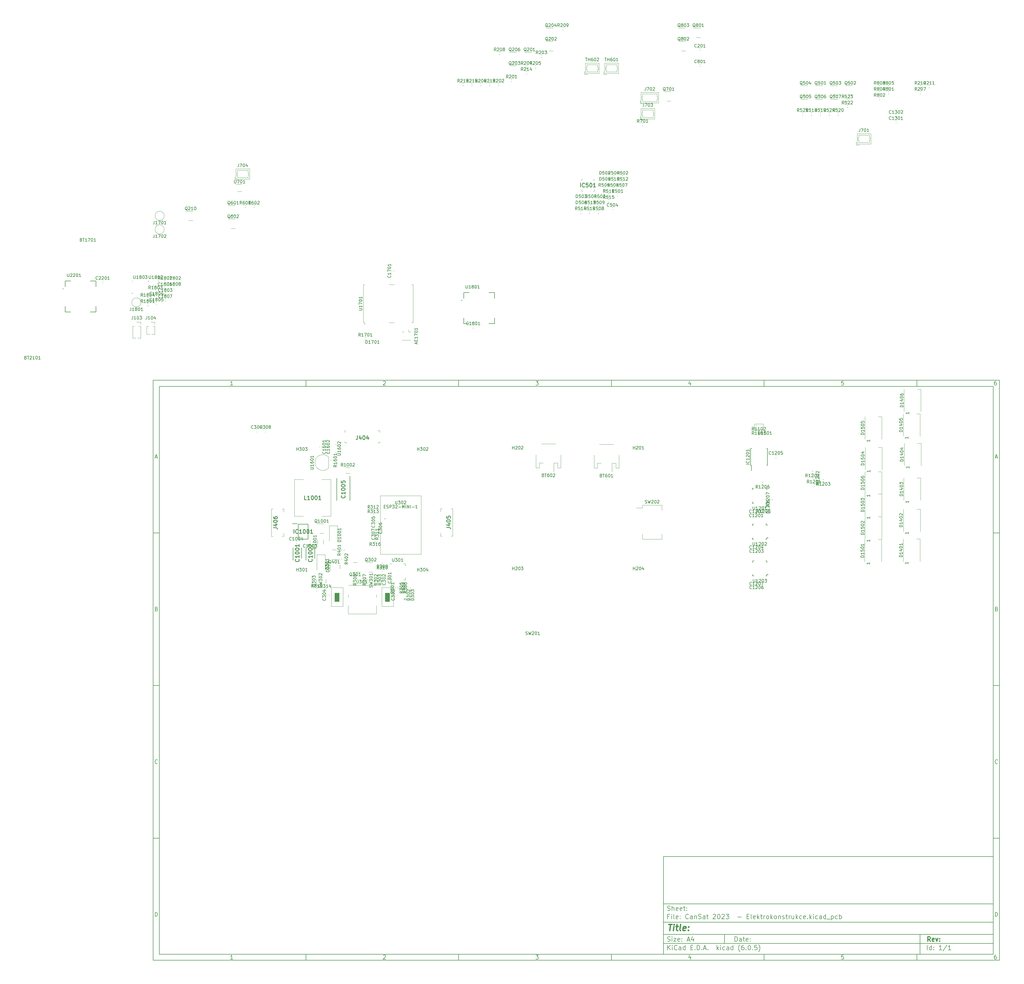
<source format=gbr>
%TF.GenerationSoftware,KiCad,Pcbnew,(6.0.5)*%
%TF.CreationDate,2022-11-07T11:26:13+01:00*%
%TF.ProjectId,CanSat 2023  - Elektrokonstrukce,43616e53-6174-4203-9230-323320202d20,rev?*%
%TF.SameCoordinates,Original*%
%TF.FileFunction,Legend,Top*%
%TF.FilePolarity,Positive*%
%FSLAX46Y46*%
G04 Gerber Fmt 4.6, Leading zero omitted, Abs format (unit mm)*
G04 Created by KiCad (PCBNEW (6.0.5)) date 2022-11-07 11:26:13*
%MOMM*%
%LPD*%
G01*
G04 APERTURE LIST*
%ADD10C,0.100000*%
%ADD11C,0.150000*%
%ADD12C,0.300000*%
%ADD13C,0.400000*%
%ADD14C,0.254000*%
%ADD15C,0.075000*%
%ADD16C,0.120000*%
%ADD17C,0.127000*%
%ADD18C,0.200000*%
G04 APERTURE END LIST*
D10*
D11*
X177002200Y-166007200D02*
X177002200Y-198007200D01*
X285002200Y-198007200D01*
X285002200Y-166007200D01*
X177002200Y-166007200D01*
D10*
D11*
X10000000Y-10000000D02*
X10000000Y-200007200D01*
X287002200Y-200007200D01*
X287002200Y-10000000D01*
X10000000Y-10000000D01*
D10*
D11*
X12000000Y-12000000D02*
X12000000Y-198007200D01*
X285002200Y-198007200D01*
X285002200Y-12000000D01*
X12000000Y-12000000D01*
D10*
D11*
X60000000Y-12000000D02*
X60000000Y-10000000D01*
D10*
D11*
X110000000Y-12000000D02*
X110000000Y-10000000D01*
D10*
D11*
X160000000Y-12000000D02*
X160000000Y-10000000D01*
D10*
D11*
X210000000Y-12000000D02*
X210000000Y-10000000D01*
D10*
D11*
X260000000Y-12000000D02*
X260000000Y-10000000D01*
D10*
D11*
X36065476Y-11588095D02*
X35322619Y-11588095D01*
X35694047Y-11588095D02*
X35694047Y-10288095D01*
X35570238Y-10473809D01*
X35446428Y-10597619D01*
X35322619Y-10659523D01*
D10*
D11*
X85322619Y-10411904D02*
X85384523Y-10350000D01*
X85508333Y-10288095D01*
X85817857Y-10288095D01*
X85941666Y-10350000D01*
X86003571Y-10411904D01*
X86065476Y-10535714D01*
X86065476Y-10659523D01*
X86003571Y-10845238D01*
X85260714Y-11588095D01*
X86065476Y-11588095D01*
D10*
D11*
X135260714Y-10288095D02*
X136065476Y-10288095D01*
X135632142Y-10783333D01*
X135817857Y-10783333D01*
X135941666Y-10845238D01*
X136003571Y-10907142D01*
X136065476Y-11030952D01*
X136065476Y-11340476D01*
X136003571Y-11464285D01*
X135941666Y-11526190D01*
X135817857Y-11588095D01*
X135446428Y-11588095D01*
X135322619Y-11526190D01*
X135260714Y-11464285D01*
D10*
D11*
X185941666Y-10721428D02*
X185941666Y-11588095D01*
X185632142Y-10226190D02*
X185322619Y-11154761D01*
X186127380Y-11154761D01*
D10*
D11*
X236003571Y-10288095D02*
X235384523Y-10288095D01*
X235322619Y-10907142D01*
X235384523Y-10845238D01*
X235508333Y-10783333D01*
X235817857Y-10783333D01*
X235941666Y-10845238D01*
X236003571Y-10907142D01*
X236065476Y-11030952D01*
X236065476Y-11340476D01*
X236003571Y-11464285D01*
X235941666Y-11526190D01*
X235817857Y-11588095D01*
X235508333Y-11588095D01*
X235384523Y-11526190D01*
X235322619Y-11464285D01*
D10*
D11*
X285941666Y-10288095D02*
X285694047Y-10288095D01*
X285570238Y-10350000D01*
X285508333Y-10411904D01*
X285384523Y-10597619D01*
X285322619Y-10845238D01*
X285322619Y-11340476D01*
X285384523Y-11464285D01*
X285446428Y-11526190D01*
X285570238Y-11588095D01*
X285817857Y-11588095D01*
X285941666Y-11526190D01*
X286003571Y-11464285D01*
X286065476Y-11340476D01*
X286065476Y-11030952D01*
X286003571Y-10907142D01*
X285941666Y-10845238D01*
X285817857Y-10783333D01*
X285570238Y-10783333D01*
X285446428Y-10845238D01*
X285384523Y-10907142D01*
X285322619Y-11030952D01*
D10*
D11*
X60000000Y-198007200D02*
X60000000Y-200007200D01*
D10*
D11*
X110000000Y-198007200D02*
X110000000Y-200007200D01*
D10*
D11*
X160000000Y-198007200D02*
X160000000Y-200007200D01*
D10*
D11*
X210000000Y-198007200D02*
X210000000Y-200007200D01*
D10*
D11*
X260000000Y-198007200D02*
X260000000Y-200007200D01*
D10*
D11*
X36065476Y-199595295D02*
X35322619Y-199595295D01*
X35694047Y-199595295D02*
X35694047Y-198295295D01*
X35570238Y-198481009D01*
X35446428Y-198604819D01*
X35322619Y-198666723D01*
D10*
D11*
X85322619Y-198419104D02*
X85384523Y-198357200D01*
X85508333Y-198295295D01*
X85817857Y-198295295D01*
X85941666Y-198357200D01*
X86003571Y-198419104D01*
X86065476Y-198542914D01*
X86065476Y-198666723D01*
X86003571Y-198852438D01*
X85260714Y-199595295D01*
X86065476Y-199595295D01*
D10*
D11*
X135260714Y-198295295D02*
X136065476Y-198295295D01*
X135632142Y-198790533D01*
X135817857Y-198790533D01*
X135941666Y-198852438D01*
X136003571Y-198914342D01*
X136065476Y-199038152D01*
X136065476Y-199347676D01*
X136003571Y-199471485D01*
X135941666Y-199533390D01*
X135817857Y-199595295D01*
X135446428Y-199595295D01*
X135322619Y-199533390D01*
X135260714Y-199471485D01*
D10*
D11*
X185941666Y-198728628D02*
X185941666Y-199595295D01*
X185632142Y-198233390D02*
X185322619Y-199161961D01*
X186127380Y-199161961D01*
D10*
D11*
X236003571Y-198295295D02*
X235384523Y-198295295D01*
X235322619Y-198914342D01*
X235384523Y-198852438D01*
X235508333Y-198790533D01*
X235817857Y-198790533D01*
X235941666Y-198852438D01*
X236003571Y-198914342D01*
X236065476Y-199038152D01*
X236065476Y-199347676D01*
X236003571Y-199471485D01*
X235941666Y-199533390D01*
X235817857Y-199595295D01*
X235508333Y-199595295D01*
X235384523Y-199533390D01*
X235322619Y-199471485D01*
D10*
D11*
X285941666Y-198295295D02*
X285694047Y-198295295D01*
X285570238Y-198357200D01*
X285508333Y-198419104D01*
X285384523Y-198604819D01*
X285322619Y-198852438D01*
X285322619Y-199347676D01*
X285384523Y-199471485D01*
X285446428Y-199533390D01*
X285570238Y-199595295D01*
X285817857Y-199595295D01*
X285941666Y-199533390D01*
X286003571Y-199471485D01*
X286065476Y-199347676D01*
X286065476Y-199038152D01*
X286003571Y-198914342D01*
X285941666Y-198852438D01*
X285817857Y-198790533D01*
X285570238Y-198790533D01*
X285446428Y-198852438D01*
X285384523Y-198914342D01*
X285322619Y-199038152D01*
D10*
D11*
X10000000Y-60000000D02*
X12000000Y-60000000D01*
D10*
D11*
X10000000Y-110000000D02*
X12000000Y-110000000D01*
D10*
D11*
X10000000Y-160000000D02*
X12000000Y-160000000D01*
D10*
D11*
X10690476Y-35216666D02*
X11309523Y-35216666D01*
X10566666Y-35588095D02*
X11000000Y-34288095D01*
X11433333Y-35588095D01*
D10*
D11*
X11092857Y-84907142D02*
X11278571Y-84969047D01*
X11340476Y-85030952D01*
X11402380Y-85154761D01*
X11402380Y-85340476D01*
X11340476Y-85464285D01*
X11278571Y-85526190D01*
X11154761Y-85588095D01*
X10659523Y-85588095D01*
X10659523Y-84288095D01*
X11092857Y-84288095D01*
X11216666Y-84350000D01*
X11278571Y-84411904D01*
X11340476Y-84535714D01*
X11340476Y-84659523D01*
X11278571Y-84783333D01*
X11216666Y-84845238D01*
X11092857Y-84907142D01*
X10659523Y-84907142D01*
D10*
D11*
X11402380Y-135464285D02*
X11340476Y-135526190D01*
X11154761Y-135588095D01*
X11030952Y-135588095D01*
X10845238Y-135526190D01*
X10721428Y-135402380D01*
X10659523Y-135278571D01*
X10597619Y-135030952D01*
X10597619Y-134845238D01*
X10659523Y-134597619D01*
X10721428Y-134473809D01*
X10845238Y-134350000D01*
X11030952Y-134288095D01*
X11154761Y-134288095D01*
X11340476Y-134350000D01*
X11402380Y-134411904D01*
D10*
D11*
X10659523Y-185588095D02*
X10659523Y-184288095D01*
X10969047Y-184288095D01*
X11154761Y-184350000D01*
X11278571Y-184473809D01*
X11340476Y-184597619D01*
X11402380Y-184845238D01*
X11402380Y-185030952D01*
X11340476Y-185278571D01*
X11278571Y-185402380D01*
X11154761Y-185526190D01*
X10969047Y-185588095D01*
X10659523Y-185588095D01*
D10*
D11*
X287002200Y-60000000D02*
X285002200Y-60000000D01*
D10*
D11*
X287002200Y-110000000D02*
X285002200Y-110000000D01*
D10*
D11*
X287002200Y-160000000D02*
X285002200Y-160000000D01*
D10*
D11*
X285692676Y-35216666D02*
X286311723Y-35216666D01*
X285568866Y-35588095D02*
X286002200Y-34288095D01*
X286435533Y-35588095D01*
D10*
D11*
X286095057Y-84907142D02*
X286280771Y-84969047D01*
X286342676Y-85030952D01*
X286404580Y-85154761D01*
X286404580Y-85340476D01*
X286342676Y-85464285D01*
X286280771Y-85526190D01*
X286156961Y-85588095D01*
X285661723Y-85588095D01*
X285661723Y-84288095D01*
X286095057Y-84288095D01*
X286218866Y-84350000D01*
X286280771Y-84411904D01*
X286342676Y-84535714D01*
X286342676Y-84659523D01*
X286280771Y-84783333D01*
X286218866Y-84845238D01*
X286095057Y-84907142D01*
X285661723Y-84907142D01*
D10*
D11*
X286404580Y-135464285D02*
X286342676Y-135526190D01*
X286156961Y-135588095D01*
X286033152Y-135588095D01*
X285847438Y-135526190D01*
X285723628Y-135402380D01*
X285661723Y-135278571D01*
X285599819Y-135030952D01*
X285599819Y-134845238D01*
X285661723Y-134597619D01*
X285723628Y-134473809D01*
X285847438Y-134350000D01*
X286033152Y-134288095D01*
X286156961Y-134288095D01*
X286342676Y-134350000D01*
X286404580Y-134411904D01*
D10*
D11*
X285661723Y-185588095D02*
X285661723Y-184288095D01*
X285971247Y-184288095D01*
X286156961Y-184350000D01*
X286280771Y-184473809D01*
X286342676Y-184597619D01*
X286404580Y-184845238D01*
X286404580Y-185030952D01*
X286342676Y-185278571D01*
X286280771Y-185402380D01*
X286156961Y-185526190D01*
X285971247Y-185588095D01*
X285661723Y-185588095D01*
D10*
D11*
X200434342Y-193785771D02*
X200434342Y-192285771D01*
X200791485Y-192285771D01*
X201005771Y-192357200D01*
X201148628Y-192500057D01*
X201220057Y-192642914D01*
X201291485Y-192928628D01*
X201291485Y-193142914D01*
X201220057Y-193428628D01*
X201148628Y-193571485D01*
X201005771Y-193714342D01*
X200791485Y-193785771D01*
X200434342Y-193785771D01*
X202577200Y-193785771D02*
X202577200Y-193000057D01*
X202505771Y-192857200D01*
X202362914Y-192785771D01*
X202077200Y-192785771D01*
X201934342Y-192857200D01*
X202577200Y-193714342D02*
X202434342Y-193785771D01*
X202077200Y-193785771D01*
X201934342Y-193714342D01*
X201862914Y-193571485D01*
X201862914Y-193428628D01*
X201934342Y-193285771D01*
X202077200Y-193214342D01*
X202434342Y-193214342D01*
X202577200Y-193142914D01*
X203077200Y-192785771D02*
X203648628Y-192785771D01*
X203291485Y-192285771D02*
X203291485Y-193571485D01*
X203362914Y-193714342D01*
X203505771Y-193785771D01*
X203648628Y-193785771D01*
X204720057Y-193714342D02*
X204577200Y-193785771D01*
X204291485Y-193785771D01*
X204148628Y-193714342D01*
X204077200Y-193571485D01*
X204077200Y-193000057D01*
X204148628Y-192857200D01*
X204291485Y-192785771D01*
X204577200Y-192785771D01*
X204720057Y-192857200D01*
X204791485Y-193000057D01*
X204791485Y-193142914D01*
X204077200Y-193285771D01*
X205434342Y-193642914D02*
X205505771Y-193714342D01*
X205434342Y-193785771D01*
X205362914Y-193714342D01*
X205434342Y-193642914D01*
X205434342Y-193785771D01*
X205434342Y-192857200D02*
X205505771Y-192928628D01*
X205434342Y-193000057D01*
X205362914Y-192928628D01*
X205434342Y-192857200D01*
X205434342Y-193000057D01*
D10*
D11*
X177002200Y-194507200D02*
X285002200Y-194507200D01*
D10*
D11*
X178434342Y-196585771D02*
X178434342Y-195085771D01*
X179291485Y-196585771D02*
X178648628Y-195728628D01*
X179291485Y-195085771D02*
X178434342Y-195942914D01*
X179934342Y-196585771D02*
X179934342Y-195585771D01*
X179934342Y-195085771D02*
X179862914Y-195157200D01*
X179934342Y-195228628D01*
X180005771Y-195157200D01*
X179934342Y-195085771D01*
X179934342Y-195228628D01*
X181505771Y-196442914D02*
X181434342Y-196514342D01*
X181220057Y-196585771D01*
X181077200Y-196585771D01*
X180862914Y-196514342D01*
X180720057Y-196371485D01*
X180648628Y-196228628D01*
X180577200Y-195942914D01*
X180577200Y-195728628D01*
X180648628Y-195442914D01*
X180720057Y-195300057D01*
X180862914Y-195157200D01*
X181077200Y-195085771D01*
X181220057Y-195085771D01*
X181434342Y-195157200D01*
X181505771Y-195228628D01*
X182791485Y-196585771D02*
X182791485Y-195800057D01*
X182720057Y-195657200D01*
X182577200Y-195585771D01*
X182291485Y-195585771D01*
X182148628Y-195657200D01*
X182791485Y-196514342D02*
X182648628Y-196585771D01*
X182291485Y-196585771D01*
X182148628Y-196514342D01*
X182077200Y-196371485D01*
X182077200Y-196228628D01*
X182148628Y-196085771D01*
X182291485Y-196014342D01*
X182648628Y-196014342D01*
X182791485Y-195942914D01*
X184148628Y-196585771D02*
X184148628Y-195085771D01*
X184148628Y-196514342D02*
X184005771Y-196585771D01*
X183720057Y-196585771D01*
X183577200Y-196514342D01*
X183505771Y-196442914D01*
X183434342Y-196300057D01*
X183434342Y-195871485D01*
X183505771Y-195728628D01*
X183577200Y-195657200D01*
X183720057Y-195585771D01*
X184005771Y-195585771D01*
X184148628Y-195657200D01*
X186005771Y-195800057D02*
X186505771Y-195800057D01*
X186720057Y-196585771D02*
X186005771Y-196585771D01*
X186005771Y-195085771D01*
X186720057Y-195085771D01*
X187362914Y-196442914D02*
X187434342Y-196514342D01*
X187362914Y-196585771D01*
X187291485Y-196514342D01*
X187362914Y-196442914D01*
X187362914Y-196585771D01*
X188077200Y-196585771D02*
X188077200Y-195085771D01*
X188434342Y-195085771D01*
X188648628Y-195157200D01*
X188791485Y-195300057D01*
X188862914Y-195442914D01*
X188934342Y-195728628D01*
X188934342Y-195942914D01*
X188862914Y-196228628D01*
X188791485Y-196371485D01*
X188648628Y-196514342D01*
X188434342Y-196585771D01*
X188077200Y-196585771D01*
X189577200Y-196442914D02*
X189648628Y-196514342D01*
X189577200Y-196585771D01*
X189505771Y-196514342D01*
X189577200Y-196442914D01*
X189577200Y-196585771D01*
X190220057Y-196157200D02*
X190934342Y-196157200D01*
X190077200Y-196585771D02*
X190577200Y-195085771D01*
X191077200Y-196585771D01*
X191577200Y-196442914D02*
X191648628Y-196514342D01*
X191577200Y-196585771D01*
X191505771Y-196514342D01*
X191577200Y-196442914D01*
X191577200Y-196585771D01*
X194577200Y-196585771D02*
X194577200Y-195085771D01*
X194720057Y-196014342D02*
X195148628Y-196585771D01*
X195148628Y-195585771D02*
X194577200Y-196157200D01*
X195791485Y-196585771D02*
X195791485Y-195585771D01*
X195791485Y-195085771D02*
X195720057Y-195157200D01*
X195791485Y-195228628D01*
X195862914Y-195157200D01*
X195791485Y-195085771D01*
X195791485Y-195228628D01*
X197148628Y-196514342D02*
X197005771Y-196585771D01*
X196720057Y-196585771D01*
X196577200Y-196514342D01*
X196505771Y-196442914D01*
X196434342Y-196300057D01*
X196434342Y-195871485D01*
X196505771Y-195728628D01*
X196577200Y-195657200D01*
X196720057Y-195585771D01*
X197005771Y-195585771D01*
X197148628Y-195657200D01*
X198434342Y-196585771D02*
X198434342Y-195800057D01*
X198362914Y-195657200D01*
X198220057Y-195585771D01*
X197934342Y-195585771D01*
X197791485Y-195657200D01*
X198434342Y-196514342D02*
X198291485Y-196585771D01*
X197934342Y-196585771D01*
X197791485Y-196514342D01*
X197720057Y-196371485D01*
X197720057Y-196228628D01*
X197791485Y-196085771D01*
X197934342Y-196014342D01*
X198291485Y-196014342D01*
X198434342Y-195942914D01*
X199791485Y-196585771D02*
X199791485Y-195085771D01*
X199791485Y-196514342D02*
X199648628Y-196585771D01*
X199362914Y-196585771D01*
X199220057Y-196514342D01*
X199148628Y-196442914D01*
X199077200Y-196300057D01*
X199077200Y-195871485D01*
X199148628Y-195728628D01*
X199220057Y-195657200D01*
X199362914Y-195585771D01*
X199648628Y-195585771D01*
X199791485Y-195657200D01*
X202077200Y-197157200D02*
X202005771Y-197085771D01*
X201862914Y-196871485D01*
X201791485Y-196728628D01*
X201720057Y-196514342D01*
X201648628Y-196157200D01*
X201648628Y-195871485D01*
X201720057Y-195514342D01*
X201791485Y-195300057D01*
X201862914Y-195157200D01*
X202005771Y-194942914D01*
X202077200Y-194871485D01*
X203291485Y-195085771D02*
X203005771Y-195085771D01*
X202862914Y-195157200D01*
X202791485Y-195228628D01*
X202648628Y-195442914D01*
X202577200Y-195728628D01*
X202577200Y-196300057D01*
X202648628Y-196442914D01*
X202720057Y-196514342D01*
X202862914Y-196585771D01*
X203148628Y-196585771D01*
X203291485Y-196514342D01*
X203362914Y-196442914D01*
X203434342Y-196300057D01*
X203434342Y-195942914D01*
X203362914Y-195800057D01*
X203291485Y-195728628D01*
X203148628Y-195657200D01*
X202862914Y-195657200D01*
X202720057Y-195728628D01*
X202648628Y-195800057D01*
X202577200Y-195942914D01*
X204077200Y-196442914D02*
X204148628Y-196514342D01*
X204077200Y-196585771D01*
X204005771Y-196514342D01*
X204077200Y-196442914D01*
X204077200Y-196585771D01*
X205077200Y-195085771D02*
X205220057Y-195085771D01*
X205362914Y-195157200D01*
X205434342Y-195228628D01*
X205505771Y-195371485D01*
X205577200Y-195657200D01*
X205577200Y-196014342D01*
X205505771Y-196300057D01*
X205434342Y-196442914D01*
X205362914Y-196514342D01*
X205220057Y-196585771D01*
X205077200Y-196585771D01*
X204934342Y-196514342D01*
X204862914Y-196442914D01*
X204791485Y-196300057D01*
X204720057Y-196014342D01*
X204720057Y-195657200D01*
X204791485Y-195371485D01*
X204862914Y-195228628D01*
X204934342Y-195157200D01*
X205077200Y-195085771D01*
X206220057Y-196442914D02*
X206291485Y-196514342D01*
X206220057Y-196585771D01*
X206148628Y-196514342D01*
X206220057Y-196442914D01*
X206220057Y-196585771D01*
X207648628Y-195085771D02*
X206934342Y-195085771D01*
X206862914Y-195800057D01*
X206934342Y-195728628D01*
X207077200Y-195657200D01*
X207434342Y-195657200D01*
X207577200Y-195728628D01*
X207648628Y-195800057D01*
X207720057Y-195942914D01*
X207720057Y-196300057D01*
X207648628Y-196442914D01*
X207577200Y-196514342D01*
X207434342Y-196585771D01*
X207077200Y-196585771D01*
X206934342Y-196514342D01*
X206862914Y-196442914D01*
X208220057Y-197157200D02*
X208291485Y-197085771D01*
X208434342Y-196871485D01*
X208505771Y-196728628D01*
X208577200Y-196514342D01*
X208648628Y-196157200D01*
X208648628Y-195871485D01*
X208577200Y-195514342D01*
X208505771Y-195300057D01*
X208434342Y-195157200D01*
X208291485Y-194942914D01*
X208220057Y-194871485D01*
D10*
D11*
X177002200Y-191507200D02*
X285002200Y-191507200D01*
D10*
D12*
X264411485Y-193785771D02*
X263911485Y-193071485D01*
X263554342Y-193785771D02*
X263554342Y-192285771D01*
X264125771Y-192285771D01*
X264268628Y-192357200D01*
X264340057Y-192428628D01*
X264411485Y-192571485D01*
X264411485Y-192785771D01*
X264340057Y-192928628D01*
X264268628Y-193000057D01*
X264125771Y-193071485D01*
X263554342Y-193071485D01*
X265625771Y-193714342D02*
X265482914Y-193785771D01*
X265197200Y-193785771D01*
X265054342Y-193714342D01*
X264982914Y-193571485D01*
X264982914Y-193000057D01*
X265054342Y-192857200D01*
X265197200Y-192785771D01*
X265482914Y-192785771D01*
X265625771Y-192857200D01*
X265697200Y-193000057D01*
X265697200Y-193142914D01*
X264982914Y-193285771D01*
X266197200Y-192785771D02*
X266554342Y-193785771D01*
X266911485Y-192785771D01*
X267482914Y-193642914D02*
X267554342Y-193714342D01*
X267482914Y-193785771D01*
X267411485Y-193714342D01*
X267482914Y-193642914D01*
X267482914Y-193785771D01*
X267482914Y-192857200D02*
X267554342Y-192928628D01*
X267482914Y-193000057D01*
X267411485Y-192928628D01*
X267482914Y-192857200D01*
X267482914Y-193000057D01*
D10*
D11*
X178362914Y-193714342D02*
X178577200Y-193785771D01*
X178934342Y-193785771D01*
X179077200Y-193714342D01*
X179148628Y-193642914D01*
X179220057Y-193500057D01*
X179220057Y-193357200D01*
X179148628Y-193214342D01*
X179077200Y-193142914D01*
X178934342Y-193071485D01*
X178648628Y-193000057D01*
X178505771Y-192928628D01*
X178434342Y-192857200D01*
X178362914Y-192714342D01*
X178362914Y-192571485D01*
X178434342Y-192428628D01*
X178505771Y-192357200D01*
X178648628Y-192285771D01*
X179005771Y-192285771D01*
X179220057Y-192357200D01*
X179862914Y-193785771D02*
X179862914Y-192785771D01*
X179862914Y-192285771D02*
X179791485Y-192357200D01*
X179862914Y-192428628D01*
X179934342Y-192357200D01*
X179862914Y-192285771D01*
X179862914Y-192428628D01*
X180434342Y-192785771D02*
X181220057Y-192785771D01*
X180434342Y-193785771D01*
X181220057Y-193785771D01*
X182362914Y-193714342D02*
X182220057Y-193785771D01*
X181934342Y-193785771D01*
X181791485Y-193714342D01*
X181720057Y-193571485D01*
X181720057Y-193000057D01*
X181791485Y-192857200D01*
X181934342Y-192785771D01*
X182220057Y-192785771D01*
X182362914Y-192857200D01*
X182434342Y-193000057D01*
X182434342Y-193142914D01*
X181720057Y-193285771D01*
X183077200Y-193642914D02*
X183148628Y-193714342D01*
X183077200Y-193785771D01*
X183005771Y-193714342D01*
X183077200Y-193642914D01*
X183077200Y-193785771D01*
X183077200Y-192857200D02*
X183148628Y-192928628D01*
X183077200Y-193000057D01*
X183005771Y-192928628D01*
X183077200Y-192857200D01*
X183077200Y-193000057D01*
X184862914Y-193357200D02*
X185577200Y-193357200D01*
X184720057Y-193785771D02*
X185220057Y-192285771D01*
X185720057Y-193785771D01*
X186862914Y-192785771D02*
X186862914Y-193785771D01*
X186505771Y-192214342D02*
X186148628Y-193285771D01*
X187077200Y-193285771D01*
D10*
D11*
X263434342Y-196585771D02*
X263434342Y-195085771D01*
X264791485Y-196585771D02*
X264791485Y-195085771D01*
X264791485Y-196514342D02*
X264648628Y-196585771D01*
X264362914Y-196585771D01*
X264220057Y-196514342D01*
X264148628Y-196442914D01*
X264077200Y-196300057D01*
X264077200Y-195871485D01*
X264148628Y-195728628D01*
X264220057Y-195657200D01*
X264362914Y-195585771D01*
X264648628Y-195585771D01*
X264791485Y-195657200D01*
X265505771Y-196442914D02*
X265577200Y-196514342D01*
X265505771Y-196585771D01*
X265434342Y-196514342D01*
X265505771Y-196442914D01*
X265505771Y-196585771D01*
X265505771Y-195657200D02*
X265577200Y-195728628D01*
X265505771Y-195800057D01*
X265434342Y-195728628D01*
X265505771Y-195657200D01*
X265505771Y-195800057D01*
X268148628Y-196585771D02*
X267291485Y-196585771D01*
X267720057Y-196585771D02*
X267720057Y-195085771D01*
X267577200Y-195300057D01*
X267434342Y-195442914D01*
X267291485Y-195514342D01*
X269862914Y-195014342D02*
X268577200Y-196942914D01*
X271148628Y-196585771D02*
X270291485Y-196585771D01*
X270720057Y-196585771D02*
X270720057Y-195085771D01*
X270577200Y-195300057D01*
X270434342Y-195442914D01*
X270291485Y-195514342D01*
D10*
D11*
X177002200Y-187507200D02*
X285002200Y-187507200D01*
D10*
D13*
X178714580Y-188211961D02*
X179857438Y-188211961D01*
X179036009Y-190211961D02*
X179286009Y-188211961D01*
X180274104Y-190211961D02*
X180440771Y-188878628D01*
X180524104Y-188211961D02*
X180416961Y-188307200D01*
X180500295Y-188402438D01*
X180607438Y-188307200D01*
X180524104Y-188211961D01*
X180500295Y-188402438D01*
X181107438Y-188878628D02*
X181869342Y-188878628D01*
X181476485Y-188211961D02*
X181262200Y-189926247D01*
X181333628Y-190116723D01*
X181512200Y-190211961D01*
X181702676Y-190211961D01*
X182655057Y-190211961D02*
X182476485Y-190116723D01*
X182405057Y-189926247D01*
X182619342Y-188211961D01*
X184190771Y-190116723D02*
X183988390Y-190211961D01*
X183607438Y-190211961D01*
X183428866Y-190116723D01*
X183357438Y-189926247D01*
X183452676Y-189164342D01*
X183571723Y-188973866D01*
X183774104Y-188878628D01*
X184155057Y-188878628D01*
X184333628Y-188973866D01*
X184405057Y-189164342D01*
X184381247Y-189354819D01*
X183405057Y-189545295D01*
X185155057Y-190021485D02*
X185238390Y-190116723D01*
X185131247Y-190211961D01*
X185047914Y-190116723D01*
X185155057Y-190021485D01*
X185131247Y-190211961D01*
X185286009Y-188973866D02*
X185369342Y-189069104D01*
X185262200Y-189164342D01*
X185178866Y-189069104D01*
X185286009Y-188973866D01*
X185262200Y-189164342D01*
D10*
D11*
X178934342Y-185600057D02*
X178434342Y-185600057D01*
X178434342Y-186385771D02*
X178434342Y-184885771D01*
X179148628Y-184885771D01*
X179720057Y-186385771D02*
X179720057Y-185385771D01*
X179720057Y-184885771D02*
X179648628Y-184957200D01*
X179720057Y-185028628D01*
X179791485Y-184957200D01*
X179720057Y-184885771D01*
X179720057Y-185028628D01*
X180648628Y-186385771D02*
X180505771Y-186314342D01*
X180434342Y-186171485D01*
X180434342Y-184885771D01*
X181791485Y-186314342D02*
X181648628Y-186385771D01*
X181362914Y-186385771D01*
X181220057Y-186314342D01*
X181148628Y-186171485D01*
X181148628Y-185600057D01*
X181220057Y-185457200D01*
X181362914Y-185385771D01*
X181648628Y-185385771D01*
X181791485Y-185457200D01*
X181862914Y-185600057D01*
X181862914Y-185742914D01*
X181148628Y-185885771D01*
X182505771Y-186242914D02*
X182577200Y-186314342D01*
X182505771Y-186385771D01*
X182434342Y-186314342D01*
X182505771Y-186242914D01*
X182505771Y-186385771D01*
X182505771Y-185457200D02*
X182577200Y-185528628D01*
X182505771Y-185600057D01*
X182434342Y-185528628D01*
X182505771Y-185457200D01*
X182505771Y-185600057D01*
X185220057Y-186242914D02*
X185148628Y-186314342D01*
X184934342Y-186385771D01*
X184791485Y-186385771D01*
X184577200Y-186314342D01*
X184434342Y-186171485D01*
X184362914Y-186028628D01*
X184291485Y-185742914D01*
X184291485Y-185528628D01*
X184362914Y-185242914D01*
X184434342Y-185100057D01*
X184577200Y-184957200D01*
X184791485Y-184885771D01*
X184934342Y-184885771D01*
X185148628Y-184957200D01*
X185220057Y-185028628D01*
X186505771Y-186385771D02*
X186505771Y-185600057D01*
X186434342Y-185457200D01*
X186291485Y-185385771D01*
X186005771Y-185385771D01*
X185862914Y-185457200D01*
X186505771Y-186314342D02*
X186362914Y-186385771D01*
X186005771Y-186385771D01*
X185862914Y-186314342D01*
X185791485Y-186171485D01*
X185791485Y-186028628D01*
X185862914Y-185885771D01*
X186005771Y-185814342D01*
X186362914Y-185814342D01*
X186505771Y-185742914D01*
X187220057Y-185385771D02*
X187220057Y-186385771D01*
X187220057Y-185528628D02*
X187291485Y-185457200D01*
X187434342Y-185385771D01*
X187648628Y-185385771D01*
X187791485Y-185457200D01*
X187862914Y-185600057D01*
X187862914Y-186385771D01*
X188505771Y-186314342D02*
X188720057Y-186385771D01*
X189077200Y-186385771D01*
X189220057Y-186314342D01*
X189291485Y-186242914D01*
X189362914Y-186100057D01*
X189362914Y-185957200D01*
X189291485Y-185814342D01*
X189220057Y-185742914D01*
X189077200Y-185671485D01*
X188791485Y-185600057D01*
X188648628Y-185528628D01*
X188577200Y-185457200D01*
X188505771Y-185314342D01*
X188505771Y-185171485D01*
X188577200Y-185028628D01*
X188648628Y-184957200D01*
X188791485Y-184885771D01*
X189148628Y-184885771D01*
X189362914Y-184957200D01*
X190648628Y-186385771D02*
X190648628Y-185600057D01*
X190577200Y-185457200D01*
X190434342Y-185385771D01*
X190148628Y-185385771D01*
X190005771Y-185457200D01*
X190648628Y-186314342D02*
X190505771Y-186385771D01*
X190148628Y-186385771D01*
X190005771Y-186314342D01*
X189934342Y-186171485D01*
X189934342Y-186028628D01*
X190005771Y-185885771D01*
X190148628Y-185814342D01*
X190505771Y-185814342D01*
X190648628Y-185742914D01*
X191148628Y-185385771D02*
X191720057Y-185385771D01*
X191362914Y-184885771D02*
X191362914Y-186171485D01*
X191434342Y-186314342D01*
X191577200Y-186385771D01*
X191720057Y-186385771D01*
X193291485Y-185028628D02*
X193362914Y-184957200D01*
X193505771Y-184885771D01*
X193862914Y-184885771D01*
X194005771Y-184957200D01*
X194077200Y-185028628D01*
X194148628Y-185171485D01*
X194148628Y-185314342D01*
X194077200Y-185528628D01*
X193220057Y-186385771D01*
X194148628Y-186385771D01*
X195077200Y-184885771D02*
X195220057Y-184885771D01*
X195362914Y-184957200D01*
X195434342Y-185028628D01*
X195505771Y-185171485D01*
X195577200Y-185457200D01*
X195577200Y-185814342D01*
X195505771Y-186100057D01*
X195434342Y-186242914D01*
X195362914Y-186314342D01*
X195220057Y-186385771D01*
X195077200Y-186385771D01*
X194934342Y-186314342D01*
X194862914Y-186242914D01*
X194791485Y-186100057D01*
X194720057Y-185814342D01*
X194720057Y-185457200D01*
X194791485Y-185171485D01*
X194862914Y-185028628D01*
X194934342Y-184957200D01*
X195077200Y-184885771D01*
X196148628Y-185028628D02*
X196220057Y-184957200D01*
X196362914Y-184885771D01*
X196720057Y-184885771D01*
X196862914Y-184957200D01*
X196934342Y-185028628D01*
X197005771Y-185171485D01*
X197005771Y-185314342D01*
X196934342Y-185528628D01*
X196077200Y-186385771D01*
X197005771Y-186385771D01*
X197505771Y-184885771D02*
X198434342Y-184885771D01*
X197934342Y-185457200D01*
X198148628Y-185457200D01*
X198291485Y-185528628D01*
X198362914Y-185600057D01*
X198434342Y-185742914D01*
X198434342Y-186100057D01*
X198362914Y-186242914D01*
X198291485Y-186314342D01*
X198148628Y-186385771D01*
X197720057Y-186385771D01*
X197577200Y-186314342D01*
X197505771Y-186242914D01*
X201362914Y-185814342D02*
X202505771Y-185814342D01*
X204362914Y-185600057D02*
X204862914Y-185600057D01*
X205077200Y-186385771D02*
X204362914Y-186385771D01*
X204362914Y-184885771D01*
X205077200Y-184885771D01*
X205934342Y-186385771D02*
X205791485Y-186314342D01*
X205720057Y-186171485D01*
X205720057Y-184885771D01*
X207077200Y-186314342D02*
X206934342Y-186385771D01*
X206648628Y-186385771D01*
X206505771Y-186314342D01*
X206434342Y-186171485D01*
X206434342Y-185600057D01*
X206505771Y-185457200D01*
X206648628Y-185385771D01*
X206934342Y-185385771D01*
X207077200Y-185457200D01*
X207148628Y-185600057D01*
X207148628Y-185742914D01*
X206434342Y-185885771D01*
X207791485Y-186385771D02*
X207791485Y-184885771D01*
X207934342Y-185814342D02*
X208362914Y-186385771D01*
X208362914Y-185385771D02*
X207791485Y-185957200D01*
X208791485Y-185385771D02*
X209362914Y-185385771D01*
X209005771Y-184885771D02*
X209005771Y-186171485D01*
X209077200Y-186314342D01*
X209220057Y-186385771D01*
X209362914Y-186385771D01*
X209862914Y-186385771D02*
X209862914Y-185385771D01*
X209862914Y-185671485D02*
X209934342Y-185528628D01*
X210005771Y-185457200D01*
X210148628Y-185385771D01*
X210291485Y-185385771D01*
X211005771Y-186385771D02*
X210862914Y-186314342D01*
X210791485Y-186242914D01*
X210720057Y-186100057D01*
X210720057Y-185671485D01*
X210791485Y-185528628D01*
X210862914Y-185457200D01*
X211005771Y-185385771D01*
X211220057Y-185385771D01*
X211362914Y-185457200D01*
X211434342Y-185528628D01*
X211505771Y-185671485D01*
X211505771Y-186100057D01*
X211434342Y-186242914D01*
X211362914Y-186314342D01*
X211220057Y-186385771D01*
X211005771Y-186385771D01*
X212148628Y-186385771D02*
X212148628Y-184885771D01*
X212291485Y-185814342D02*
X212720057Y-186385771D01*
X212720057Y-185385771D02*
X212148628Y-185957200D01*
X213577200Y-186385771D02*
X213434342Y-186314342D01*
X213362914Y-186242914D01*
X213291485Y-186100057D01*
X213291485Y-185671485D01*
X213362914Y-185528628D01*
X213434342Y-185457200D01*
X213577200Y-185385771D01*
X213791485Y-185385771D01*
X213934342Y-185457200D01*
X214005771Y-185528628D01*
X214077200Y-185671485D01*
X214077200Y-186100057D01*
X214005771Y-186242914D01*
X213934342Y-186314342D01*
X213791485Y-186385771D01*
X213577200Y-186385771D01*
X214720057Y-185385771D02*
X214720057Y-186385771D01*
X214720057Y-185528628D02*
X214791485Y-185457200D01*
X214934342Y-185385771D01*
X215148628Y-185385771D01*
X215291485Y-185457200D01*
X215362914Y-185600057D01*
X215362914Y-186385771D01*
X216005771Y-186314342D02*
X216148628Y-186385771D01*
X216434342Y-186385771D01*
X216577200Y-186314342D01*
X216648628Y-186171485D01*
X216648628Y-186100057D01*
X216577200Y-185957200D01*
X216434342Y-185885771D01*
X216220057Y-185885771D01*
X216077200Y-185814342D01*
X216005771Y-185671485D01*
X216005771Y-185600057D01*
X216077200Y-185457200D01*
X216220057Y-185385771D01*
X216434342Y-185385771D01*
X216577200Y-185457200D01*
X217077200Y-185385771D02*
X217648628Y-185385771D01*
X217291485Y-184885771D02*
X217291485Y-186171485D01*
X217362914Y-186314342D01*
X217505771Y-186385771D01*
X217648628Y-186385771D01*
X218148628Y-186385771D02*
X218148628Y-185385771D01*
X218148628Y-185671485D02*
X218220057Y-185528628D01*
X218291485Y-185457200D01*
X218434342Y-185385771D01*
X218577200Y-185385771D01*
X219720057Y-185385771D02*
X219720057Y-186385771D01*
X219077200Y-185385771D02*
X219077200Y-186171485D01*
X219148628Y-186314342D01*
X219291485Y-186385771D01*
X219505771Y-186385771D01*
X219648628Y-186314342D01*
X219720057Y-186242914D01*
X220434342Y-186385771D02*
X220434342Y-184885771D01*
X220577200Y-185814342D02*
X221005771Y-186385771D01*
X221005771Y-185385771D02*
X220434342Y-185957200D01*
X222291485Y-186314342D02*
X222148628Y-186385771D01*
X221862914Y-186385771D01*
X221720057Y-186314342D01*
X221648628Y-186242914D01*
X221577200Y-186100057D01*
X221577200Y-185671485D01*
X221648628Y-185528628D01*
X221720057Y-185457200D01*
X221862914Y-185385771D01*
X222148628Y-185385771D01*
X222291485Y-185457200D01*
X223505771Y-186314342D02*
X223362914Y-186385771D01*
X223077200Y-186385771D01*
X222934342Y-186314342D01*
X222862914Y-186171485D01*
X222862914Y-185600057D01*
X222934342Y-185457200D01*
X223077200Y-185385771D01*
X223362914Y-185385771D01*
X223505771Y-185457200D01*
X223577200Y-185600057D01*
X223577200Y-185742914D01*
X222862914Y-185885771D01*
X224220057Y-186242914D02*
X224291485Y-186314342D01*
X224220057Y-186385771D01*
X224148628Y-186314342D01*
X224220057Y-186242914D01*
X224220057Y-186385771D01*
X224934342Y-186385771D02*
X224934342Y-184885771D01*
X225077200Y-185814342D02*
X225505771Y-186385771D01*
X225505771Y-185385771D02*
X224934342Y-185957200D01*
X226148628Y-186385771D02*
X226148628Y-185385771D01*
X226148628Y-184885771D02*
X226077200Y-184957200D01*
X226148628Y-185028628D01*
X226220057Y-184957200D01*
X226148628Y-184885771D01*
X226148628Y-185028628D01*
X227505771Y-186314342D02*
X227362914Y-186385771D01*
X227077200Y-186385771D01*
X226934342Y-186314342D01*
X226862914Y-186242914D01*
X226791485Y-186100057D01*
X226791485Y-185671485D01*
X226862914Y-185528628D01*
X226934342Y-185457200D01*
X227077200Y-185385771D01*
X227362914Y-185385771D01*
X227505771Y-185457200D01*
X228791485Y-186385771D02*
X228791485Y-185600057D01*
X228720057Y-185457200D01*
X228577200Y-185385771D01*
X228291485Y-185385771D01*
X228148628Y-185457200D01*
X228791485Y-186314342D02*
X228648628Y-186385771D01*
X228291485Y-186385771D01*
X228148628Y-186314342D01*
X228077200Y-186171485D01*
X228077200Y-186028628D01*
X228148628Y-185885771D01*
X228291485Y-185814342D01*
X228648628Y-185814342D01*
X228791485Y-185742914D01*
X230148628Y-186385771D02*
X230148628Y-184885771D01*
X230148628Y-186314342D02*
X230005771Y-186385771D01*
X229720057Y-186385771D01*
X229577200Y-186314342D01*
X229505771Y-186242914D01*
X229434342Y-186100057D01*
X229434342Y-185671485D01*
X229505771Y-185528628D01*
X229577200Y-185457200D01*
X229720057Y-185385771D01*
X230005771Y-185385771D01*
X230148628Y-185457200D01*
X230505771Y-186528628D02*
X231648628Y-186528628D01*
X232005771Y-185385771D02*
X232005771Y-186885771D01*
X232005771Y-185457200D02*
X232148628Y-185385771D01*
X232434342Y-185385771D01*
X232577200Y-185457200D01*
X232648628Y-185528628D01*
X232720057Y-185671485D01*
X232720057Y-186100057D01*
X232648628Y-186242914D01*
X232577200Y-186314342D01*
X232434342Y-186385771D01*
X232148628Y-186385771D01*
X232005771Y-186314342D01*
X234005771Y-186314342D02*
X233862914Y-186385771D01*
X233577200Y-186385771D01*
X233434342Y-186314342D01*
X233362914Y-186242914D01*
X233291485Y-186100057D01*
X233291485Y-185671485D01*
X233362914Y-185528628D01*
X233434342Y-185457200D01*
X233577200Y-185385771D01*
X233862914Y-185385771D01*
X234005771Y-185457200D01*
X234648628Y-186385771D02*
X234648628Y-184885771D01*
X234648628Y-185457200D02*
X234791485Y-185385771D01*
X235077200Y-185385771D01*
X235220057Y-185457200D01*
X235291485Y-185528628D01*
X235362914Y-185671485D01*
X235362914Y-186100057D01*
X235291485Y-186242914D01*
X235220057Y-186314342D01*
X235077200Y-186385771D01*
X234791485Y-186385771D01*
X234648628Y-186314342D01*
D10*
D11*
X177002200Y-181507200D02*
X285002200Y-181507200D01*
D10*
D11*
X178362914Y-183614342D02*
X178577200Y-183685771D01*
X178934342Y-183685771D01*
X179077200Y-183614342D01*
X179148628Y-183542914D01*
X179220057Y-183400057D01*
X179220057Y-183257200D01*
X179148628Y-183114342D01*
X179077200Y-183042914D01*
X178934342Y-182971485D01*
X178648628Y-182900057D01*
X178505771Y-182828628D01*
X178434342Y-182757200D01*
X178362914Y-182614342D01*
X178362914Y-182471485D01*
X178434342Y-182328628D01*
X178505771Y-182257200D01*
X178648628Y-182185771D01*
X179005771Y-182185771D01*
X179220057Y-182257200D01*
X179862914Y-183685771D02*
X179862914Y-182185771D01*
X180505771Y-183685771D02*
X180505771Y-182900057D01*
X180434342Y-182757200D01*
X180291485Y-182685771D01*
X180077200Y-182685771D01*
X179934342Y-182757200D01*
X179862914Y-182828628D01*
X181791485Y-183614342D02*
X181648628Y-183685771D01*
X181362914Y-183685771D01*
X181220057Y-183614342D01*
X181148628Y-183471485D01*
X181148628Y-182900057D01*
X181220057Y-182757200D01*
X181362914Y-182685771D01*
X181648628Y-182685771D01*
X181791485Y-182757200D01*
X181862914Y-182900057D01*
X181862914Y-183042914D01*
X181148628Y-183185771D01*
X183077200Y-183614342D02*
X182934342Y-183685771D01*
X182648628Y-183685771D01*
X182505771Y-183614342D01*
X182434342Y-183471485D01*
X182434342Y-182900057D01*
X182505771Y-182757200D01*
X182648628Y-182685771D01*
X182934342Y-182685771D01*
X183077200Y-182757200D01*
X183148628Y-182900057D01*
X183148628Y-183042914D01*
X182434342Y-183185771D01*
X183577200Y-182685771D02*
X184148628Y-182685771D01*
X183791485Y-182185771D02*
X183791485Y-183471485D01*
X183862914Y-183614342D01*
X184005771Y-183685771D01*
X184148628Y-183685771D01*
X184648628Y-183542914D02*
X184720057Y-183614342D01*
X184648628Y-183685771D01*
X184577200Y-183614342D01*
X184648628Y-183542914D01*
X184648628Y-183685771D01*
X184648628Y-182757200D02*
X184720057Y-182828628D01*
X184648628Y-182900057D01*
X184577200Y-182828628D01*
X184648628Y-182757200D01*
X184648628Y-182900057D01*
D10*
D12*
D10*
D11*
D10*
D11*
D10*
D11*
D10*
D11*
D10*
D11*
X197002200Y-191507200D02*
X197002200Y-194507200D01*
D10*
D11*
X261002200Y-191507200D02*
X261002200Y-198007200D01*
%TO.C,SW301*%
X81742261Y-77835714D02*
X81789880Y-77692857D01*
X81789880Y-77454761D01*
X81742261Y-77359523D01*
X81694642Y-77311904D01*
X81599404Y-77264285D01*
X81504166Y-77264285D01*
X81408928Y-77311904D01*
X81361309Y-77359523D01*
X81313690Y-77454761D01*
X81266071Y-77645238D01*
X81218452Y-77740476D01*
X81170833Y-77788095D01*
X81075595Y-77835714D01*
X80980357Y-77835714D01*
X80885119Y-77788095D01*
X80837500Y-77740476D01*
X80789880Y-77645238D01*
X80789880Y-77407142D01*
X80837500Y-77264285D01*
X80789880Y-76930952D02*
X81789880Y-76692857D01*
X81075595Y-76502380D01*
X81789880Y-76311904D01*
X80789880Y-76073809D01*
X80789880Y-75788095D02*
X80789880Y-75169047D01*
X81170833Y-75502380D01*
X81170833Y-75359523D01*
X81218452Y-75264285D01*
X81266071Y-75216666D01*
X81361309Y-75169047D01*
X81599404Y-75169047D01*
X81694642Y-75216666D01*
X81742261Y-75264285D01*
X81789880Y-75359523D01*
X81789880Y-75645238D01*
X81742261Y-75740476D01*
X81694642Y-75788095D01*
X80789880Y-74550000D02*
X80789880Y-74454761D01*
X80837500Y-74359523D01*
X80885119Y-74311904D01*
X80980357Y-74264285D01*
X81170833Y-74216666D01*
X81408928Y-74216666D01*
X81599404Y-74264285D01*
X81694642Y-74311904D01*
X81742261Y-74359523D01*
X81789880Y-74454761D01*
X81789880Y-74550000D01*
X81742261Y-74645238D01*
X81694642Y-74692857D01*
X81599404Y-74740476D01*
X81408928Y-74788095D01*
X81170833Y-74788095D01*
X80980357Y-74740476D01*
X80885119Y-74692857D01*
X80837500Y-74645238D01*
X80789880Y-74550000D01*
X81789880Y-73264285D02*
X81789880Y-73835714D01*
X81789880Y-73550000D02*
X80789880Y-73550000D01*
X80932738Y-73645238D01*
X81027976Y-73740476D01*
X81075595Y-73835714D01*
%TO.C,U1803*%
X3599523Y24302958D02*
X3599523Y23493434D01*
X3647142Y23398196D01*
X3694761Y23350577D01*
X3790000Y23302958D01*
X3980476Y23302958D01*
X4075714Y23350577D01*
X4123333Y23398196D01*
X4170952Y23493434D01*
X4170952Y24302958D01*
X5170952Y23302958D02*
X4599523Y23302958D01*
X4885238Y23302958D02*
X4885238Y24302958D01*
X4790000Y24160100D01*
X4694761Y24064862D01*
X4599523Y24017243D01*
X5742380Y23874386D02*
X5647142Y23922005D01*
X5599523Y23969624D01*
X5551904Y24064862D01*
X5551904Y24112481D01*
X5599523Y24207719D01*
X5647142Y24255339D01*
X5742380Y24302958D01*
X5932857Y24302958D01*
X6028095Y24255339D01*
X6075714Y24207719D01*
X6123333Y24112481D01*
X6123333Y24064862D01*
X6075714Y23969624D01*
X6028095Y23922005D01*
X5932857Y23874386D01*
X5742380Y23874386D01*
X5647142Y23826767D01*
X5599523Y23779148D01*
X5551904Y23683910D01*
X5551904Y23493434D01*
X5599523Y23398196D01*
X5647142Y23350577D01*
X5742380Y23302958D01*
X5932857Y23302958D01*
X6028095Y23350577D01*
X6075714Y23398196D01*
X6123333Y23493434D01*
X6123333Y23683910D01*
X6075714Y23779148D01*
X6028095Y23826767D01*
X5932857Y23874386D01*
X6742380Y24302958D02*
X6837619Y24302958D01*
X6932857Y24255339D01*
X6980476Y24207719D01*
X7028095Y24112481D01*
X7075714Y23922005D01*
X7075714Y23683910D01*
X7028095Y23493434D01*
X6980476Y23398196D01*
X6932857Y23350577D01*
X6837619Y23302958D01*
X6742380Y23302958D01*
X6647142Y23350577D01*
X6599523Y23398196D01*
X6551904Y23493434D01*
X6504285Y23683910D01*
X6504285Y23922005D01*
X6551904Y24112481D01*
X6599523Y24207719D01*
X6647142Y24255339D01*
X6742380Y24302958D01*
X7409047Y24302958D02*
X8028095Y24302958D01*
X7694761Y23922005D01*
X7837619Y23922005D01*
X7932857Y23874386D01*
X7980476Y23826767D01*
X8028095Y23731529D01*
X8028095Y23493434D01*
X7980476Y23398196D01*
X7932857Y23350577D01*
X7837619Y23302958D01*
X7551904Y23302958D01*
X7456666Y23350577D01*
X7409047Y23398196D01*
%TO.C,D1403*%
X255402380Y-47816666D02*
X254402380Y-47816666D01*
X254402380Y-47578571D01*
X254450000Y-47435714D01*
X254545238Y-47340476D01*
X254640476Y-47292857D01*
X254830952Y-47245238D01*
X254973809Y-47245238D01*
X255164285Y-47292857D01*
X255259523Y-47340476D01*
X255354761Y-47435714D01*
X255402380Y-47578571D01*
X255402380Y-47816666D01*
X255402380Y-46292857D02*
X255402380Y-46864285D01*
X255402380Y-46578571D02*
X254402380Y-46578571D01*
X254545238Y-46673809D01*
X254640476Y-46769047D01*
X254688095Y-46864285D01*
X254735714Y-45435714D02*
X255402380Y-45435714D01*
X254354761Y-45673809D02*
X255069047Y-45911904D01*
X255069047Y-45292857D01*
X254402380Y-44721428D02*
X254402380Y-44626190D01*
X254450000Y-44530952D01*
X254497619Y-44483333D01*
X254592857Y-44435714D01*
X254783333Y-44388095D01*
X255021428Y-44388095D01*
X255211904Y-44435714D01*
X255307142Y-44483333D01*
X255354761Y-44530952D01*
X255402380Y-44626190D01*
X255402380Y-44721428D01*
X255354761Y-44816666D01*
X255307142Y-44864285D01*
X255211904Y-44911904D01*
X255021428Y-44959523D01*
X254783333Y-44959523D01*
X254592857Y-44911904D01*
X254497619Y-44864285D01*
X254450000Y-44816666D01*
X254402380Y-44721428D01*
X254402380Y-44054761D02*
X254402380Y-43435714D01*
X254783333Y-43769047D01*
X254783333Y-43626190D01*
X254830952Y-43530952D01*
X254878571Y-43483333D01*
X254973809Y-43435714D01*
X255211904Y-43435714D01*
X255307142Y-43483333D01*
X255354761Y-43530952D01*
X255402380Y-43626190D01*
X255402380Y-43911904D01*
X255354761Y-44007142D01*
X255307142Y-44054761D01*
X257302380Y-49514285D02*
X257302380Y-50085714D01*
X257302380Y-49800000D02*
X256302380Y-49800000D01*
X256445238Y-49895238D01*
X256540476Y-49990476D01*
X256588095Y-50085714D01*
%TO.C,R210*%
X259970952Y86927619D02*
X259637619Y87403809D01*
X259399523Y86927619D02*
X259399523Y87927619D01*
X259780476Y87927619D01*
X259875714Y87880000D01*
X259923333Y87832380D01*
X259970952Y87737142D01*
X259970952Y87594285D01*
X259923333Y87499047D01*
X259875714Y87451428D01*
X259780476Y87403809D01*
X259399523Y87403809D01*
X260351904Y87832380D02*
X260399523Y87880000D01*
X260494761Y87927619D01*
X260732857Y87927619D01*
X260828095Y87880000D01*
X260875714Y87832380D01*
X260923333Y87737142D01*
X260923333Y87641904D01*
X260875714Y87499047D01*
X260304285Y86927619D01*
X260923333Y86927619D01*
X261875714Y86927619D02*
X261304285Y86927619D01*
X261590000Y86927619D02*
X261590000Y87927619D01*
X261494761Y87784761D01*
X261399523Y87689523D01*
X261304285Y87641904D01*
X262494761Y87927619D02*
X262590000Y87927619D01*
X262685238Y87880000D01*
X262732857Y87832380D01*
X262780476Y87737142D01*
X262828095Y87546666D01*
X262828095Y87308571D01*
X262780476Y87118095D01*
X262732857Y87022857D01*
X262685238Y86975238D01*
X262590000Y86927619D01*
X262494761Y86927619D01*
X262399523Y86975238D01*
X262351904Y87022857D01*
X262304285Y87118095D01*
X262256666Y87308571D01*
X262256666Y87546666D01*
X262304285Y87737142D01*
X262351904Y87832380D01*
X262399523Y87880000D01*
X262494761Y87927619D01*
%TO.C,R316*%
X81530952Y-64122380D02*
X81197619Y-63646190D01*
X80959523Y-64122380D02*
X80959523Y-63122380D01*
X81340476Y-63122380D01*
X81435714Y-63170000D01*
X81483333Y-63217619D01*
X81530952Y-63312857D01*
X81530952Y-63455714D01*
X81483333Y-63550952D01*
X81435714Y-63598571D01*
X81340476Y-63646190D01*
X80959523Y-63646190D01*
X81864285Y-63122380D02*
X82483333Y-63122380D01*
X82150000Y-63503333D01*
X82292857Y-63503333D01*
X82388095Y-63550952D01*
X82435714Y-63598571D01*
X82483333Y-63693809D01*
X82483333Y-63931904D01*
X82435714Y-64027142D01*
X82388095Y-64074761D01*
X82292857Y-64122380D01*
X82007142Y-64122380D01*
X81911904Y-64074761D01*
X81864285Y-64027142D01*
X83435714Y-64122380D02*
X82864285Y-64122380D01*
X83150000Y-64122380D02*
X83150000Y-63122380D01*
X83054761Y-63265238D01*
X82959523Y-63360476D01*
X82864285Y-63408095D01*
X84292857Y-63122380D02*
X84102380Y-63122380D01*
X84007142Y-63170000D01*
X83959523Y-63217619D01*
X83864285Y-63360476D01*
X83816666Y-63550952D01*
X83816666Y-63931904D01*
X83864285Y-64027142D01*
X83911904Y-64074761D01*
X84007142Y-64122380D01*
X84197619Y-64122380D01*
X84292857Y-64074761D01*
X84340476Y-64027142D01*
X84388095Y-63931904D01*
X84388095Y-63693809D01*
X84340476Y-63598571D01*
X84292857Y-63550952D01*
X84197619Y-63503333D01*
X84007142Y-63503333D01*
X83911904Y-63550952D01*
X83864285Y-63598571D01*
X83816666Y-63693809D01*
%TO.C,U2201*%
X-18097476Y24937958D02*
X-18097476Y24128434D01*
X-18049857Y24033196D01*
X-18002238Y23985577D01*
X-17907000Y23937958D01*
X-17716523Y23937958D01*
X-17621285Y23985577D01*
X-17573666Y24033196D01*
X-17526047Y24128434D01*
X-17526047Y24937958D01*
X-17097476Y24842719D02*
X-17049857Y24890339D01*
X-16954619Y24937958D01*
X-16716523Y24937958D01*
X-16621285Y24890339D01*
X-16573666Y24842719D01*
X-16526047Y24747481D01*
X-16526047Y24652243D01*
X-16573666Y24509386D01*
X-17145095Y23937958D01*
X-16526047Y23937958D01*
X-16145095Y24842719D02*
X-16097476Y24890339D01*
X-16002238Y24937958D01*
X-15764142Y24937958D01*
X-15668904Y24890339D01*
X-15621285Y24842719D01*
X-15573666Y24747481D01*
X-15573666Y24652243D01*
X-15621285Y24509386D01*
X-16192714Y23937958D01*
X-15573666Y23937958D01*
X-14954619Y24937958D02*
X-14859380Y24937958D01*
X-14764142Y24890339D01*
X-14716523Y24842719D01*
X-14668904Y24747481D01*
X-14621285Y24557005D01*
X-14621285Y24318910D01*
X-14668904Y24128434D01*
X-14716523Y24033196D01*
X-14764142Y23985577D01*
X-14859380Y23937958D01*
X-14954619Y23937958D01*
X-15049857Y23985577D01*
X-15097476Y24033196D01*
X-15145095Y24128434D01*
X-15192714Y24318910D01*
X-15192714Y24557005D01*
X-15145095Y24747481D01*
X-15097476Y24842719D01*
X-15049857Y24890339D01*
X-14954619Y24937958D01*
X-13668904Y23937958D02*
X-14240333Y23937958D01*
X-13954619Y23937958D02*
X-13954619Y24937958D01*
X-14049857Y24795100D01*
X-14145095Y24699862D01*
X-14240333Y24652243D01*
%TO.C,R208*%
X122235952Y97872619D02*
X121902619Y98348809D01*
X121664523Y97872619D02*
X121664523Y98872619D01*
X122045476Y98872619D01*
X122140714Y98825000D01*
X122188333Y98777380D01*
X122235952Y98682142D01*
X122235952Y98539285D01*
X122188333Y98444047D01*
X122140714Y98396428D01*
X122045476Y98348809D01*
X121664523Y98348809D01*
X122616904Y98777380D02*
X122664523Y98825000D01*
X122759761Y98872619D01*
X122997857Y98872619D01*
X123093095Y98825000D01*
X123140714Y98777380D01*
X123188333Y98682142D01*
X123188333Y98586904D01*
X123140714Y98444047D01*
X122569285Y97872619D01*
X123188333Y97872619D01*
X123807380Y98872619D02*
X123902619Y98872619D01*
X123997857Y98825000D01*
X124045476Y98777380D01*
X124093095Y98682142D01*
X124140714Y98491666D01*
X124140714Y98253571D01*
X124093095Y98063095D01*
X124045476Y97967857D01*
X123997857Y97920238D01*
X123902619Y97872619D01*
X123807380Y97872619D01*
X123712142Y97920238D01*
X123664523Y97967857D01*
X123616904Y98063095D01*
X123569285Y98253571D01*
X123569285Y98491666D01*
X123616904Y98682142D01*
X123664523Y98777380D01*
X123712142Y98825000D01*
X123807380Y98872619D01*
X124712142Y98444047D02*
X124616904Y98491666D01*
X124569285Y98539285D01*
X124521666Y98634523D01*
X124521666Y98682142D01*
X124569285Y98777380D01*
X124616904Y98825000D01*
X124712142Y98872619D01*
X124902619Y98872619D01*
X124997857Y98825000D01*
X125045476Y98777380D01*
X125093095Y98682142D01*
X125093095Y98634523D01*
X125045476Y98539285D01*
X124997857Y98491666D01*
X124902619Y98444047D01*
X124712142Y98444047D01*
X124616904Y98396428D01*
X124569285Y98348809D01*
X124521666Y98253571D01*
X124521666Y98063095D01*
X124569285Y97967857D01*
X124616904Y97920238D01*
X124712142Y97872619D01*
X124902619Y97872619D01*
X124997857Y97920238D01*
X125045476Y97967857D01*
X125093095Y98063095D01*
X125093095Y98253571D01*
X125045476Y98348809D01*
X124997857Y98396428D01*
X124902619Y98444047D01*
%TO.C,R511*%
X157975952Y51502619D02*
X157642619Y51978809D01*
X157404523Y51502619D02*
X157404523Y52502619D01*
X157785476Y52502619D01*
X157880714Y52455000D01*
X157928333Y52407380D01*
X157975952Y52312142D01*
X157975952Y52169285D01*
X157928333Y52074047D01*
X157880714Y52026428D01*
X157785476Y51978809D01*
X157404523Y51978809D01*
X158880714Y52502619D02*
X158404523Y52502619D01*
X158356904Y52026428D01*
X158404523Y52074047D01*
X158499761Y52121666D01*
X158737857Y52121666D01*
X158833095Y52074047D01*
X158880714Y52026428D01*
X158928333Y51931190D01*
X158928333Y51693095D01*
X158880714Y51597857D01*
X158833095Y51550238D01*
X158737857Y51502619D01*
X158499761Y51502619D01*
X158404523Y51550238D01*
X158356904Y51597857D01*
X159880714Y51502619D02*
X159309285Y51502619D01*
X159595000Y51502619D02*
X159595000Y52502619D01*
X159499761Y52359761D01*
X159404523Y52264523D01*
X159309285Y52216904D01*
X160833095Y51502619D02*
X160261666Y51502619D01*
X160547380Y51502619D02*
X160547380Y52502619D01*
X160452142Y52359761D01*
X160356904Y52264523D01*
X160261666Y52216904D01*
%TO.C,H204*%
X167145714Y-72112380D02*
X167145714Y-71112380D01*
X167145714Y-71588571D02*
X167717142Y-71588571D01*
X167717142Y-72112380D02*
X167717142Y-71112380D01*
X168145714Y-71207619D02*
X168193333Y-71160000D01*
X168288571Y-71112380D01*
X168526666Y-71112380D01*
X168621904Y-71160000D01*
X168669523Y-71207619D01*
X168717142Y-71302857D01*
X168717142Y-71398095D01*
X168669523Y-71540952D01*
X168098095Y-72112380D01*
X168717142Y-72112380D01*
X169336190Y-71112380D02*
X169431428Y-71112380D01*
X169526666Y-71160000D01*
X169574285Y-71207619D01*
X169621904Y-71302857D01*
X169669523Y-71493333D01*
X169669523Y-71731428D01*
X169621904Y-71921904D01*
X169574285Y-72017142D01*
X169526666Y-72064761D01*
X169431428Y-72112380D01*
X169336190Y-72112380D01*
X169240952Y-72064761D01*
X169193333Y-72017142D01*
X169145714Y-71921904D01*
X169098095Y-71731428D01*
X169098095Y-71493333D01*
X169145714Y-71302857D01*
X169193333Y-71207619D01*
X169240952Y-71160000D01*
X169336190Y-71112380D01*
X170526666Y-71445714D02*
X170526666Y-72112380D01*
X170288571Y-71064761D02*
X170050476Y-71779047D01*
X170669523Y-71779047D01*
D14*
%TO.C,J404*%
X76817142Y-28129523D02*
X76817142Y-29036666D01*
X76756666Y-29218095D01*
X76635714Y-29339047D01*
X76454285Y-29399523D01*
X76333333Y-29399523D01*
X77966190Y-28552857D02*
X77966190Y-29399523D01*
X77663809Y-28069047D02*
X77361428Y-28976190D01*
X78147619Y-28976190D01*
X78873333Y-28129523D02*
X78994285Y-28129523D01*
X79115238Y-28190000D01*
X79175714Y-28250476D01*
X79236190Y-28371428D01*
X79296666Y-28613333D01*
X79296666Y-28915714D01*
X79236190Y-29157619D01*
X79175714Y-29278571D01*
X79115238Y-29339047D01*
X78994285Y-29399523D01*
X78873333Y-29399523D01*
X78752380Y-29339047D01*
X78691904Y-29278571D01*
X78631428Y-29157619D01*
X78570952Y-28915714D01*
X78570952Y-28613333D01*
X78631428Y-28371428D01*
X78691904Y-28250476D01*
X78752380Y-28190000D01*
X78873333Y-28129523D01*
X80385238Y-28552857D02*
X80385238Y-29399523D01*
X80082857Y-28069047D02*
X79780476Y-28976190D01*
X80566666Y-28976190D01*
D11*
%TO.C,C306*%
X84779642Y-59549047D02*
X84827261Y-59596666D01*
X84874880Y-59739523D01*
X84874880Y-59834761D01*
X84827261Y-59977619D01*
X84732023Y-60072857D01*
X84636785Y-60120476D01*
X84446309Y-60168095D01*
X84303452Y-60168095D01*
X84112976Y-60120476D01*
X84017738Y-60072857D01*
X83922500Y-59977619D01*
X83874880Y-59834761D01*
X83874880Y-59739523D01*
X83922500Y-59596666D01*
X83970119Y-59549047D01*
X83874880Y-59215714D02*
X83874880Y-58596666D01*
X84255833Y-58930000D01*
X84255833Y-58787142D01*
X84303452Y-58691904D01*
X84351071Y-58644285D01*
X84446309Y-58596666D01*
X84684404Y-58596666D01*
X84779642Y-58644285D01*
X84827261Y-58691904D01*
X84874880Y-58787142D01*
X84874880Y-59072857D01*
X84827261Y-59168095D01*
X84779642Y-59215714D01*
X83874880Y-57977619D02*
X83874880Y-57882380D01*
X83922500Y-57787142D01*
X83970119Y-57739523D01*
X84065357Y-57691904D01*
X84255833Y-57644285D01*
X84493928Y-57644285D01*
X84684404Y-57691904D01*
X84779642Y-57739523D01*
X84827261Y-57787142D01*
X84874880Y-57882380D01*
X84874880Y-57977619D01*
X84827261Y-58072857D01*
X84779642Y-58120476D01*
X84684404Y-58168095D01*
X84493928Y-58215714D01*
X84255833Y-58215714D01*
X84065357Y-58168095D01*
X83970119Y-58120476D01*
X83922500Y-58072857D01*
X83874880Y-57977619D01*
X83874880Y-56787142D02*
X83874880Y-56977619D01*
X83922500Y-57072857D01*
X83970119Y-57120476D01*
X84112976Y-57215714D01*
X84303452Y-57263333D01*
X84684404Y-57263333D01*
X84779642Y-57215714D01*
X84827261Y-57168095D01*
X84874880Y-57072857D01*
X84874880Y-56882380D01*
X84827261Y-56787142D01*
X84779642Y-56739523D01*
X84684404Y-56691904D01*
X84446309Y-56691904D01*
X84351071Y-56739523D01*
X84303452Y-56787142D01*
X84255833Y-56882380D01*
X84255833Y-57072857D01*
X84303452Y-57168095D01*
X84351071Y-57215714D01*
X84446309Y-57263333D01*
%TO.C,Q602*%
X35162380Y43127719D02*
X35067142Y43175339D01*
X34971904Y43270577D01*
X34829047Y43413434D01*
X34733809Y43461053D01*
X34638571Y43461053D01*
X34686190Y43222958D02*
X34590952Y43270577D01*
X34495714Y43365815D01*
X34448095Y43556291D01*
X34448095Y43889624D01*
X34495714Y44080100D01*
X34590952Y44175339D01*
X34686190Y44222958D01*
X34876666Y44222958D01*
X34971904Y44175339D01*
X35067142Y44080100D01*
X35114761Y43889624D01*
X35114761Y43556291D01*
X35067142Y43365815D01*
X34971904Y43270577D01*
X34876666Y43222958D01*
X34686190Y43222958D01*
X35971904Y44222958D02*
X35781428Y44222958D01*
X35686190Y44175339D01*
X35638571Y44127719D01*
X35543333Y43984862D01*
X35495714Y43794386D01*
X35495714Y43413434D01*
X35543333Y43318196D01*
X35590952Y43270577D01*
X35686190Y43222958D01*
X35876666Y43222958D01*
X35971904Y43270577D01*
X36019523Y43318196D01*
X36067142Y43413434D01*
X36067142Y43651529D01*
X36019523Y43746767D01*
X35971904Y43794386D01*
X35876666Y43842005D01*
X35686190Y43842005D01*
X35590952Y43794386D01*
X35543333Y43746767D01*
X35495714Y43651529D01*
X36686190Y44222958D02*
X36781428Y44222958D01*
X36876666Y44175339D01*
X36924285Y44127719D01*
X36971904Y44032481D01*
X37019523Y43842005D01*
X37019523Y43603910D01*
X36971904Y43413434D01*
X36924285Y43318196D01*
X36876666Y43270577D01*
X36781428Y43222958D01*
X36686190Y43222958D01*
X36590952Y43270577D01*
X36543333Y43318196D01*
X36495714Y43413434D01*
X36448095Y43603910D01*
X36448095Y43842005D01*
X36495714Y44032481D01*
X36543333Y44127719D01*
X36590952Y44175339D01*
X36686190Y44222958D01*
X37400476Y44127719D02*
X37448095Y44175339D01*
X37543333Y44222958D01*
X37781428Y44222958D01*
X37876666Y44175339D01*
X37924285Y44127719D01*
X37971904Y44032481D01*
X37971904Y43937243D01*
X37924285Y43794386D01*
X37352857Y43222958D01*
X37971904Y43222958D01*
%TO.C,R512*%
X162535952Y55482619D02*
X162202619Y55958809D01*
X161964523Y55482619D02*
X161964523Y56482619D01*
X162345476Y56482619D01*
X162440714Y56435000D01*
X162488333Y56387380D01*
X162535952Y56292142D01*
X162535952Y56149285D01*
X162488333Y56054047D01*
X162440714Y56006428D01*
X162345476Y55958809D01*
X161964523Y55958809D01*
X163440714Y56482619D02*
X162964523Y56482619D01*
X162916904Y56006428D01*
X162964523Y56054047D01*
X163059761Y56101666D01*
X163297857Y56101666D01*
X163393095Y56054047D01*
X163440714Y56006428D01*
X163488333Y55911190D01*
X163488333Y55673095D01*
X163440714Y55577857D01*
X163393095Y55530238D01*
X163297857Y55482619D01*
X163059761Y55482619D01*
X162964523Y55530238D01*
X162916904Y55577857D01*
X164440714Y55482619D02*
X163869285Y55482619D01*
X164155000Y55482619D02*
X164155000Y56482619D01*
X164059761Y56339761D01*
X163964523Y56244523D01*
X163869285Y56196904D01*
X164821666Y56387380D02*
X164869285Y56435000D01*
X164964523Y56482619D01*
X165202619Y56482619D01*
X165297857Y56435000D01*
X165345476Y56387380D01*
X165393095Y56292142D01*
X165393095Y56196904D01*
X165345476Y56054047D01*
X164774047Y55482619D01*
X165393095Y55482619D01*
%TO.C,D1402*%
X255302380Y-58016666D02*
X254302380Y-58016666D01*
X254302380Y-57778571D01*
X254350000Y-57635714D01*
X254445238Y-57540476D01*
X254540476Y-57492857D01*
X254730952Y-57445238D01*
X254873809Y-57445238D01*
X255064285Y-57492857D01*
X255159523Y-57540476D01*
X255254761Y-57635714D01*
X255302380Y-57778571D01*
X255302380Y-58016666D01*
X255302380Y-56492857D02*
X255302380Y-57064285D01*
X255302380Y-56778571D02*
X254302380Y-56778571D01*
X254445238Y-56873809D01*
X254540476Y-56969047D01*
X254588095Y-57064285D01*
X254635714Y-55635714D02*
X255302380Y-55635714D01*
X254254761Y-55873809D02*
X254969047Y-56111904D01*
X254969047Y-55492857D01*
X254302380Y-54921428D02*
X254302380Y-54826190D01*
X254350000Y-54730952D01*
X254397619Y-54683333D01*
X254492857Y-54635714D01*
X254683333Y-54588095D01*
X254921428Y-54588095D01*
X255111904Y-54635714D01*
X255207142Y-54683333D01*
X255254761Y-54730952D01*
X255302380Y-54826190D01*
X255302380Y-54921428D01*
X255254761Y-55016666D01*
X255207142Y-55064285D01*
X255111904Y-55111904D01*
X254921428Y-55159523D01*
X254683333Y-55159523D01*
X254492857Y-55111904D01*
X254397619Y-55064285D01*
X254350000Y-55016666D01*
X254302380Y-54921428D01*
X254397619Y-54207142D02*
X254350000Y-54159523D01*
X254302380Y-54064285D01*
X254302380Y-53826190D01*
X254350000Y-53730952D01*
X254397619Y-53683333D01*
X254492857Y-53635714D01*
X254588095Y-53635714D01*
X254730952Y-53683333D01*
X255302380Y-54254761D01*
X255302380Y-53635714D01*
X257202380Y-59714285D02*
X257202380Y-60285714D01*
X257202380Y-60000000D02*
X256202380Y-60000000D01*
X256345238Y-60095238D01*
X256440476Y-60190476D01*
X256488095Y-60285714D01*
%TO.C,R521*%
X221440952Y78027619D02*
X221107619Y78503809D01*
X220869523Y78027619D02*
X220869523Y79027619D01*
X221250476Y79027619D01*
X221345714Y78980000D01*
X221393333Y78932380D01*
X221440952Y78837142D01*
X221440952Y78694285D01*
X221393333Y78599047D01*
X221345714Y78551428D01*
X221250476Y78503809D01*
X220869523Y78503809D01*
X222345714Y79027619D02*
X221869523Y79027619D01*
X221821904Y78551428D01*
X221869523Y78599047D01*
X221964761Y78646666D01*
X222202857Y78646666D01*
X222298095Y78599047D01*
X222345714Y78551428D01*
X222393333Y78456190D01*
X222393333Y78218095D01*
X222345714Y78122857D01*
X222298095Y78075238D01*
X222202857Y78027619D01*
X221964761Y78027619D01*
X221869523Y78075238D01*
X221821904Y78122857D01*
X222774285Y78932380D02*
X222821904Y78980000D01*
X222917142Y79027619D01*
X223155238Y79027619D01*
X223250476Y78980000D01*
X223298095Y78932380D01*
X223345714Y78837142D01*
X223345714Y78741904D01*
X223298095Y78599047D01*
X222726666Y78027619D01*
X223345714Y78027619D01*
X224298095Y78027619D02*
X223726666Y78027619D01*
X224012380Y78027619D02*
X224012380Y79027619D01*
X223917142Y78884761D01*
X223821904Y78789523D01*
X223726666Y78741904D01*
%TO.C,J103*%
X3324285Y10997958D02*
X3324285Y10283672D01*
X3276666Y10140815D01*
X3181428Y10045577D01*
X3038571Y9997958D01*
X2943333Y9997958D01*
X4324285Y9997958D02*
X3752857Y9997958D01*
X4038571Y9997958D02*
X4038571Y10997958D01*
X3943333Y10855100D01*
X3848095Y10759862D01*
X3752857Y10712243D01*
X4943333Y10997958D02*
X5038571Y10997958D01*
X5133809Y10950339D01*
X5181428Y10902719D01*
X5229047Y10807481D01*
X5276666Y10617005D01*
X5276666Y10378910D01*
X5229047Y10188434D01*
X5181428Y10093196D01*
X5133809Y10045577D01*
X5038571Y9997958D01*
X4943333Y9997958D01*
X4848095Y10045577D01*
X4800476Y10093196D01*
X4752857Y10188434D01*
X4705238Y10378910D01*
X4705238Y10617005D01*
X4752857Y10807481D01*
X4800476Y10902719D01*
X4848095Y10950339D01*
X4943333Y10997958D01*
X5610000Y10997958D02*
X6229047Y10997958D01*
X5895714Y10617005D01*
X6038571Y10617005D01*
X6133809Y10569386D01*
X6181428Y10521767D01*
X6229047Y10426529D01*
X6229047Y10188434D01*
X6181428Y10093196D01*
X6133809Y10045577D01*
X6038571Y9997958D01*
X5752857Y9997958D01*
X5657619Y10045577D01*
X5610000Y10093196D01*
%TO.C,J702*%
X171249285Y85942619D02*
X171249285Y85228333D01*
X171201666Y85085476D01*
X171106428Y84990238D01*
X170963571Y84942619D01*
X170868333Y84942619D01*
X171630238Y85942619D02*
X172296904Y85942619D01*
X171868333Y84942619D01*
X172868333Y85942619D02*
X172963571Y85942619D01*
X173058809Y85895000D01*
X173106428Y85847380D01*
X173154047Y85752142D01*
X173201666Y85561666D01*
X173201666Y85323571D01*
X173154047Y85133095D01*
X173106428Y85037857D01*
X173058809Y84990238D01*
X172963571Y84942619D01*
X172868333Y84942619D01*
X172773095Y84990238D01*
X172725476Y85037857D01*
X172677857Y85133095D01*
X172630238Y85323571D01*
X172630238Y85561666D01*
X172677857Y85752142D01*
X172725476Y85847380D01*
X172773095Y85895000D01*
X172868333Y85942619D01*
X173582619Y85847380D02*
X173630238Y85895000D01*
X173725476Y85942619D01*
X173963571Y85942619D01*
X174058809Y85895000D01*
X174106428Y85847380D01*
X174154047Y85752142D01*
X174154047Y85656904D01*
X174106428Y85514047D01*
X173535000Y84942619D01*
X174154047Y84942619D01*
%TO.C,H202*%
X127620714Y-32587380D02*
X127620714Y-31587380D01*
X127620714Y-32063571D02*
X128192142Y-32063571D01*
X128192142Y-32587380D02*
X128192142Y-31587380D01*
X128620714Y-31682619D02*
X128668333Y-31635000D01*
X128763571Y-31587380D01*
X129001666Y-31587380D01*
X129096904Y-31635000D01*
X129144523Y-31682619D01*
X129192142Y-31777857D01*
X129192142Y-31873095D01*
X129144523Y-32015952D01*
X128573095Y-32587380D01*
X129192142Y-32587380D01*
X129811190Y-31587380D02*
X129906428Y-31587380D01*
X130001666Y-31635000D01*
X130049285Y-31682619D01*
X130096904Y-31777857D01*
X130144523Y-31968333D01*
X130144523Y-32206428D01*
X130096904Y-32396904D01*
X130049285Y-32492142D01*
X130001666Y-32539761D01*
X129906428Y-32587380D01*
X129811190Y-32587380D01*
X129715952Y-32539761D01*
X129668333Y-32492142D01*
X129620714Y-32396904D01*
X129573095Y-32206428D01*
X129573095Y-31968333D01*
X129620714Y-31777857D01*
X129668333Y-31682619D01*
X129715952Y-31635000D01*
X129811190Y-31587380D01*
X130525476Y-31682619D02*
X130573095Y-31635000D01*
X130668333Y-31587380D01*
X130906428Y-31587380D01*
X131001666Y-31635000D01*
X131049285Y-31682619D01*
X131096904Y-31777857D01*
X131096904Y-31873095D01*
X131049285Y-32015952D01*
X130477857Y-32587380D01*
X131096904Y-32587380D01*
%TO.C,BT601*%
X156661904Y-41178571D02*
X156804761Y-41226190D01*
X156852380Y-41273809D01*
X156900000Y-41369047D01*
X156900000Y-41511904D01*
X156852380Y-41607142D01*
X156804761Y-41654761D01*
X156709523Y-41702380D01*
X156328571Y-41702380D01*
X156328571Y-40702380D01*
X156661904Y-40702380D01*
X156757142Y-40750000D01*
X156804761Y-40797619D01*
X156852380Y-40892857D01*
X156852380Y-40988095D01*
X156804761Y-41083333D01*
X156757142Y-41130952D01*
X156661904Y-41178571D01*
X156328571Y-41178571D01*
X157185714Y-40702380D02*
X157757142Y-40702380D01*
X157471428Y-41702380D02*
X157471428Y-40702380D01*
X158519047Y-40702380D02*
X158328571Y-40702380D01*
X158233333Y-40750000D01*
X158185714Y-40797619D01*
X158090476Y-40940476D01*
X158042857Y-41130952D01*
X158042857Y-41511904D01*
X158090476Y-41607142D01*
X158138095Y-41654761D01*
X158233333Y-41702380D01*
X158423809Y-41702380D01*
X158519047Y-41654761D01*
X158566666Y-41607142D01*
X158614285Y-41511904D01*
X158614285Y-41273809D01*
X158566666Y-41178571D01*
X158519047Y-41130952D01*
X158423809Y-41083333D01*
X158233333Y-41083333D01*
X158138095Y-41130952D01*
X158090476Y-41178571D01*
X158042857Y-41273809D01*
X159233333Y-40702380D02*
X159328571Y-40702380D01*
X159423809Y-40750000D01*
X159471428Y-40797619D01*
X159519047Y-40892857D01*
X159566666Y-41083333D01*
X159566666Y-41321428D01*
X159519047Y-41511904D01*
X159471428Y-41607142D01*
X159423809Y-41654761D01*
X159328571Y-41702380D01*
X159233333Y-41702380D01*
X159138095Y-41654761D01*
X159090476Y-41607142D01*
X159042857Y-41511904D01*
X158995238Y-41321428D01*
X158995238Y-41083333D01*
X159042857Y-40892857D01*
X159090476Y-40797619D01*
X159138095Y-40750000D01*
X159233333Y-40702380D01*
X160519047Y-41702380D02*
X159947619Y-41702380D01*
X160233333Y-41702380D02*
X160233333Y-40702380D01*
X160138095Y-40845238D01*
X160042857Y-40940476D01*
X159947619Y-40988095D01*
%TO.C,R502*%
X162535952Y57472619D02*
X162202619Y57948809D01*
X161964523Y57472619D02*
X161964523Y58472619D01*
X162345476Y58472619D01*
X162440714Y58425000D01*
X162488333Y58377380D01*
X162535952Y58282142D01*
X162535952Y58139285D01*
X162488333Y58044047D01*
X162440714Y57996428D01*
X162345476Y57948809D01*
X161964523Y57948809D01*
X163440714Y58472619D02*
X162964523Y58472619D01*
X162916904Y57996428D01*
X162964523Y58044047D01*
X163059761Y58091666D01*
X163297857Y58091666D01*
X163393095Y58044047D01*
X163440714Y57996428D01*
X163488333Y57901190D01*
X163488333Y57663095D01*
X163440714Y57567857D01*
X163393095Y57520238D01*
X163297857Y57472619D01*
X163059761Y57472619D01*
X162964523Y57520238D01*
X162916904Y57567857D01*
X164107380Y58472619D02*
X164202619Y58472619D01*
X164297857Y58425000D01*
X164345476Y58377380D01*
X164393095Y58282142D01*
X164440714Y58091666D01*
X164440714Y57853571D01*
X164393095Y57663095D01*
X164345476Y57567857D01*
X164297857Y57520238D01*
X164202619Y57472619D01*
X164107380Y57472619D01*
X164012142Y57520238D01*
X163964523Y57567857D01*
X163916904Y57663095D01*
X163869285Y57853571D01*
X163869285Y58091666D01*
X163916904Y58282142D01*
X163964523Y58377380D01*
X164012142Y58425000D01*
X164107380Y58472619D01*
X164821666Y58377380D02*
X164869285Y58425000D01*
X164964523Y58472619D01*
X165202619Y58472619D01*
X165297857Y58425000D01*
X165345476Y58377380D01*
X165393095Y58282142D01*
X165393095Y58186904D01*
X165345476Y58044047D01*
X164774047Y57472619D01*
X165393095Y57472619D01*
%TO.C,Q701*%
X177707380Y84847380D02*
X177612142Y84895000D01*
X177516904Y84990238D01*
X177374047Y85133095D01*
X177278809Y85180714D01*
X177183571Y85180714D01*
X177231190Y84942619D02*
X177135952Y84990238D01*
X177040714Y85085476D01*
X176993095Y85275952D01*
X176993095Y85609285D01*
X177040714Y85799761D01*
X177135952Y85895000D01*
X177231190Y85942619D01*
X177421666Y85942619D01*
X177516904Y85895000D01*
X177612142Y85799761D01*
X177659761Y85609285D01*
X177659761Y85275952D01*
X177612142Y85085476D01*
X177516904Y84990238D01*
X177421666Y84942619D01*
X177231190Y84942619D01*
X177993095Y85942619D02*
X178659761Y85942619D01*
X178231190Y84942619D01*
X179231190Y85942619D02*
X179326428Y85942619D01*
X179421666Y85895000D01*
X179469285Y85847380D01*
X179516904Y85752142D01*
X179564523Y85561666D01*
X179564523Y85323571D01*
X179516904Y85133095D01*
X179469285Y85037857D01*
X179421666Y84990238D01*
X179326428Y84942619D01*
X179231190Y84942619D01*
X179135952Y84990238D01*
X179088333Y85037857D01*
X179040714Y85133095D01*
X178993095Y85323571D01*
X178993095Y85561666D01*
X179040714Y85752142D01*
X179088333Y85847380D01*
X179135952Y85895000D01*
X179231190Y85942619D01*
X180516904Y84942619D02*
X179945476Y84942619D01*
X180231190Y84942619D02*
X180231190Y85942619D01*
X180135952Y85799761D01*
X180040714Y85704523D01*
X179945476Y85656904D01*
%TO.C,R515*%
X157975952Y49512619D02*
X157642619Y49988809D01*
X157404523Y49512619D02*
X157404523Y50512619D01*
X157785476Y50512619D01*
X157880714Y50465000D01*
X157928333Y50417380D01*
X157975952Y50322142D01*
X157975952Y50179285D01*
X157928333Y50084047D01*
X157880714Y50036428D01*
X157785476Y49988809D01*
X157404523Y49988809D01*
X158880714Y50512619D02*
X158404523Y50512619D01*
X158356904Y50036428D01*
X158404523Y50084047D01*
X158499761Y50131666D01*
X158737857Y50131666D01*
X158833095Y50084047D01*
X158880714Y50036428D01*
X158928333Y49941190D01*
X158928333Y49703095D01*
X158880714Y49607857D01*
X158833095Y49560238D01*
X158737857Y49512619D01*
X158499761Y49512619D01*
X158404523Y49560238D01*
X158356904Y49607857D01*
X159880714Y49512619D02*
X159309285Y49512619D01*
X159595000Y49512619D02*
X159595000Y50512619D01*
X159499761Y50369761D01*
X159404523Y50274523D01*
X159309285Y50226904D01*
X160785476Y50512619D02*
X160309285Y50512619D01*
X160261666Y50036428D01*
X160309285Y50084047D01*
X160404523Y50131666D01*
X160642619Y50131666D01*
X160737857Y50084047D01*
X160785476Y50036428D01*
X160833095Y49941190D01*
X160833095Y49703095D01*
X160785476Y49607857D01*
X160737857Y49560238D01*
X160642619Y49512619D01*
X160404523Y49512619D01*
X160309285Y49560238D01*
X160261666Y49607857D01*
%TO.C,R304*%
X92459880Y-79119047D02*
X91983690Y-79452380D01*
X92459880Y-79690476D02*
X91459880Y-79690476D01*
X91459880Y-79309523D01*
X91507500Y-79214285D01*
X91555119Y-79166666D01*
X91650357Y-79119047D01*
X91793214Y-79119047D01*
X91888452Y-79166666D01*
X91936071Y-79214285D01*
X91983690Y-79309523D01*
X91983690Y-79690476D01*
X91459880Y-78785714D02*
X91459880Y-78166666D01*
X91840833Y-78500000D01*
X91840833Y-78357142D01*
X91888452Y-78261904D01*
X91936071Y-78214285D01*
X92031309Y-78166666D01*
X92269404Y-78166666D01*
X92364642Y-78214285D01*
X92412261Y-78261904D01*
X92459880Y-78357142D01*
X92459880Y-78642857D01*
X92412261Y-78738095D01*
X92364642Y-78785714D01*
X91459880Y-77547619D02*
X91459880Y-77452380D01*
X91507500Y-77357142D01*
X91555119Y-77309523D01*
X91650357Y-77261904D01*
X91840833Y-77214285D01*
X92078928Y-77214285D01*
X92269404Y-77261904D01*
X92364642Y-77309523D01*
X92412261Y-77357142D01*
X92459880Y-77452380D01*
X92459880Y-77547619D01*
X92412261Y-77642857D01*
X92364642Y-77690476D01*
X92269404Y-77738095D01*
X92078928Y-77785714D01*
X91840833Y-77785714D01*
X91650357Y-77738095D01*
X91555119Y-77690476D01*
X91507500Y-77642857D01*
X91459880Y-77547619D01*
X91793214Y-76357142D02*
X92459880Y-76357142D01*
X91412261Y-76595238D02*
X92126547Y-76833333D01*
X92126547Y-76214285D01*
%TO.C,C307*%
X82459642Y-61539047D02*
X82507261Y-61586666D01*
X82554880Y-61729523D01*
X82554880Y-61824761D01*
X82507261Y-61967619D01*
X82412023Y-62062857D01*
X82316785Y-62110476D01*
X82126309Y-62158095D01*
X81983452Y-62158095D01*
X81792976Y-62110476D01*
X81697738Y-62062857D01*
X81602500Y-61967619D01*
X81554880Y-61824761D01*
X81554880Y-61729523D01*
X81602500Y-61586666D01*
X81650119Y-61539047D01*
X81554880Y-61205714D02*
X81554880Y-60586666D01*
X81935833Y-60920000D01*
X81935833Y-60777142D01*
X81983452Y-60681904D01*
X82031071Y-60634285D01*
X82126309Y-60586666D01*
X82364404Y-60586666D01*
X82459642Y-60634285D01*
X82507261Y-60681904D01*
X82554880Y-60777142D01*
X82554880Y-61062857D01*
X82507261Y-61158095D01*
X82459642Y-61205714D01*
X81554880Y-59967619D02*
X81554880Y-59872380D01*
X81602500Y-59777142D01*
X81650119Y-59729523D01*
X81745357Y-59681904D01*
X81935833Y-59634285D01*
X82173928Y-59634285D01*
X82364404Y-59681904D01*
X82459642Y-59729523D01*
X82507261Y-59777142D01*
X82554880Y-59872380D01*
X82554880Y-59967619D01*
X82507261Y-60062857D01*
X82459642Y-60110476D01*
X82364404Y-60158095D01*
X82173928Y-60205714D01*
X81935833Y-60205714D01*
X81745357Y-60158095D01*
X81650119Y-60110476D01*
X81602500Y-60062857D01*
X81554880Y-59967619D01*
X81554880Y-59300952D02*
X81554880Y-58634285D01*
X82554880Y-59062857D01*
%TO.C,C2201*%
X-8125238Y23098196D02*
X-8172857Y23050577D01*
X-8315714Y23002958D01*
X-8410952Y23002958D01*
X-8553809Y23050577D01*
X-8649047Y23145815D01*
X-8696666Y23241053D01*
X-8744285Y23431529D01*
X-8744285Y23574386D01*
X-8696666Y23764862D01*
X-8649047Y23860100D01*
X-8553809Y23955339D01*
X-8410952Y24002958D01*
X-8315714Y24002958D01*
X-8172857Y23955339D01*
X-8125238Y23907719D01*
X-7744285Y23907719D02*
X-7696666Y23955339D01*
X-7601428Y24002958D01*
X-7363333Y24002958D01*
X-7268095Y23955339D01*
X-7220476Y23907719D01*
X-7172857Y23812481D01*
X-7172857Y23717243D01*
X-7220476Y23574386D01*
X-7791904Y23002958D01*
X-7172857Y23002958D01*
X-6791904Y23907719D02*
X-6744285Y23955339D01*
X-6649047Y24002958D01*
X-6410952Y24002958D01*
X-6315714Y23955339D01*
X-6268095Y23907719D01*
X-6220476Y23812481D01*
X-6220476Y23717243D01*
X-6268095Y23574386D01*
X-6839523Y23002958D01*
X-6220476Y23002958D01*
X-5601428Y24002958D02*
X-5506190Y24002958D01*
X-5410952Y23955339D01*
X-5363333Y23907719D01*
X-5315714Y23812481D01*
X-5268095Y23622005D01*
X-5268095Y23383910D01*
X-5315714Y23193434D01*
X-5363333Y23098196D01*
X-5410952Y23050577D01*
X-5506190Y23002958D01*
X-5601428Y23002958D01*
X-5696666Y23050577D01*
X-5744285Y23098196D01*
X-5791904Y23193434D01*
X-5839523Y23383910D01*
X-5839523Y23622005D01*
X-5791904Y23812481D01*
X-5744285Y23907719D01*
X-5696666Y23955339D01*
X-5601428Y24002958D01*
X-4315714Y23002958D02*
X-4887142Y23002958D01*
X-4601428Y23002958D02*
X-4601428Y24002958D01*
X-4696666Y23860100D01*
X-4791904Y23764862D01*
X-4887142Y23717243D01*
%TO.C,U302*%
X89285714Y-49502380D02*
X89285714Y-50311904D01*
X89333333Y-50407142D01*
X89380952Y-50454761D01*
X89476190Y-50502380D01*
X89666666Y-50502380D01*
X89761904Y-50454761D01*
X89809523Y-50407142D01*
X89857142Y-50311904D01*
X89857142Y-49502380D01*
X90238095Y-49502380D02*
X90857142Y-49502380D01*
X90523809Y-49883333D01*
X90666666Y-49883333D01*
X90761904Y-49930952D01*
X90809523Y-49978571D01*
X90857142Y-50073809D01*
X90857142Y-50311904D01*
X90809523Y-50407142D01*
X90761904Y-50454761D01*
X90666666Y-50502380D01*
X90380952Y-50502380D01*
X90285714Y-50454761D01*
X90238095Y-50407142D01*
X91476190Y-49502380D02*
X91571428Y-49502380D01*
X91666666Y-49550000D01*
X91714285Y-49597619D01*
X91761904Y-49692857D01*
X91809523Y-49883333D01*
X91809523Y-50121428D01*
X91761904Y-50311904D01*
X91714285Y-50407142D01*
X91666666Y-50454761D01*
X91571428Y-50502380D01*
X91476190Y-50502380D01*
X91380952Y-50454761D01*
X91333333Y-50407142D01*
X91285714Y-50311904D01*
X91238095Y-50121428D01*
X91238095Y-49883333D01*
X91285714Y-49692857D01*
X91333333Y-49597619D01*
X91380952Y-49550000D01*
X91476190Y-49502380D01*
X92190476Y-49597619D02*
X92238095Y-49550000D01*
X92333333Y-49502380D01*
X92571428Y-49502380D01*
X92666666Y-49550000D01*
X92714285Y-49597619D01*
X92761904Y-49692857D01*
X92761904Y-49788095D01*
X92714285Y-49930952D01*
X92142857Y-50502380D01*
X92761904Y-50502380D01*
D15*
X85950000Y-55458333D02*
X85750000Y-55458333D01*
X85850000Y-55458333D02*
X85850000Y-55108333D01*
X85816666Y-55158333D01*
X85783333Y-55191666D01*
X85750000Y-55208333D01*
D11*
X85571428Y-51378571D02*
X85904761Y-51378571D01*
X86047619Y-51902380D02*
X85571428Y-51902380D01*
X85571428Y-50902380D01*
X86047619Y-50902380D01*
X86428571Y-51854761D02*
X86571428Y-51902380D01*
X86809523Y-51902380D01*
X86904761Y-51854761D01*
X86952380Y-51807142D01*
X87000000Y-51711904D01*
X87000000Y-51616666D01*
X86952380Y-51521428D01*
X86904761Y-51473809D01*
X86809523Y-51426190D01*
X86619047Y-51378571D01*
X86523809Y-51330952D01*
X86476190Y-51283333D01*
X86428571Y-51188095D01*
X86428571Y-51092857D01*
X86476190Y-50997619D01*
X86523809Y-50950000D01*
X86619047Y-50902380D01*
X86857142Y-50902380D01*
X87000000Y-50950000D01*
X87428571Y-51902380D02*
X87428571Y-50902380D01*
X87809523Y-50902380D01*
X87904761Y-50950000D01*
X87952380Y-50997619D01*
X88000000Y-51092857D01*
X88000000Y-51235714D01*
X87952380Y-51330952D01*
X87904761Y-51378571D01*
X87809523Y-51426190D01*
X87428571Y-51426190D01*
X88333333Y-50902380D02*
X88952380Y-50902380D01*
X88619047Y-51283333D01*
X88761904Y-51283333D01*
X88857142Y-51330952D01*
X88904761Y-51378571D01*
X88952380Y-51473809D01*
X88952380Y-51711904D01*
X88904761Y-51807142D01*
X88857142Y-51854761D01*
X88761904Y-51902380D01*
X88476190Y-51902380D01*
X88380952Y-51854761D01*
X88333333Y-51807142D01*
X89333333Y-50997619D02*
X89380952Y-50950000D01*
X89476190Y-50902380D01*
X89714285Y-50902380D01*
X89809523Y-50950000D01*
X89857142Y-50997619D01*
X89904761Y-51092857D01*
X89904761Y-51188095D01*
X89857142Y-51330952D01*
X89285714Y-51902380D01*
X89904761Y-51902380D01*
X90333333Y-51521428D02*
X91095238Y-51521428D01*
X91571428Y-51902380D02*
X91571428Y-50902380D01*
X91904761Y-51616666D01*
X92238095Y-50902380D01*
X92238095Y-51902380D01*
X92714285Y-51902380D02*
X92714285Y-50902380D01*
X93190476Y-51902380D02*
X93190476Y-50902380D01*
X93761904Y-51902380D01*
X93761904Y-50902380D01*
X94238095Y-51902380D02*
X94238095Y-50902380D01*
X94714285Y-51521428D02*
X95476190Y-51521428D01*
X96476190Y-51902380D02*
X95904761Y-51902380D01*
X96190476Y-51902380D02*
X96190476Y-50902380D01*
X96095238Y-51045238D01*
X96000000Y-51140476D01*
X95904761Y-51188095D01*
%TO.C,SW202*%
X171064285Y-50244761D02*
X171207142Y-50292380D01*
X171445238Y-50292380D01*
X171540476Y-50244761D01*
X171588095Y-50197142D01*
X171635714Y-50101904D01*
X171635714Y-50006666D01*
X171588095Y-49911428D01*
X171540476Y-49863809D01*
X171445238Y-49816190D01*
X171254761Y-49768571D01*
X171159523Y-49720952D01*
X171111904Y-49673333D01*
X171064285Y-49578095D01*
X171064285Y-49482857D01*
X171111904Y-49387619D01*
X171159523Y-49340000D01*
X171254761Y-49292380D01*
X171492857Y-49292380D01*
X171635714Y-49340000D01*
X171969047Y-49292380D02*
X172207142Y-50292380D01*
X172397619Y-49578095D01*
X172588095Y-50292380D01*
X172826190Y-49292380D01*
X173159523Y-49387619D02*
X173207142Y-49340000D01*
X173302380Y-49292380D01*
X173540476Y-49292380D01*
X173635714Y-49340000D01*
X173683333Y-49387619D01*
X173730952Y-49482857D01*
X173730952Y-49578095D01*
X173683333Y-49720952D01*
X173111904Y-50292380D01*
X173730952Y-50292380D01*
X174350000Y-49292380D02*
X174445238Y-49292380D01*
X174540476Y-49340000D01*
X174588095Y-49387619D01*
X174635714Y-49482857D01*
X174683333Y-49673333D01*
X174683333Y-49911428D01*
X174635714Y-50101904D01*
X174588095Y-50197142D01*
X174540476Y-50244761D01*
X174445238Y-50292380D01*
X174350000Y-50292380D01*
X174254761Y-50244761D01*
X174207142Y-50197142D01*
X174159523Y-50101904D01*
X174111904Y-49911428D01*
X174111904Y-49673333D01*
X174159523Y-49482857D01*
X174207142Y-49387619D01*
X174254761Y-49340000D01*
X174350000Y-49292380D01*
X175064285Y-49387619D02*
X175111904Y-49340000D01*
X175207142Y-49292380D01*
X175445238Y-49292380D01*
X175540476Y-49340000D01*
X175588095Y-49387619D01*
X175635714Y-49482857D01*
X175635714Y-49578095D01*
X175588095Y-49720952D01*
X175016666Y-50292380D01*
X175635714Y-50292380D01*
%TO.C,R802*%
X246650952Y82947619D02*
X246317619Y83423809D01*
X246079523Y82947619D02*
X246079523Y83947619D01*
X246460476Y83947619D01*
X246555714Y83900000D01*
X246603333Y83852380D01*
X246650952Y83757142D01*
X246650952Y83614285D01*
X246603333Y83519047D01*
X246555714Y83471428D01*
X246460476Y83423809D01*
X246079523Y83423809D01*
X247222380Y83519047D02*
X247127142Y83566666D01*
X247079523Y83614285D01*
X247031904Y83709523D01*
X247031904Y83757142D01*
X247079523Y83852380D01*
X247127142Y83900000D01*
X247222380Y83947619D01*
X247412857Y83947619D01*
X247508095Y83900000D01*
X247555714Y83852380D01*
X247603333Y83757142D01*
X247603333Y83709523D01*
X247555714Y83614285D01*
X247508095Y83566666D01*
X247412857Y83519047D01*
X247222380Y83519047D01*
X247127142Y83471428D01*
X247079523Y83423809D01*
X247031904Y83328571D01*
X247031904Y83138095D01*
X247079523Y83042857D01*
X247127142Y82995238D01*
X247222380Y82947619D01*
X247412857Y82947619D01*
X247508095Y82995238D01*
X247555714Y83042857D01*
X247603333Y83138095D01*
X247603333Y83328571D01*
X247555714Y83423809D01*
X247508095Y83471428D01*
X247412857Y83519047D01*
X248222380Y83947619D02*
X248317619Y83947619D01*
X248412857Y83900000D01*
X248460476Y83852380D01*
X248508095Y83757142D01*
X248555714Y83566666D01*
X248555714Y83328571D01*
X248508095Y83138095D01*
X248460476Y83042857D01*
X248412857Y82995238D01*
X248317619Y82947619D01*
X248222380Y82947619D01*
X248127142Y82995238D01*
X248079523Y83042857D01*
X248031904Y83138095D01*
X247984285Y83328571D01*
X247984285Y83566666D01*
X248031904Y83757142D01*
X248079523Y83852380D01*
X248127142Y83900000D01*
X248222380Y83947619D01*
X248936666Y83852380D02*
X248984285Y83900000D01*
X249079523Y83947619D01*
X249317619Y83947619D01*
X249412857Y83900000D01*
X249460476Y83852380D01*
X249508095Y83757142D01*
X249508095Y83661904D01*
X249460476Y83519047D01*
X248889047Y82947619D01*
X249508095Y82947619D01*
%TO.C,H304*%
X96500714Y-72517380D02*
X96500714Y-71517380D01*
X96500714Y-71993571D02*
X97072142Y-71993571D01*
X97072142Y-72517380D02*
X97072142Y-71517380D01*
X97453095Y-71517380D02*
X98072142Y-71517380D01*
X97738809Y-71898333D01*
X97881666Y-71898333D01*
X97976904Y-71945952D01*
X98024523Y-71993571D01*
X98072142Y-72088809D01*
X98072142Y-72326904D01*
X98024523Y-72422142D01*
X97976904Y-72469761D01*
X97881666Y-72517380D01*
X97595952Y-72517380D01*
X97500714Y-72469761D01*
X97453095Y-72422142D01*
X98691190Y-71517380D02*
X98786428Y-71517380D01*
X98881666Y-71565000D01*
X98929285Y-71612619D01*
X98976904Y-71707857D01*
X99024523Y-71898333D01*
X99024523Y-72136428D01*
X98976904Y-72326904D01*
X98929285Y-72422142D01*
X98881666Y-72469761D01*
X98786428Y-72517380D01*
X98691190Y-72517380D01*
X98595952Y-72469761D01*
X98548333Y-72422142D01*
X98500714Y-72326904D01*
X98453095Y-72136428D01*
X98453095Y-71898333D01*
X98500714Y-71707857D01*
X98548333Y-71612619D01*
X98595952Y-71565000D01*
X98691190Y-71517380D01*
X99881666Y-71850714D02*
X99881666Y-72517380D01*
X99643571Y-71469761D02*
X99405476Y-72184047D01*
X100024523Y-72184047D01*
%TO.C,R519*%
X227260952Y78027619D02*
X226927619Y78503809D01*
X226689523Y78027619D02*
X226689523Y79027619D01*
X227070476Y79027619D01*
X227165714Y78980000D01*
X227213333Y78932380D01*
X227260952Y78837142D01*
X227260952Y78694285D01*
X227213333Y78599047D01*
X227165714Y78551428D01*
X227070476Y78503809D01*
X226689523Y78503809D01*
X228165714Y79027619D02*
X227689523Y79027619D01*
X227641904Y78551428D01*
X227689523Y78599047D01*
X227784761Y78646666D01*
X228022857Y78646666D01*
X228118095Y78599047D01*
X228165714Y78551428D01*
X228213333Y78456190D01*
X228213333Y78218095D01*
X228165714Y78122857D01*
X228118095Y78075238D01*
X228022857Y78027619D01*
X227784761Y78027619D01*
X227689523Y78075238D01*
X227641904Y78122857D01*
X229165714Y78027619D02*
X228594285Y78027619D01*
X228880000Y78027619D02*
X228880000Y79027619D01*
X228784761Y78884761D01*
X228689523Y78789523D01*
X228594285Y78741904D01*
X229641904Y78027619D02*
X229832380Y78027619D01*
X229927619Y78075238D01*
X229975238Y78122857D01*
X230070476Y78265714D01*
X230118095Y78456190D01*
X230118095Y78837142D01*
X230070476Y78932380D01*
X230022857Y78980000D01*
X229927619Y79027619D01*
X229737142Y79027619D01*
X229641904Y78980000D01*
X229594285Y78932380D01*
X229546666Y78837142D01*
X229546666Y78599047D01*
X229594285Y78503809D01*
X229641904Y78456190D01*
X229737142Y78408571D01*
X229927619Y78408571D01*
X230022857Y78456190D01*
X230070476Y78503809D01*
X230118095Y78599047D01*
D14*
%TO.C,IC1001*%
X56039952Y-60138523D02*
X56039952Y-58868523D01*
X57370428Y-60017571D02*
X57309952Y-60078047D01*
X57128523Y-60138523D01*
X57007571Y-60138523D01*
X56826142Y-60078047D01*
X56705190Y-59957095D01*
X56644714Y-59836142D01*
X56584238Y-59594238D01*
X56584238Y-59412809D01*
X56644714Y-59170904D01*
X56705190Y-59049952D01*
X56826142Y-58929000D01*
X57007571Y-58868523D01*
X57128523Y-58868523D01*
X57309952Y-58929000D01*
X57370428Y-58989476D01*
X58579952Y-60138523D02*
X57854238Y-60138523D01*
X58217095Y-60138523D02*
X58217095Y-58868523D01*
X58096142Y-59049952D01*
X57975190Y-59170904D01*
X57854238Y-59231380D01*
X59366142Y-58868523D02*
X59487095Y-58868523D01*
X59608047Y-58929000D01*
X59668523Y-58989476D01*
X59729000Y-59110428D01*
X59789476Y-59352333D01*
X59789476Y-59654714D01*
X59729000Y-59896619D01*
X59668523Y-60017571D01*
X59608047Y-60078047D01*
X59487095Y-60138523D01*
X59366142Y-60138523D01*
X59245190Y-60078047D01*
X59184714Y-60017571D01*
X59124238Y-59896619D01*
X59063761Y-59654714D01*
X59063761Y-59352333D01*
X59124238Y-59110428D01*
X59184714Y-58989476D01*
X59245190Y-58929000D01*
X59366142Y-58868523D01*
X60575666Y-58868523D02*
X60696619Y-58868523D01*
X60817571Y-58929000D01*
X60878047Y-58989476D01*
X60938523Y-59110428D01*
X60999000Y-59352333D01*
X60999000Y-59654714D01*
X60938523Y-59896619D01*
X60878047Y-60017571D01*
X60817571Y-60078047D01*
X60696619Y-60138523D01*
X60575666Y-60138523D01*
X60454714Y-60078047D01*
X60394238Y-60017571D01*
X60333761Y-59896619D01*
X60273285Y-59654714D01*
X60273285Y-59352333D01*
X60333761Y-59110428D01*
X60394238Y-58989476D01*
X60454714Y-58929000D01*
X60575666Y-58868523D01*
X62208523Y-60138523D02*
X61482809Y-60138523D01*
X61845666Y-60138523D02*
X61845666Y-58868523D01*
X61724714Y-59049952D01*
X61603761Y-59170904D01*
X61482809Y-59231380D01*
D11*
%TO.C,R1205*%
X208204761Y-53447380D02*
X207871428Y-52971190D01*
X207633333Y-53447380D02*
X207633333Y-52447380D01*
X208014285Y-52447380D01*
X208109523Y-52495000D01*
X208157142Y-52542619D01*
X208204761Y-52637857D01*
X208204761Y-52780714D01*
X208157142Y-52875952D01*
X208109523Y-52923571D01*
X208014285Y-52971190D01*
X207633333Y-52971190D01*
X209157142Y-53447380D02*
X208585714Y-53447380D01*
X208871428Y-53447380D02*
X208871428Y-52447380D01*
X208776190Y-52590238D01*
X208680952Y-52685476D01*
X208585714Y-52733095D01*
X209538095Y-52542619D02*
X209585714Y-52495000D01*
X209680952Y-52447380D01*
X209919047Y-52447380D01*
X210014285Y-52495000D01*
X210061904Y-52542619D01*
X210109523Y-52637857D01*
X210109523Y-52733095D01*
X210061904Y-52875952D01*
X209490476Y-53447380D01*
X210109523Y-53447380D01*
X210728571Y-52447380D02*
X210823809Y-52447380D01*
X210919047Y-52495000D01*
X210966666Y-52542619D01*
X211014285Y-52637857D01*
X211061904Y-52828333D01*
X211061904Y-53066428D01*
X211014285Y-53256904D01*
X210966666Y-53352142D01*
X210919047Y-53399761D01*
X210823809Y-53447380D01*
X210728571Y-53447380D01*
X210633333Y-53399761D01*
X210585714Y-53352142D01*
X210538095Y-53256904D01*
X210490476Y-53066428D01*
X210490476Y-52828333D01*
X210538095Y-52637857D01*
X210585714Y-52542619D01*
X210633333Y-52495000D01*
X210728571Y-52447380D01*
X211966666Y-52447380D02*
X211490476Y-52447380D01*
X211442857Y-52923571D01*
X211490476Y-52875952D01*
X211585714Y-52828333D01*
X211823809Y-52828333D01*
X211919047Y-52875952D01*
X211966666Y-52923571D01*
X212014285Y-53018809D01*
X212014285Y-53256904D01*
X211966666Y-53352142D01*
X211919047Y-53399761D01*
X211823809Y-53447380D01*
X211585714Y-53447380D01*
X211490476Y-53399761D01*
X211442857Y-53352142D01*
%TO.C,Q506*%
X227392380Y82382380D02*
X227297142Y82430000D01*
X227201904Y82525238D01*
X227059047Y82668095D01*
X226963809Y82715714D01*
X226868571Y82715714D01*
X226916190Y82477619D02*
X226820952Y82525238D01*
X226725714Y82620476D01*
X226678095Y82810952D01*
X226678095Y83144285D01*
X226725714Y83334761D01*
X226820952Y83430000D01*
X226916190Y83477619D01*
X227106666Y83477619D01*
X227201904Y83430000D01*
X227297142Y83334761D01*
X227344761Y83144285D01*
X227344761Y82810952D01*
X227297142Y82620476D01*
X227201904Y82525238D01*
X227106666Y82477619D01*
X226916190Y82477619D01*
X228249523Y83477619D02*
X227773333Y83477619D01*
X227725714Y83001428D01*
X227773333Y83049047D01*
X227868571Y83096666D01*
X228106666Y83096666D01*
X228201904Y83049047D01*
X228249523Y83001428D01*
X228297142Y82906190D01*
X228297142Y82668095D01*
X228249523Y82572857D01*
X228201904Y82525238D01*
X228106666Y82477619D01*
X227868571Y82477619D01*
X227773333Y82525238D01*
X227725714Y82572857D01*
X228916190Y83477619D02*
X229011428Y83477619D01*
X229106666Y83430000D01*
X229154285Y83382380D01*
X229201904Y83287142D01*
X229249523Y83096666D01*
X229249523Y82858571D01*
X229201904Y82668095D01*
X229154285Y82572857D01*
X229106666Y82525238D01*
X229011428Y82477619D01*
X228916190Y82477619D01*
X228820952Y82525238D01*
X228773333Y82572857D01*
X228725714Y82668095D01*
X228678095Y82858571D01*
X228678095Y83096666D01*
X228725714Y83287142D01*
X228773333Y83382380D01*
X228820952Y83430000D01*
X228916190Y83477619D01*
X230106666Y83477619D02*
X229916190Y83477619D01*
X229820952Y83430000D01*
X229773333Y83382380D01*
X229678095Y83239523D01*
X229630476Y83049047D01*
X229630476Y82668095D01*
X229678095Y82572857D01*
X229725714Y82525238D01*
X229820952Y82477619D01*
X230011428Y82477619D01*
X230106666Y82525238D01*
X230154285Y82572857D01*
X230201904Y82668095D01*
X230201904Y82906190D01*
X230154285Y83001428D01*
X230106666Y83049047D01*
X230011428Y83096666D01*
X229820952Y83096666D01*
X229725714Y83049047D01*
X229678095Y83001428D01*
X229630476Y82906190D01*
%TO.C,C302*%
X85954642Y-76439047D02*
X86002261Y-76486666D01*
X86049880Y-76629523D01*
X86049880Y-76724761D01*
X86002261Y-76867619D01*
X85907023Y-76962857D01*
X85811785Y-77010476D01*
X85621309Y-77058095D01*
X85478452Y-77058095D01*
X85287976Y-77010476D01*
X85192738Y-76962857D01*
X85097500Y-76867619D01*
X85049880Y-76724761D01*
X85049880Y-76629523D01*
X85097500Y-76486666D01*
X85145119Y-76439047D01*
X85049880Y-76105714D02*
X85049880Y-75486666D01*
X85430833Y-75820000D01*
X85430833Y-75677142D01*
X85478452Y-75581904D01*
X85526071Y-75534285D01*
X85621309Y-75486666D01*
X85859404Y-75486666D01*
X85954642Y-75534285D01*
X86002261Y-75581904D01*
X86049880Y-75677142D01*
X86049880Y-75962857D01*
X86002261Y-76058095D01*
X85954642Y-76105714D01*
X85049880Y-74867619D02*
X85049880Y-74772380D01*
X85097500Y-74677142D01*
X85145119Y-74629523D01*
X85240357Y-74581904D01*
X85430833Y-74534285D01*
X85668928Y-74534285D01*
X85859404Y-74581904D01*
X85954642Y-74629523D01*
X86002261Y-74677142D01*
X86049880Y-74772380D01*
X86049880Y-74867619D01*
X86002261Y-74962857D01*
X85954642Y-75010476D01*
X85859404Y-75058095D01*
X85668928Y-75105714D01*
X85430833Y-75105714D01*
X85240357Y-75058095D01*
X85145119Y-75010476D01*
X85097500Y-74962857D01*
X85049880Y-74867619D01*
X85145119Y-74153333D02*
X85097500Y-74105714D01*
X85049880Y-74010476D01*
X85049880Y-73772380D01*
X85097500Y-73677142D01*
X85145119Y-73629523D01*
X85240357Y-73581904D01*
X85335595Y-73581904D01*
X85478452Y-73629523D01*
X86049880Y-74200952D01*
X86049880Y-73581904D01*
%TO.C,D1404*%
X255552380Y-36466666D02*
X254552380Y-36466666D01*
X254552380Y-36228571D01*
X254600000Y-36085714D01*
X254695238Y-35990476D01*
X254790476Y-35942857D01*
X254980952Y-35895238D01*
X255123809Y-35895238D01*
X255314285Y-35942857D01*
X255409523Y-35990476D01*
X255504761Y-36085714D01*
X255552380Y-36228571D01*
X255552380Y-36466666D01*
X255552380Y-34942857D02*
X255552380Y-35514285D01*
X255552380Y-35228571D02*
X254552380Y-35228571D01*
X254695238Y-35323809D01*
X254790476Y-35419047D01*
X254838095Y-35514285D01*
X254885714Y-34085714D02*
X255552380Y-34085714D01*
X254504761Y-34323809D02*
X255219047Y-34561904D01*
X255219047Y-33942857D01*
X254552380Y-33371428D02*
X254552380Y-33276190D01*
X254600000Y-33180952D01*
X254647619Y-33133333D01*
X254742857Y-33085714D01*
X254933333Y-33038095D01*
X255171428Y-33038095D01*
X255361904Y-33085714D01*
X255457142Y-33133333D01*
X255504761Y-33180952D01*
X255552380Y-33276190D01*
X255552380Y-33371428D01*
X255504761Y-33466666D01*
X255457142Y-33514285D01*
X255361904Y-33561904D01*
X255171428Y-33609523D01*
X254933333Y-33609523D01*
X254742857Y-33561904D01*
X254647619Y-33514285D01*
X254600000Y-33466666D01*
X254552380Y-33371428D01*
X254885714Y-32180952D02*
X255552380Y-32180952D01*
X254504761Y-32419047D02*
X255219047Y-32657142D01*
X255219047Y-32038095D01*
X257452380Y-38164285D02*
X257452380Y-38735714D01*
X257452380Y-38450000D02*
X256452380Y-38450000D01*
X256595238Y-38545238D01*
X256690476Y-38640476D01*
X256738095Y-38735714D01*
%TO.C,Q504*%
X222502380Y86832380D02*
X222407142Y86880000D01*
X222311904Y86975238D01*
X222169047Y87118095D01*
X222073809Y87165714D01*
X221978571Y87165714D01*
X222026190Y86927619D02*
X221930952Y86975238D01*
X221835714Y87070476D01*
X221788095Y87260952D01*
X221788095Y87594285D01*
X221835714Y87784761D01*
X221930952Y87880000D01*
X222026190Y87927619D01*
X222216666Y87927619D01*
X222311904Y87880000D01*
X222407142Y87784761D01*
X222454761Y87594285D01*
X222454761Y87260952D01*
X222407142Y87070476D01*
X222311904Y86975238D01*
X222216666Y86927619D01*
X222026190Y86927619D01*
X223359523Y87927619D02*
X222883333Y87927619D01*
X222835714Y87451428D01*
X222883333Y87499047D01*
X222978571Y87546666D01*
X223216666Y87546666D01*
X223311904Y87499047D01*
X223359523Y87451428D01*
X223407142Y87356190D01*
X223407142Y87118095D01*
X223359523Y87022857D01*
X223311904Y86975238D01*
X223216666Y86927619D01*
X222978571Y86927619D01*
X222883333Y86975238D01*
X222835714Y87022857D01*
X224026190Y87927619D02*
X224121428Y87927619D01*
X224216666Y87880000D01*
X224264285Y87832380D01*
X224311904Y87737142D01*
X224359523Y87546666D01*
X224359523Y87308571D01*
X224311904Y87118095D01*
X224264285Y87022857D01*
X224216666Y86975238D01*
X224121428Y86927619D01*
X224026190Y86927619D01*
X223930952Y86975238D01*
X223883333Y87022857D01*
X223835714Y87118095D01*
X223788095Y87308571D01*
X223788095Y87546666D01*
X223835714Y87737142D01*
X223883333Y87832380D01*
X223930952Y87880000D01*
X224026190Y87927619D01*
X225216666Y87594285D02*
X225216666Y86927619D01*
X224978571Y87975238D02*
X224740476Y87260952D01*
X225359523Y87260952D01*
%TO.C,R1701*%
X77854761Y4417619D02*
X77521428Y4893809D01*
X77283333Y4417619D02*
X77283333Y5417619D01*
X77664285Y5417619D01*
X77759523Y5370000D01*
X77807142Y5322380D01*
X77854761Y5227142D01*
X77854761Y5084285D01*
X77807142Y4989047D01*
X77759523Y4941428D01*
X77664285Y4893809D01*
X77283333Y4893809D01*
X78807142Y4417619D02*
X78235714Y4417619D01*
X78521428Y4417619D02*
X78521428Y5417619D01*
X78426190Y5274761D01*
X78330952Y5179523D01*
X78235714Y5131904D01*
X79140476Y5417619D02*
X79807142Y5417619D01*
X79378571Y4417619D01*
X80378571Y5417619D02*
X80473809Y5417619D01*
X80569047Y5370000D01*
X80616666Y5322380D01*
X80664285Y5227142D01*
X80711904Y5036666D01*
X80711904Y4798571D01*
X80664285Y4608095D01*
X80616666Y4512857D01*
X80569047Y4465238D01*
X80473809Y4417619D01*
X80378571Y4417619D01*
X80283333Y4465238D01*
X80235714Y4512857D01*
X80188095Y4608095D01*
X80140476Y4798571D01*
X80140476Y5036666D01*
X80188095Y5227142D01*
X80235714Y5322380D01*
X80283333Y5370000D01*
X80378571Y5417619D01*
X81664285Y4417619D02*
X81092857Y4417619D01*
X81378571Y4417619D02*
X81378571Y5417619D01*
X81283333Y5274761D01*
X81188095Y5179523D01*
X81092857Y5131904D01*
%TO.C,D1503*%
X242702380Y-53016666D02*
X241702380Y-53016666D01*
X241702380Y-52778571D01*
X241750000Y-52635714D01*
X241845238Y-52540476D01*
X241940476Y-52492857D01*
X242130952Y-52445238D01*
X242273809Y-52445238D01*
X242464285Y-52492857D01*
X242559523Y-52540476D01*
X242654761Y-52635714D01*
X242702380Y-52778571D01*
X242702380Y-53016666D01*
X242702380Y-51492857D02*
X242702380Y-52064285D01*
X242702380Y-51778571D02*
X241702380Y-51778571D01*
X241845238Y-51873809D01*
X241940476Y-51969047D01*
X241988095Y-52064285D01*
X241702380Y-50588095D02*
X241702380Y-51064285D01*
X242178571Y-51111904D01*
X242130952Y-51064285D01*
X242083333Y-50969047D01*
X242083333Y-50730952D01*
X242130952Y-50635714D01*
X242178571Y-50588095D01*
X242273809Y-50540476D01*
X242511904Y-50540476D01*
X242607142Y-50588095D01*
X242654761Y-50635714D01*
X242702380Y-50730952D01*
X242702380Y-50969047D01*
X242654761Y-51064285D01*
X242607142Y-51111904D01*
X241702380Y-49921428D02*
X241702380Y-49826190D01*
X241750000Y-49730952D01*
X241797619Y-49683333D01*
X241892857Y-49635714D01*
X242083333Y-49588095D01*
X242321428Y-49588095D01*
X242511904Y-49635714D01*
X242607142Y-49683333D01*
X242654761Y-49730952D01*
X242702380Y-49826190D01*
X242702380Y-49921428D01*
X242654761Y-50016666D01*
X242607142Y-50064285D01*
X242511904Y-50111904D01*
X242321428Y-50159523D01*
X242083333Y-50159523D01*
X241892857Y-50111904D01*
X241797619Y-50064285D01*
X241750000Y-50016666D01*
X241702380Y-49921428D01*
X241702380Y-49254761D02*
X241702380Y-48635714D01*
X242083333Y-48969047D01*
X242083333Y-48826190D01*
X242130952Y-48730952D01*
X242178571Y-48683333D01*
X242273809Y-48635714D01*
X242511904Y-48635714D01*
X242607142Y-48683333D01*
X242654761Y-48730952D01*
X242702380Y-48826190D01*
X242702380Y-49111904D01*
X242654761Y-49207142D01*
X242607142Y-49254761D01*
X244602380Y-54714285D02*
X244602380Y-55285714D01*
X244602380Y-55000000D02*
X243602380Y-55000000D01*
X243745238Y-55095238D01*
X243840476Y-55190476D01*
X243888095Y-55285714D01*
%TO.C,R1801*%
X6594761Y15462958D02*
X6261428Y15939148D01*
X6023333Y15462958D02*
X6023333Y16462958D01*
X6404285Y16462958D01*
X6499523Y16415339D01*
X6547142Y16367719D01*
X6594761Y16272481D01*
X6594761Y16129624D01*
X6547142Y16034386D01*
X6499523Y15986767D01*
X6404285Y15939148D01*
X6023333Y15939148D01*
X7547142Y15462958D02*
X6975714Y15462958D01*
X7261428Y15462958D02*
X7261428Y16462958D01*
X7166190Y16320100D01*
X7070952Y16224862D01*
X6975714Y16177243D01*
X8118571Y16034386D02*
X8023333Y16082005D01*
X7975714Y16129624D01*
X7928095Y16224862D01*
X7928095Y16272481D01*
X7975714Y16367719D01*
X8023333Y16415339D01*
X8118571Y16462958D01*
X8309047Y16462958D01*
X8404285Y16415339D01*
X8451904Y16367719D01*
X8499523Y16272481D01*
X8499523Y16224862D01*
X8451904Y16129624D01*
X8404285Y16082005D01*
X8309047Y16034386D01*
X8118571Y16034386D01*
X8023333Y15986767D01*
X7975714Y15939148D01*
X7928095Y15843910D01*
X7928095Y15653434D01*
X7975714Y15558196D01*
X8023333Y15510577D01*
X8118571Y15462958D01*
X8309047Y15462958D01*
X8404285Y15510577D01*
X8451904Y15558196D01*
X8499523Y15653434D01*
X8499523Y15843910D01*
X8451904Y15939148D01*
X8404285Y15986767D01*
X8309047Y16034386D01*
X9118571Y16462958D02*
X9213809Y16462958D01*
X9309047Y16415339D01*
X9356666Y16367719D01*
X9404285Y16272481D01*
X9451904Y16082005D01*
X9451904Y15843910D01*
X9404285Y15653434D01*
X9356666Y15558196D01*
X9309047Y15510577D01*
X9213809Y15462958D01*
X9118571Y15462958D01*
X9023333Y15510577D01*
X8975714Y15558196D01*
X8928095Y15653434D01*
X8880476Y15843910D01*
X8880476Y16082005D01*
X8928095Y16272481D01*
X8975714Y16367719D01*
X9023333Y16415339D01*
X9118571Y16462958D01*
X10404285Y15462958D02*
X9832857Y15462958D01*
X10118571Y15462958D02*
X10118571Y16462958D01*
X10023333Y16320100D01*
X9928095Y16224862D01*
X9832857Y16177243D01*
%TO.C,BT602*%
X137661904Y-41078571D02*
X137804761Y-41126190D01*
X137852380Y-41173809D01*
X137900000Y-41269047D01*
X137900000Y-41411904D01*
X137852380Y-41507142D01*
X137804761Y-41554761D01*
X137709523Y-41602380D01*
X137328571Y-41602380D01*
X137328571Y-40602380D01*
X137661904Y-40602380D01*
X137757142Y-40650000D01*
X137804761Y-40697619D01*
X137852380Y-40792857D01*
X137852380Y-40888095D01*
X137804761Y-40983333D01*
X137757142Y-41030952D01*
X137661904Y-41078571D01*
X137328571Y-41078571D01*
X138185714Y-40602380D02*
X138757142Y-40602380D01*
X138471428Y-41602380D02*
X138471428Y-40602380D01*
X139519047Y-40602380D02*
X139328571Y-40602380D01*
X139233333Y-40650000D01*
X139185714Y-40697619D01*
X139090476Y-40840476D01*
X139042857Y-41030952D01*
X139042857Y-41411904D01*
X139090476Y-41507142D01*
X139138095Y-41554761D01*
X139233333Y-41602380D01*
X139423809Y-41602380D01*
X139519047Y-41554761D01*
X139566666Y-41507142D01*
X139614285Y-41411904D01*
X139614285Y-41173809D01*
X139566666Y-41078571D01*
X139519047Y-41030952D01*
X139423809Y-40983333D01*
X139233333Y-40983333D01*
X139138095Y-41030952D01*
X139090476Y-41078571D01*
X139042857Y-41173809D01*
X140233333Y-40602380D02*
X140328571Y-40602380D01*
X140423809Y-40650000D01*
X140471428Y-40697619D01*
X140519047Y-40792857D01*
X140566666Y-40983333D01*
X140566666Y-41221428D01*
X140519047Y-41411904D01*
X140471428Y-41507142D01*
X140423809Y-41554761D01*
X140328571Y-41602380D01*
X140233333Y-41602380D01*
X140138095Y-41554761D01*
X140090476Y-41507142D01*
X140042857Y-41411904D01*
X139995238Y-41221428D01*
X139995238Y-40983333D01*
X140042857Y-40792857D01*
X140090476Y-40697619D01*
X140138095Y-40650000D01*
X140233333Y-40602380D01*
X140947619Y-40697619D02*
X140995238Y-40650000D01*
X141090476Y-40602380D01*
X141328571Y-40602380D01*
X141423809Y-40650000D01*
X141471428Y-40697619D01*
X141519047Y-40792857D01*
X141519047Y-40888095D01*
X141471428Y-41030952D01*
X140900000Y-41602380D01*
X141519047Y-41602380D01*
%TO.C,J703*%
X170619285Y80692619D02*
X170619285Y79978333D01*
X170571666Y79835476D01*
X170476428Y79740238D01*
X170333571Y79692619D01*
X170238333Y79692619D01*
X171000238Y80692619D02*
X171666904Y80692619D01*
X171238333Y79692619D01*
X172238333Y80692619D02*
X172333571Y80692619D01*
X172428809Y80645000D01*
X172476428Y80597380D01*
X172524047Y80502142D01*
X172571666Y80311666D01*
X172571666Y80073571D01*
X172524047Y79883095D01*
X172476428Y79787857D01*
X172428809Y79740238D01*
X172333571Y79692619D01*
X172238333Y79692619D01*
X172143095Y79740238D01*
X172095476Y79787857D01*
X172047857Y79883095D01*
X172000238Y80073571D01*
X172000238Y80311666D01*
X172047857Y80502142D01*
X172095476Y80597380D01*
X172143095Y80645000D01*
X172238333Y80692619D01*
X172905000Y80692619D02*
X173524047Y80692619D01*
X173190714Y80311666D01*
X173333571Y80311666D01*
X173428809Y80264047D01*
X173476428Y80216428D01*
X173524047Y80121190D01*
X173524047Y79883095D01*
X173476428Y79787857D01*
X173428809Y79740238D01*
X173333571Y79692619D01*
X173047857Y79692619D01*
X172952619Y79740238D01*
X172905000Y79787857D01*
%TO.C,C303*%
X88934642Y-81449047D02*
X88982261Y-81496666D01*
X89029880Y-81639523D01*
X89029880Y-81734761D01*
X88982261Y-81877619D01*
X88887023Y-81972857D01*
X88791785Y-82020476D01*
X88601309Y-82068095D01*
X88458452Y-82068095D01*
X88267976Y-82020476D01*
X88172738Y-81972857D01*
X88077500Y-81877619D01*
X88029880Y-81734761D01*
X88029880Y-81639523D01*
X88077500Y-81496666D01*
X88125119Y-81449047D01*
X88029880Y-81115714D02*
X88029880Y-80496666D01*
X88410833Y-80830000D01*
X88410833Y-80687142D01*
X88458452Y-80591904D01*
X88506071Y-80544285D01*
X88601309Y-80496666D01*
X88839404Y-80496666D01*
X88934642Y-80544285D01*
X88982261Y-80591904D01*
X89029880Y-80687142D01*
X89029880Y-80972857D01*
X88982261Y-81068095D01*
X88934642Y-81115714D01*
X88029880Y-79877619D02*
X88029880Y-79782380D01*
X88077500Y-79687142D01*
X88125119Y-79639523D01*
X88220357Y-79591904D01*
X88410833Y-79544285D01*
X88648928Y-79544285D01*
X88839404Y-79591904D01*
X88934642Y-79639523D01*
X88982261Y-79687142D01*
X89029880Y-79782380D01*
X89029880Y-79877619D01*
X88982261Y-79972857D01*
X88934642Y-80020476D01*
X88839404Y-80068095D01*
X88648928Y-80115714D01*
X88410833Y-80115714D01*
X88220357Y-80068095D01*
X88125119Y-80020476D01*
X88077500Y-79972857D01*
X88029880Y-79877619D01*
X88029880Y-79210952D02*
X88029880Y-78591904D01*
X88410833Y-78925238D01*
X88410833Y-78782380D01*
X88458452Y-78687142D01*
X88506071Y-78639523D01*
X88601309Y-78591904D01*
X88839404Y-78591904D01*
X88934642Y-78639523D01*
X88982261Y-78687142D01*
X89029880Y-78782380D01*
X89029880Y-79068095D01*
X88982261Y-79163333D01*
X88934642Y-79210952D01*
%TO.C,D1504*%
X242752380Y-37766666D02*
X241752380Y-37766666D01*
X241752380Y-37528571D01*
X241800000Y-37385714D01*
X241895238Y-37290476D01*
X241990476Y-37242857D01*
X242180952Y-37195238D01*
X242323809Y-37195238D01*
X242514285Y-37242857D01*
X242609523Y-37290476D01*
X242704761Y-37385714D01*
X242752380Y-37528571D01*
X242752380Y-37766666D01*
X242752380Y-36242857D02*
X242752380Y-36814285D01*
X242752380Y-36528571D02*
X241752380Y-36528571D01*
X241895238Y-36623809D01*
X241990476Y-36719047D01*
X242038095Y-36814285D01*
X241752380Y-35338095D02*
X241752380Y-35814285D01*
X242228571Y-35861904D01*
X242180952Y-35814285D01*
X242133333Y-35719047D01*
X242133333Y-35480952D01*
X242180952Y-35385714D01*
X242228571Y-35338095D01*
X242323809Y-35290476D01*
X242561904Y-35290476D01*
X242657142Y-35338095D01*
X242704761Y-35385714D01*
X242752380Y-35480952D01*
X242752380Y-35719047D01*
X242704761Y-35814285D01*
X242657142Y-35861904D01*
X241752380Y-34671428D02*
X241752380Y-34576190D01*
X241800000Y-34480952D01*
X241847619Y-34433333D01*
X241942857Y-34385714D01*
X242133333Y-34338095D01*
X242371428Y-34338095D01*
X242561904Y-34385714D01*
X242657142Y-34433333D01*
X242704761Y-34480952D01*
X242752380Y-34576190D01*
X242752380Y-34671428D01*
X242704761Y-34766666D01*
X242657142Y-34814285D01*
X242561904Y-34861904D01*
X242371428Y-34909523D01*
X242133333Y-34909523D01*
X241942857Y-34861904D01*
X241847619Y-34814285D01*
X241800000Y-34766666D01*
X241752380Y-34671428D01*
X242085714Y-33480952D02*
X242752380Y-33480952D01*
X241704761Y-33719047D02*
X242419047Y-33957142D01*
X242419047Y-33338095D01*
X244652380Y-39464285D02*
X244652380Y-40035714D01*
X244652380Y-39750000D02*
X243652380Y-39750000D01*
X243795238Y-39845238D01*
X243890476Y-39940476D01*
X243938095Y-40035714D01*
%TO.C,Q401*%
X68214880Y-69997619D02*
X68119642Y-69950000D01*
X68024404Y-69854761D01*
X67881547Y-69711904D01*
X67786309Y-69664285D01*
X67691071Y-69664285D01*
X67738690Y-69902380D02*
X67643452Y-69854761D01*
X67548214Y-69759523D01*
X67500595Y-69569047D01*
X67500595Y-69235714D01*
X67548214Y-69045238D01*
X67643452Y-68950000D01*
X67738690Y-68902380D01*
X67929166Y-68902380D01*
X68024404Y-68950000D01*
X68119642Y-69045238D01*
X68167261Y-69235714D01*
X68167261Y-69569047D01*
X68119642Y-69759523D01*
X68024404Y-69854761D01*
X67929166Y-69902380D01*
X67738690Y-69902380D01*
X69024404Y-69235714D02*
X69024404Y-69902380D01*
X68786309Y-68854761D02*
X68548214Y-69569047D01*
X69167261Y-69569047D01*
X69738690Y-68902380D02*
X69833928Y-68902380D01*
X69929166Y-68950000D01*
X69976785Y-68997619D01*
X70024404Y-69092857D01*
X70072023Y-69283333D01*
X70072023Y-69521428D01*
X70024404Y-69711904D01*
X69976785Y-69807142D01*
X69929166Y-69854761D01*
X69833928Y-69902380D01*
X69738690Y-69902380D01*
X69643452Y-69854761D01*
X69595833Y-69807142D01*
X69548214Y-69711904D01*
X69500595Y-69521428D01*
X69500595Y-69283333D01*
X69548214Y-69092857D01*
X69595833Y-68997619D01*
X69643452Y-68950000D01*
X69738690Y-68902380D01*
X71024404Y-69902380D02*
X70452976Y-69902380D01*
X70738690Y-69902380D02*
X70738690Y-68902380D01*
X70643452Y-69045238D01*
X70548214Y-69140476D01*
X70452976Y-69188095D01*
%TO.C,R805*%
X249560952Y86927619D02*
X249227619Y87403809D01*
X248989523Y86927619D02*
X248989523Y87927619D01*
X249370476Y87927619D01*
X249465714Y87880000D01*
X249513333Y87832380D01*
X249560952Y87737142D01*
X249560952Y87594285D01*
X249513333Y87499047D01*
X249465714Y87451428D01*
X249370476Y87403809D01*
X248989523Y87403809D01*
X250132380Y87499047D02*
X250037142Y87546666D01*
X249989523Y87594285D01*
X249941904Y87689523D01*
X249941904Y87737142D01*
X249989523Y87832380D01*
X250037142Y87880000D01*
X250132380Y87927619D01*
X250322857Y87927619D01*
X250418095Y87880000D01*
X250465714Y87832380D01*
X250513333Y87737142D01*
X250513333Y87689523D01*
X250465714Y87594285D01*
X250418095Y87546666D01*
X250322857Y87499047D01*
X250132380Y87499047D01*
X250037142Y87451428D01*
X249989523Y87403809D01*
X249941904Y87308571D01*
X249941904Y87118095D01*
X249989523Y87022857D01*
X250037142Y86975238D01*
X250132380Y86927619D01*
X250322857Y86927619D01*
X250418095Y86975238D01*
X250465714Y87022857D01*
X250513333Y87118095D01*
X250513333Y87308571D01*
X250465714Y87403809D01*
X250418095Y87451428D01*
X250322857Y87499047D01*
X251132380Y87927619D02*
X251227619Y87927619D01*
X251322857Y87880000D01*
X251370476Y87832380D01*
X251418095Y87737142D01*
X251465714Y87546666D01*
X251465714Y87308571D01*
X251418095Y87118095D01*
X251370476Y87022857D01*
X251322857Y86975238D01*
X251227619Y86927619D01*
X251132380Y86927619D01*
X251037142Y86975238D01*
X250989523Y87022857D01*
X250941904Y87118095D01*
X250894285Y87308571D01*
X250894285Y87546666D01*
X250941904Y87737142D01*
X250989523Y87832380D01*
X251037142Y87880000D01*
X251132380Y87927619D01*
X252370476Y87927619D02*
X251894285Y87927619D01*
X251846666Y87451428D01*
X251894285Y87499047D01*
X251989523Y87546666D01*
X252227619Y87546666D01*
X252322857Y87499047D01*
X252370476Y87451428D01*
X252418095Y87356190D01*
X252418095Y87118095D01*
X252370476Y87022857D01*
X252322857Y86975238D01*
X252227619Y86927619D01*
X251989523Y86927619D01*
X251894285Y86975238D01*
X251846666Y87022857D01*
%TO.C,R313*%
X80880952Y-53432380D02*
X80547619Y-52956190D01*
X80309523Y-53432380D02*
X80309523Y-52432380D01*
X80690476Y-52432380D01*
X80785714Y-52480000D01*
X80833333Y-52527619D01*
X80880952Y-52622857D01*
X80880952Y-52765714D01*
X80833333Y-52860952D01*
X80785714Y-52908571D01*
X80690476Y-52956190D01*
X80309523Y-52956190D01*
X81214285Y-52432380D02*
X81833333Y-52432380D01*
X81500000Y-52813333D01*
X81642857Y-52813333D01*
X81738095Y-52860952D01*
X81785714Y-52908571D01*
X81833333Y-53003809D01*
X81833333Y-53241904D01*
X81785714Y-53337142D01*
X81738095Y-53384761D01*
X81642857Y-53432380D01*
X81357142Y-53432380D01*
X81261904Y-53384761D01*
X81214285Y-53337142D01*
X82785714Y-53432380D02*
X82214285Y-53432380D01*
X82500000Y-53432380D02*
X82500000Y-52432380D01*
X82404761Y-52575238D01*
X82309523Y-52670476D01*
X82214285Y-52718095D01*
X83119047Y-52432380D02*
X83738095Y-52432380D01*
X83404761Y-52813333D01*
X83547619Y-52813333D01*
X83642857Y-52860952D01*
X83690476Y-52908571D01*
X83738095Y-53003809D01*
X83738095Y-53241904D01*
X83690476Y-53337142D01*
X83642857Y-53384761D01*
X83547619Y-53432380D01*
X83261904Y-53432380D01*
X83166666Y-53384761D01*
X83119047Y-53337142D01*
%TO.C,R214*%
X131075952Y91432619D02*
X130742619Y91908809D01*
X130504523Y91432619D02*
X130504523Y92432619D01*
X130885476Y92432619D01*
X130980714Y92385000D01*
X131028333Y92337380D01*
X131075952Y92242142D01*
X131075952Y92099285D01*
X131028333Y92004047D01*
X130980714Y91956428D01*
X130885476Y91908809D01*
X130504523Y91908809D01*
X131456904Y92337380D02*
X131504523Y92385000D01*
X131599761Y92432619D01*
X131837857Y92432619D01*
X131933095Y92385000D01*
X131980714Y92337380D01*
X132028333Y92242142D01*
X132028333Y92146904D01*
X131980714Y92004047D01*
X131409285Y91432619D01*
X132028333Y91432619D01*
X132980714Y91432619D02*
X132409285Y91432619D01*
X132695000Y91432619D02*
X132695000Y92432619D01*
X132599761Y92289761D01*
X132504523Y92194523D01*
X132409285Y92146904D01*
X133837857Y92099285D02*
X133837857Y91432619D01*
X133599761Y92480238D02*
X133361666Y91765952D01*
X133980714Y91765952D01*
%TO.C,R207*%
X259970952Y84937619D02*
X259637619Y85413809D01*
X259399523Y84937619D02*
X259399523Y85937619D01*
X259780476Y85937619D01*
X259875714Y85890000D01*
X259923333Y85842380D01*
X259970952Y85747142D01*
X259970952Y85604285D01*
X259923333Y85509047D01*
X259875714Y85461428D01*
X259780476Y85413809D01*
X259399523Y85413809D01*
X260351904Y85842380D02*
X260399523Y85890000D01*
X260494761Y85937619D01*
X260732857Y85937619D01*
X260828095Y85890000D01*
X260875714Y85842380D01*
X260923333Y85747142D01*
X260923333Y85651904D01*
X260875714Y85509047D01*
X260304285Y84937619D01*
X260923333Y84937619D01*
X261542380Y85937619D02*
X261637619Y85937619D01*
X261732857Y85890000D01*
X261780476Y85842380D01*
X261828095Y85747142D01*
X261875714Y85556666D01*
X261875714Y85318571D01*
X261828095Y85128095D01*
X261780476Y85032857D01*
X261732857Y84985238D01*
X261637619Y84937619D01*
X261542380Y84937619D01*
X261447142Y84985238D01*
X261399523Y85032857D01*
X261351904Y85128095D01*
X261304285Y85318571D01*
X261304285Y85556666D01*
X261351904Y85747142D01*
X261399523Y85842380D01*
X261447142Y85890000D01*
X261542380Y85937619D01*
X262209047Y85937619D02*
X262875714Y85937619D01*
X262447142Y84937619D01*
%TO.C,R506*%
X159395952Y53492619D02*
X159062619Y53968809D01*
X158824523Y53492619D02*
X158824523Y54492619D01*
X159205476Y54492619D01*
X159300714Y54445000D01*
X159348333Y54397380D01*
X159395952Y54302142D01*
X159395952Y54159285D01*
X159348333Y54064047D01*
X159300714Y54016428D01*
X159205476Y53968809D01*
X158824523Y53968809D01*
X160300714Y54492619D02*
X159824523Y54492619D01*
X159776904Y54016428D01*
X159824523Y54064047D01*
X159919761Y54111666D01*
X160157857Y54111666D01*
X160253095Y54064047D01*
X160300714Y54016428D01*
X160348333Y53921190D01*
X160348333Y53683095D01*
X160300714Y53587857D01*
X160253095Y53540238D01*
X160157857Y53492619D01*
X159919761Y53492619D01*
X159824523Y53540238D01*
X159776904Y53587857D01*
X160967380Y54492619D02*
X161062619Y54492619D01*
X161157857Y54445000D01*
X161205476Y54397380D01*
X161253095Y54302142D01*
X161300714Y54111666D01*
X161300714Y53873571D01*
X161253095Y53683095D01*
X161205476Y53587857D01*
X161157857Y53540238D01*
X161062619Y53492619D01*
X160967380Y53492619D01*
X160872142Y53540238D01*
X160824523Y53587857D01*
X160776904Y53683095D01*
X160729285Y53873571D01*
X160729285Y54111666D01*
X160776904Y54302142D01*
X160824523Y54397380D01*
X160872142Y54445000D01*
X160967380Y54492619D01*
X162157857Y54492619D02*
X161967380Y54492619D01*
X161872142Y54445000D01*
X161824523Y54397380D01*
X161729285Y54254523D01*
X161681666Y54064047D01*
X161681666Y53683095D01*
X161729285Y53587857D01*
X161776904Y53540238D01*
X161872142Y53492619D01*
X162062619Y53492619D01*
X162157857Y53540238D01*
X162205476Y53587857D01*
X162253095Y53683095D01*
X162253095Y53921190D01*
X162205476Y54016428D01*
X162157857Y54064047D01*
X162062619Y54111666D01*
X161872142Y54111666D01*
X161776904Y54064047D01*
X161729285Y54016428D01*
X161681666Y53921190D01*
%TO.C,U1601*%
X61452380Y-39140476D02*
X62261904Y-39140476D01*
X62357142Y-39092857D01*
X62404761Y-39045238D01*
X62452380Y-38950000D01*
X62452380Y-38759523D01*
X62404761Y-38664285D01*
X62357142Y-38616666D01*
X62261904Y-38569047D01*
X61452380Y-38569047D01*
X62452380Y-37569047D02*
X62452380Y-38140476D01*
X62452380Y-37854761D02*
X61452380Y-37854761D01*
X61595238Y-37950000D01*
X61690476Y-38045238D01*
X61738095Y-38140476D01*
X61452380Y-36711904D02*
X61452380Y-36902380D01*
X61500000Y-36997619D01*
X61547619Y-37045238D01*
X61690476Y-37140476D01*
X61880952Y-37188095D01*
X62261904Y-37188095D01*
X62357142Y-37140476D01*
X62404761Y-37092857D01*
X62452380Y-36997619D01*
X62452380Y-36807142D01*
X62404761Y-36711904D01*
X62357142Y-36664285D01*
X62261904Y-36616666D01*
X62023809Y-36616666D01*
X61928571Y-36664285D01*
X61880952Y-36711904D01*
X61833333Y-36807142D01*
X61833333Y-36997619D01*
X61880952Y-37092857D01*
X61928571Y-37140476D01*
X62023809Y-37188095D01*
X61452380Y-35997619D02*
X61452380Y-35902380D01*
X61500000Y-35807142D01*
X61547619Y-35759523D01*
X61642857Y-35711904D01*
X61833333Y-35664285D01*
X62071428Y-35664285D01*
X62261904Y-35711904D01*
X62357142Y-35759523D01*
X62404761Y-35807142D01*
X62452380Y-35902380D01*
X62452380Y-35997619D01*
X62404761Y-36092857D01*
X62357142Y-36140476D01*
X62261904Y-36188095D01*
X62071428Y-36235714D01*
X61833333Y-36235714D01*
X61642857Y-36188095D01*
X61547619Y-36140476D01*
X61500000Y-36092857D01*
X61452380Y-35997619D01*
X62452380Y-34711904D02*
X62452380Y-35283333D01*
X62452380Y-34997619D02*
X61452380Y-34997619D01*
X61595238Y-35092857D01*
X61690476Y-35188095D01*
X61738095Y-35283333D01*
%TO.C,R206*%
X116105952Y87622619D02*
X115772619Y88098809D01*
X115534523Y87622619D02*
X115534523Y88622619D01*
X115915476Y88622619D01*
X116010714Y88575000D01*
X116058333Y88527380D01*
X116105952Y88432142D01*
X116105952Y88289285D01*
X116058333Y88194047D01*
X116010714Y88146428D01*
X115915476Y88098809D01*
X115534523Y88098809D01*
X116486904Y88527380D02*
X116534523Y88575000D01*
X116629761Y88622619D01*
X116867857Y88622619D01*
X116963095Y88575000D01*
X117010714Y88527380D01*
X117058333Y88432142D01*
X117058333Y88336904D01*
X117010714Y88194047D01*
X116439285Y87622619D01*
X117058333Y87622619D01*
X117677380Y88622619D02*
X117772619Y88622619D01*
X117867857Y88575000D01*
X117915476Y88527380D01*
X117963095Y88432142D01*
X118010714Y88241666D01*
X118010714Y88003571D01*
X117963095Y87813095D01*
X117915476Y87717857D01*
X117867857Y87670238D01*
X117772619Y87622619D01*
X117677380Y87622619D01*
X117582142Y87670238D01*
X117534523Y87717857D01*
X117486904Y87813095D01*
X117439285Y88003571D01*
X117439285Y88241666D01*
X117486904Y88432142D01*
X117534523Y88527380D01*
X117582142Y88575000D01*
X117677380Y88622619D01*
X118867857Y88622619D02*
X118677380Y88622619D01*
X118582142Y88575000D01*
X118534523Y88527380D01*
X118439285Y88384523D01*
X118391666Y88194047D01*
X118391666Y87813095D01*
X118439285Y87717857D01*
X118486904Y87670238D01*
X118582142Y87622619D01*
X118772619Y87622619D01*
X118867857Y87670238D01*
X118915476Y87717857D01*
X118963095Y87813095D01*
X118963095Y88051190D01*
X118915476Y88146428D01*
X118867857Y88194047D01*
X118772619Y88241666D01*
X118582142Y88241666D01*
X118486904Y88194047D01*
X118439285Y88146428D01*
X118391666Y88051190D01*
%TO.C,R302*%
X83359880Y-76469047D02*
X82883690Y-76802380D01*
X83359880Y-77040476D02*
X82359880Y-77040476D01*
X82359880Y-76659523D01*
X82407500Y-76564285D01*
X82455119Y-76516666D01*
X82550357Y-76469047D01*
X82693214Y-76469047D01*
X82788452Y-76516666D01*
X82836071Y-76564285D01*
X82883690Y-76659523D01*
X82883690Y-77040476D01*
X82359880Y-76135714D02*
X82359880Y-75516666D01*
X82740833Y-75850000D01*
X82740833Y-75707142D01*
X82788452Y-75611904D01*
X82836071Y-75564285D01*
X82931309Y-75516666D01*
X83169404Y-75516666D01*
X83264642Y-75564285D01*
X83312261Y-75611904D01*
X83359880Y-75707142D01*
X83359880Y-75992857D01*
X83312261Y-76088095D01*
X83264642Y-76135714D01*
X82359880Y-74897619D02*
X82359880Y-74802380D01*
X82407500Y-74707142D01*
X82455119Y-74659523D01*
X82550357Y-74611904D01*
X82740833Y-74564285D01*
X82978928Y-74564285D01*
X83169404Y-74611904D01*
X83264642Y-74659523D01*
X83312261Y-74707142D01*
X83359880Y-74802380D01*
X83359880Y-74897619D01*
X83312261Y-74992857D01*
X83264642Y-75040476D01*
X83169404Y-75088095D01*
X82978928Y-75135714D01*
X82740833Y-75135714D01*
X82550357Y-75088095D01*
X82455119Y-75040476D01*
X82407500Y-74992857D01*
X82359880Y-74897619D01*
X82455119Y-74183333D02*
X82407500Y-74135714D01*
X82359880Y-74040476D01*
X82359880Y-73802380D01*
X82407500Y-73707142D01*
X82455119Y-73659523D01*
X82550357Y-73611904D01*
X82645595Y-73611904D01*
X82788452Y-73659523D01*
X83359880Y-74230952D01*
X83359880Y-73611904D01*
%TO.C,R520*%
X233080952Y78027619D02*
X232747619Y78503809D01*
X232509523Y78027619D02*
X232509523Y79027619D01*
X232890476Y79027619D01*
X232985714Y78980000D01*
X233033333Y78932380D01*
X233080952Y78837142D01*
X233080952Y78694285D01*
X233033333Y78599047D01*
X232985714Y78551428D01*
X232890476Y78503809D01*
X232509523Y78503809D01*
X233985714Y79027619D02*
X233509523Y79027619D01*
X233461904Y78551428D01*
X233509523Y78599047D01*
X233604761Y78646666D01*
X233842857Y78646666D01*
X233938095Y78599047D01*
X233985714Y78551428D01*
X234033333Y78456190D01*
X234033333Y78218095D01*
X233985714Y78122857D01*
X233938095Y78075238D01*
X233842857Y78027619D01*
X233604761Y78027619D01*
X233509523Y78075238D01*
X233461904Y78122857D01*
X234414285Y78932380D02*
X234461904Y78980000D01*
X234557142Y79027619D01*
X234795238Y79027619D01*
X234890476Y78980000D01*
X234938095Y78932380D01*
X234985714Y78837142D01*
X234985714Y78741904D01*
X234938095Y78599047D01*
X234366666Y78027619D01*
X234985714Y78027619D01*
X235604761Y79027619D02*
X235700000Y79027619D01*
X235795238Y78980000D01*
X235842857Y78932380D01*
X235890476Y78837142D01*
X235938095Y78646666D01*
X235938095Y78408571D01*
X235890476Y78218095D01*
X235842857Y78122857D01*
X235795238Y78075238D01*
X235700000Y78027619D01*
X235604761Y78027619D01*
X235509523Y78075238D01*
X235461904Y78122857D01*
X235414285Y78218095D01*
X235366666Y78408571D01*
X235366666Y78646666D01*
X235414285Y78837142D01*
X235461904Y78932380D01*
X235509523Y78980000D01*
X235604761Y79027619D01*
%TO.C,D1401*%
X255252380Y-67816666D02*
X254252380Y-67816666D01*
X254252380Y-67578571D01*
X254300000Y-67435714D01*
X254395238Y-67340476D01*
X254490476Y-67292857D01*
X254680952Y-67245238D01*
X254823809Y-67245238D01*
X255014285Y-67292857D01*
X255109523Y-67340476D01*
X255204761Y-67435714D01*
X255252380Y-67578571D01*
X255252380Y-67816666D01*
X255252380Y-66292857D02*
X255252380Y-66864285D01*
X255252380Y-66578571D02*
X254252380Y-66578571D01*
X254395238Y-66673809D01*
X254490476Y-66769047D01*
X254538095Y-66864285D01*
X254585714Y-65435714D02*
X255252380Y-65435714D01*
X254204761Y-65673809D02*
X254919047Y-65911904D01*
X254919047Y-65292857D01*
X254252380Y-64721428D02*
X254252380Y-64626190D01*
X254300000Y-64530952D01*
X254347619Y-64483333D01*
X254442857Y-64435714D01*
X254633333Y-64388095D01*
X254871428Y-64388095D01*
X255061904Y-64435714D01*
X255157142Y-64483333D01*
X255204761Y-64530952D01*
X255252380Y-64626190D01*
X255252380Y-64721428D01*
X255204761Y-64816666D01*
X255157142Y-64864285D01*
X255061904Y-64911904D01*
X254871428Y-64959523D01*
X254633333Y-64959523D01*
X254442857Y-64911904D01*
X254347619Y-64864285D01*
X254300000Y-64816666D01*
X254252380Y-64721428D01*
X255252380Y-63435714D02*
X255252380Y-64007142D01*
X255252380Y-63721428D02*
X254252380Y-63721428D01*
X254395238Y-63816666D01*
X254490476Y-63911904D01*
X254538095Y-64007142D01*
X257152380Y-69514285D02*
X257152380Y-70085714D01*
X257152380Y-69800000D02*
X256152380Y-69800000D01*
X256295238Y-69895238D01*
X256390476Y-69990476D01*
X256438095Y-70085714D01*
%TO.C,AE1701*%
X96266666Y1929761D02*
X96266666Y2405952D01*
X96552380Y1834523D02*
X95552380Y2167857D01*
X96552380Y2501190D01*
X96028571Y2834523D02*
X96028571Y3167857D01*
X96552380Y3310714D02*
X96552380Y2834523D01*
X95552380Y2834523D01*
X95552380Y3310714D01*
X96552380Y4263095D02*
X96552380Y3691666D01*
X96552380Y3977380D02*
X95552380Y3977380D01*
X95695238Y3882142D01*
X95790476Y3786904D01*
X95838095Y3691666D01*
X95552380Y4596428D02*
X95552380Y5263095D01*
X96552380Y4834523D01*
X95552380Y5834523D02*
X95552380Y5929761D01*
X95600000Y6025000D01*
X95647619Y6072619D01*
X95742857Y6120238D01*
X95933333Y6167857D01*
X96171428Y6167857D01*
X96361904Y6120238D01*
X96457142Y6072619D01*
X96504761Y6025000D01*
X96552380Y5929761D01*
X96552380Y5834523D01*
X96504761Y5739285D01*
X96457142Y5691666D01*
X96361904Y5644047D01*
X96171428Y5596428D01*
X95933333Y5596428D01*
X95742857Y5644047D01*
X95647619Y5691666D01*
X95600000Y5739285D01*
X95552380Y5834523D01*
X96552380Y7120238D02*
X96552380Y6548809D01*
X96552380Y6834523D02*
X95552380Y6834523D01*
X95695238Y6739285D01*
X95790476Y6644047D01*
X95838095Y6548809D01*
%TO.C,TH602*%
X151496904Y95572619D02*
X152068333Y95572619D01*
X151782619Y94572619D02*
X151782619Y95572619D01*
X152401666Y94572619D02*
X152401666Y95572619D01*
X152401666Y95096428D02*
X152973095Y95096428D01*
X152973095Y94572619D02*
X152973095Y95572619D01*
X153877857Y95572619D02*
X153687380Y95572619D01*
X153592142Y95525000D01*
X153544523Y95477380D01*
X153449285Y95334523D01*
X153401666Y95144047D01*
X153401666Y94763095D01*
X153449285Y94667857D01*
X153496904Y94620238D01*
X153592142Y94572619D01*
X153782619Y94572619D01*
X153877857Y94620238D01*
X153925476Y94667857D01*
X153973095Y94763095D01*
X153973095Y95001190D01*
X153925476Y95096428D01*
X153877857Y95144047D01*
X153782619Y95191666D01*
X153592142Y95191666D01*
X153496904Y95144047D01*
X153449285Y95096428D01*
X153401666Y95001190D01*
X154592142Y95572619D02*
X154687380Y95572619D01*
X154782619Y95525000D01*
X154830238Y95477380D01*
X154877857Y95382142D01*
X154925476Y95191666D01*
X154925476Y94953571D01*
X154877857Y94763095D01*
X154830238Y94667857D01*
X154782619Y94620238D01*
X154687380Y94572619D01*
X154592142Y94572619D01*
X154496904Y94620238D01*
X154449285Y94667857D01*
X154401666Y94763095D01*
X154354047Y94953571D01*
X154354047Y95191666D01*
X154401666Y95382142D01*
X154449285Y95477380D01*
X154496904Y95525000D01*
X154592142Y95572619D01*
X155306428Y95477380D02*
X155354047Y95525000D01*
X155449285Y95572619D01*
X155687380Y95572619D01*
X155782619Y95525000D01*
X155830238Y95477380D01*
X155877857Y95382142D01*
X155877857Y95286904D01*
X155830238Y95144047D01*
X155258809Y94572619D01*
X155877857Y94572619D01*
%TO.C,R804*%
X246650952Y84937619D02*
X246317619Y85413809D01*
X246079523Y84937619D02*
X246079523Y85937619D01*
X246460476Y85937619D01*
X246555714Y85890000D01*
X246603333Y85842380D01*
X246650952Y85747142D01*
X246650952Y85604285D01*
X246603333Y85509047D01*
X246555714Y85461428D01*
X246460476Y85413809D01*
X246079523Y85413809D01*
X247222380Y85509047D02*
X247127142Y85556666D01*
X247079523Y85604285D01*
X247031904Y85699523D01*
X247031904Y85747142D01*
X247079523Y85842380D01*
X247127142Y85890000D01*
X247222380Y85937619D01*
X247412857Y85937619D01*
X247508095Y85890000D01*
X247555714Y85842380D01*
X247603333Y85747142D01*
X247603333Y85699523D01*
X247555714Y85604285D01*
X247508095Y85556666D01*
X247412857Y85509047D01*
X247222380Y85509047D01*
X247127142Y85461428D01*
X247079523Y85413809D01*
X247031904Y85318571D01*
X247031904Y85128095D01*
X247079523Y85032857D01*
X247127142Y84985238D01*
X247222380Y84937619D01*
X247412857Y84937619D01*
X247508095Y84985238D01*
X247555714Y85032857D01*
X247603333Y85128095D01*
X247603333Y85318571D01*
X247555714Y85413809D01*
X247508095Y85461428D01*
X247412857Y85509047D01*
X248222380Y85937619D02*
X248317619Y85937619D01*
X248412857Y85890000D01*
X248460476Y85842380D01*
X248508095Y85747142D01*
X248555714Y85556666D01*
X248555714Y85318571D01*
X248508095Y85128095D01*
X248460476Y85032857D01*
X248412857Y84985238D01*
X248317619Y84937619D01*
X248222380Y84937619D01*
X248127142Y84985238D01*
X248079523Y85032857D01*
X248031904Y85128095D01*
X247984285Y85318571D01*
X247984285Y85556666D01*
X248031904Y85747142D01*
X248079523Y85842380D01*
X248127142Y85890000D01*
X248222380Y85937619D01*
X249412857Y85604285D02*
X249412857Y84937619D01*
X249174761Y85985238D02*
X248936666Y85270952D01*
X249555714Y85270952D01*
%TO.C,J1801*%
X2748095Y13802958D02*
X2748095Y13088672D01*
X2700476Y12945815D01*
X2605238Y12850577D01*
X2462380Y12802958D01*
X2367142Y12802958D01*
X3748095Y12802958D02*
X3176666Y12802958D01*
X3462380Y12802958D02*
X3462380Y13802958D01*
X3367142Y13660100D01*
X3271904Y13564862D01*
X3176666Y13517243D01*
X4319523Y13374386D02*
X4224285Y13422005D01*
X4176666Y13469624D01*
X4129047Y13564862D01*
X4129047Y13612481D01*
X4176666Y13707719D01*
X4224285Y13755339D01*
X4319523Y13802958D01*
X4510000Y13802958D01*
X4605238Y13755339D01*
X4652857Y13707719D01*
X4700476Y13612481D01*
X4700476Y13564862D01*
X4652857Y13469624D01*
X4605238Y13422005D01*
X4510000Y13374386D01*
X4319523Y13374386D01*
X4224285Y13326767D01*
X4176666Y13279148D01*
X4129047Y13183910D01*
X4129047Y12993434D01*
X4176666Y12898196D01*
X4224285Y12850577D01*
X4319523Y12802958D01*
X4510000Y12802958D01*
X4605238Y12850577D01*
X4652857Y12898196D01*
X4700476Y12993434D01*
X4700476Y13183910D01*
X4652857Y13279148D01*
X4605238Y13326767D01*
X4510000Y13374386D01*
X5319523Y13802958D02*
X5414761Y13802958D01*
X5510000Y13755339D01*
X5557619Y13707719D01*
X5605238Y13612481D01*
X5652857Y13422005D01*
X5652857Y13183910D01*
X5605238Y12993434D01*
X5557619Y12898196D01*
X5510000Y12850577D01*
X5414761Y12802958D01*
X5319523Y12802958D01*
X5224285Y12850577D01*
X5176666Y12898196D01*
X5129047Y12993434D01*
X5081428Y13183910D01*
X5081428Y13422005D01*
X5129047Y13612481D01*
X5176666Y13707719D01*
X5224285Y13755339D01*
X5319523Y13802958D01*
X6605238Y12802958D02*
X6033809Y12802958D01*
X6319523Y12802958D02*
X6319523Y13802958D01*
X6224285Y13660100D01*
X6129047Y13564862D01*
X6033809Y13517243D01*
%TO.C,Q505*%
X222502380Y82382380D02*
X222407142Y82430000D01*
X222311904Y82525238D01*
X222169047Y82668095D01*
X222073809Y82715714D01*
X221978571Y82715714D01*
X222026190Y82477619D02*
X221930952Y82525238D01*
X221835714Y82620476D01*
X221788095Y82810952D01*
X221788095Y83144285D01*
X221835714Y83334761D01*
X221930952Y83430000D01*
X222026190Y83477619D01*
X222216666Y83477619D01*
X222311904Y83430000D01*
X222407142Y83334761D01*
X222454761Y83144285D01*
X222454761Y82810952D01*
X222407142Y82620476D01*
X222311904Y82525238D01*
X222216666Y82477619D01*
X222026190Y82477619D01*
X223359523Y83477619D02*
X222883333Y83477619D01*
X222835714Y83001428D01*
X222883333Y83049047D01*
X222978571Y83096666D01*
X223216666Y83096666D01*
X223311904Y83049047D01*
X223359523Y83001428D01*
X223407142Y82906190D01*
X223407142Y82668095D01*
X223359523Y82572857D01*
X223311904Y82525238D01*
X223216666Y82477619D01*
X222978571Y82477619D01*
X222883333Y82525238D01*
X222835714Y82572857D01*
X224026190Y83477619D02*
X224121428Y83477619D01*
X224216666Y83430000D01*
X224264285Y83382380D01*
X224311904Y83287142D01*
X224359523Y83096666D01*
X224359523Y82858571D01*
X224311904Y82668095D01*
X224264285Y82572857D01*
X224216666Y82525238D01*
X224121428Y82477619D01*
X224026190Y82477619D01*
X223930952Y82525238D01*
X223883333Y82572857D01*
X223835714Y82668095D01*
X223788095Y82858571D01*
X223788095Y83096666D01*
X223835714Y83287142D01*
X223883333Y83382380D01*
X223930952Y83430000D01*
X224026190Y83477619D01*
X225264285Y83477619D02*
X224788095Y83477619D01*
X224740476Y83001428D01*
X224788095Y83049047D01*
X224883333Y83096666D01*
X225121428Y83096666D01*
X225216666Y83049047D01*
X225264285Y83001428D01*
X225311904Y82906190D01*
X225311904Y82668095D01*
X225264285Y82572857D01*
X225216666Y82525238D01*
X225121428Y82477619D01*
X224883333Y82477619D01*
X224788095Y82525238D01*
X224740476Y82572857D01*
%TO.C,C1601*%
X66372142Y-33430238D02*
X66419761Y-33477857D01*
X66467380Y-33620714D01*
X66467380Y-33715952D01*
X66419761Y-33858809D01*
X66324523Y-33954047D01*
X66229285Y-34001666D01*
X66038809Y-34049285D01*
X65895952Y-34049285D01*
X65705476Y-34001666D01*
X65610238Y-33954047D01*
X65515000Y-33858809D01*
X65467380Y-33715952D01*
X65467380Y-33620714D01*
X65515000Y-33477857D01*
X65562619Y-33430238D01*
X66467380Y-32477857D02*
X66467380Y-33049285D01*
X66467380Y-32763571D02*
X65467380Y-32763571D01*
X65610238Y-32858809D01*
X65705476Y-32954047D01*
X65753095Y-33049285D01*
X65467380Y-31620714D02*
X65467380Y-31811190D01*
X65515000Y-31906428D01*
X65562619Y-31954047D01*
X65705476Y-32049285D01*
X65895952Y-32096904D01*
X66276904Y-32096904D01*
X66372142Y-32049285D01*
X66419761Y-32001666D01*
X66467380Y-31906428D01*
X66467380Y-31715952D01*
X66419761Y-31620714D01*
X66372142Y-31573095D01*
X66276904Y-31525476D01*
X66038809Y-31525476D01*
X65943571Y-31573095D01*
X65895952Y-31620714D01*
X65848333Y-31715952D01*
X65848333Y-31906428D01*
X65895952Y-32001666D01*
X65943571Y-32049285D01*
X66038809Y-32096904D01*
X65467380Y-30906428D02*
X65467380Y-30811190D01*
X65515000Y-30715952D01*
X65562619Y-30668333D01*
X65657857Y-30620714D01*
X65848333Y-30573095D01*
X66086428Y-30573095D01*
X66276904Y-30620714D01*
X66372142Y-30668333D01*
X66419761Y-30715952D01*
X66467380Y-30811190D01*
X66467380Y-30906428D01*
X66419761Y-31001666D01*
X66372142Y-31049285D01*
X66276904Y-31096904D01*
X66086428Y-31144523D01*
X65848333Y-31144523D01*
X65657857Y-31096904D01*
X65562619Y-31049285D01*
X65515000Y-31001666D01*
X65467380Y-30906428D01*
X66467380Y-29620714D02*
X66467380Y-30192142D01*
X66467380Y-29906428D02*
X65467380Y-29906428D01*
X65610238Y-30001666D01*
X65705476Y-30096904D01*
X65753095Y-30192142D01*
%TO.C,Q801*%
X187427380Y105727380D02*
X187332142Y105775000D01*
X187236904Y105870238D01*
X187094047Y106013095D01*
X186998809Y106060714D01*
X186903571Y106060714D01*
X186951190Y105822619D02*
X186855952Y105870238D01*
X186760714Y105965476D01*
X186713095Y106155952D01*
X186713095Y106489285D01*
X186760714Y106679761D01*
X186855952Y106775000D01*
X186951190Y106822619D01*
X187141666Y106822619D01*
X187236904Y106775000D01*
X187332142Y106679761D01*
X187379761Y106489285D01*
X187379761Y106155952D01*
X187332142Y105965476D01*
X187236904Y105870238D01*
X187141666Y105822619D01*
X186951190Y105822619D01*
X187951190Y106394047D02*
X187855952Y106441666D01*
X187808333Y106489285D01*
X187760714Y106584523D01*
X187760714Y106632142D01*
X187808333Y106727380D01*
X187855952Y106775000D01*
X187951190Y106822619D01*
X188141666Y106822619D01*
X188236904Y106775000D01*
X188284523Y106727380D01*
X188332142Y106632142D01*
X188332142Y106584523D01*
X188284523Y106489285D01*
X188236904Y106441666D01*
X188141666Y106394047D01*
X187951190Y106394047D01*
X187855952Y106346428D01*
X187808333Y106298809D01*
X187760714Y106203571D01*
X187760714Y106013095D01*
X187808333Y105917857D01*
X187855952Y105870238D01*
X187951190Y105822619D01*
X188141666Y105822619D01*
X188236904Y105870238D01*
X188284523Y105917857D01*
X188332142Y106013095D01*
X188332142Y106203571D01*
X188284523Y106298809D01*
X188236904Y106346428D01*
X188141666Y106394047D01*
X188951190Y106822619D02*
X189046428Y106822619D01*
X189141666Y106775000D01*
X189189285Y106727380D01*
X189236904Y106632142D01*
X189284523Y106441666D01*
X189284523Y106203571D01*
X189236904Y106013095D01*
X189189285Y105917857D01*
X189141666Y105870238D01*
X189046428Y105822619D01*
X188951190Y105822619D01*
X188855952Y105870238D01*
X188808333Y105917857D01*
X188760714Y106013095D01*
X188713095Y106203571D01*
X188713095Y106441666D01*
X188760714Y106632142D01*
X188808333Y106727380D01*
X188855952Y106775000D01*
X188951190Y106822619D01*
X190236904Y105822619D02*
X189665476Y105822619D01*
X189951190Y105822619D02*
X189951190Y106822619D01*
X189855952Y106679761D01*
X189760714Y106584523D01*
X189665476Y106536904D01*
%TO.C,C1805*%
X9484761Y16028196D02*
X9437142Y15980577D01*
X9294285Y15932958D01*
X9199047Y15932958D01*
X9056190Y15980577D01*
X8960952Y16075815D01*
X8913333Y16171053D01*
X8865714Y16361529D01*
X8865714Y16504386D01*
X8913333Y16694862D01*
X8960952Y16790100D01*
X9056190Y16885339D01*
X9199047Y16932958D01*
X9294285Y16932958D01*
X9437142Y16885339D01*
X9484761Y16837719D01*
X10437142Y15932958D02*
X9865714Y15932958D01*
X10151428Y15932958D02*
X10151428Y16932958D01*
X10056190Y16790100D01*
X9960952Y16694862D01*
X9865714Y16647243D01*
X11008571Y16504386D02*
X10913333Y16552005D01*
X10865714Y16599624D01*
X10818095Y16694862D01*
X10818095Y16742481D01*
X10865714Y16837719D01*
X10913333Y16885339D01*
X11008571Y16932958D01*
X11199047Y16932958D01*
X11294285Y16885339D01*
X11341904Y16837719D01*
X11389523Y16742481D01*
X11389523Y16694862D01*
X11341904Y16599624D01*
X11294285Y16552005D01*
X11199047Y16504386D01*
X11008571Y16504386D01*
X10913333Y16456767D01*
X10865714Y16409148D01*
X10818095Y16313910D01*
X10818095Y16123434D01*
X10865714Y16028196D01*
X10913333Y15980577D01*
X11008571Y15932958D01*
X11199047Y15932958D01*
X11294285Y15980577D01*
X11341904Y16028196D01*
X11389523Y16123434D01*
X11389523Y16313910D01*
X11341904Y16409148D01*
X11294285Y16456767D01*
X11199047Y16504386D01*
X12008571Y16932958D02*
X12103809Y16932958D01*
X12199047Y16885339D01*
X12246666Y16837719D01*
X12294285Y16742481D01*
X12341904Y16552005D01*
X12341904Y16313910D01*
X12294285Y16123434D01*
X12246666Y16028196D01*
X12199047Y15980577D01*
X12103809Y15932958D01*
X12008571Y15932958D01*
X11913333Y15980577D01*
X11865714Y16028196D01*
X11818095Y16123434D01*
X11770476Y16313910D01*
X11770476Y16552005D01*
X11818095Y16742481D01*
X11865714Y16837719D01*
X11913333Y16885339D01*
X12008571Y16932958D01*
X13246666Y16932958D02*
X12770476Y16932958D01*
X12722857Y16456767D01*
X12770476Y16504386D01*
X12865714Y16552005D01*
X13103809Y16552005D01*
X13199047Y16504386D01*
X13246666Y16456767D01*
X13294285Y16361529D01*
X13294285Y16123434D01*
X13246666Y16028196D01*
X13199047Y15980577D01*
X13103809Y15932958D01*
X12865714Y15932958D01*
X12770476Y15980577D01*
X12722857Y16028196D01*
%TO.C,C1003*%
X59774761Y-64617142D02*
X59727142Y-64664761D01*
X59584285Y-64712380D01*
X59489047Y-64712380D01*
X59346190Y-64664761D01*
X59250952Y-64569523D01*
X59203333Y-64474285D01*
X59155714Y-64283809D01*
X59155714Y-64140952D01*
X59203333Y-63950476D01*
X59250952Y-63855238D01*
X59346190Y-63760000D01*
X59489047Y-63712380D01*
X59584285Y-63712380D01*
X59727142Y-63760000D01*
X59774761Y-63807619D01*
X60727142Y-64712380D02*
X60155714Y-64712380D01*
X60441428Y-64712380D02*
X60441428Y-63712380D01*
X60346190Y-63855238D01*
X60250952Y-63950476D01*
X60155714Y-63998095D01*
X61346190Y-63712380D02*
X61441428Y-63712380D01*
X61536666Y-63760000D01*
X61584285Y-63807619D01*
X61631904Y-63902857D01*
X61679523Y-64093333D01*
X61679523Y-64331428D01*
X61631904Y-64521904D01*
X61584285Y-64617142D01*
X61536666Y-64664761D01*
X61441428Y-64712380D01*
X61346190Y-64712380D01*
X61250952Y-64664761D01*
X61203333Y-64617142D01*
X61155714Y-64521904D01*
X61108095Y-64331428D01*
X61108095Y-64093333D01*
X61155714Y-63902857D01*
X61203333Y-63807619D01*
X61250952Y-63760000D01*
X61346190Y-63712380D01*
X62298571Y-63712380D02*
X62393809Y-63712380D01*
X62489047Y-63760000D01*
X62536666Y-63807619D01*
X62584285Y-63902857D01*
X62631904Y-64093333D01*
X62631904Y-64331428D01*
X62584285Y-64521904D01*
X62536666Y-64617142D01*
X62489047Y-64664761D01*
X62393809Y-64712380D01*
X62298571Y-64712380D01*
X62203333Y-64664761D01*
X62155714Y-64617142D01*
X62108095Y-64521904D01*
X62060476Y-64331428D01*
X62060476Y-64093333D01*
X62108095Y-63902857D01*
X62155714Y-63807619D01*
X62203333Y-63760000D01*
X62298571Y-63712380D01*
X62965238Y-63712380D02*
X63584285Y-63712380D01*
X63250952Y-64093333D01*
X63393809Y-64093333D01*
X63489047Y-64140952D01*
X63536666Y-64188571D01*
X63584285Y-64283809D01*
X63584285Y-64521904D01*
X63536666Y-64617142D01*
X63489047Y-64664761D01*
X63393809Y-64712380D01*
X63108095Y-64712380D01*
X63012857Y-64664761D01*
X62965238Y-64617142D01*
%TO.C,C305*%
X82459642Y-57539047D02*
X82507261Y-57586666D01*
X82554880Y-57729523D01*
X82554880Y-57824761D01*
X82507261Y-57967619D01*
X82412023Y-58062857D01*
X82316785Y-58110476D01*
X82126309Y-58158095D01*
X81983452Y-58158095D01*
X81792976Y-58110476D01*
X81697738Y-58062857D01*
X81602500Y-57967619D01*
X81554880Y-57824761D01*
X81554880Y-57729523D01*
X81602500Y-57586666D01*
X81650119Y-57539047D01*
X81554880Y-57205714D02*
X81554880Y-56586666D01*
X81935833Y-56920000D01*
X81935833Y-56777142D01*
X81983452Y-56681904D01*
X82031071Y-56634285D01*
X82126309Y-56586666D01*
X82364404Y-56586666D01*
X82459642Y-56634285D01*
X82507261Y-56681904D01*
X82554880Y-56777142D01*
X82554880Y-57062857D01*
X82507261Y-57158095D01*
X82459642Y-57205714D01*
X81554880Y-55967619D02*
X81554880Y-55872380D01*
X81602500Y-55777142D01*
X81650119Y-55729523D01*
X81745357Y-55681904D01*
X81935833Y-55634285D01*
X82173928Y-55634285D01*
X82364404Y-55681904D01*
X82459642Y-55729523D01*
X82507261Y-55777142D01*
X82554880Y-55872380D01*
X82554880Y-55967619D01*
X82507261Y-56062857D01*
X82459642Y-56110476D01*
X82364404Y-56158095D01*
X82173928Y-56205714D01*
X81935833Y-56205714D01*
X81745357Y-56158095D01*
X81650119Y-56110476D01*
X81602500Y-56062857D01*
X81554880Y-55967619D01*
X81554880Y-54729523D02*
X81554880Y-55205714D01*
X82031071Y-55253333D01*
X81983452Y-55205714D01*
X81935833Y-55110476D01*
X81935833Y-54872380D01*
X81983452Y-54777142D01*
X82031071Y-54729523D01*
X82126309Y-54681904D01*
X82364404Y-54681904D01*
X82459642Y-54729523D01*
X82507261Y-54777142D01*
X82554880Y-54872380D01*
X82554880Y-55110476D01*
X82507261Y-55205714D01*
X82459642Y-55253333D01*
%TO.C,R509*%
X154835952Y47782619D02*
X154502619Y48258809D01*
X154264523Y47782619D02*
X154264523Y48782619D01*
X154645476Y48782619D01*
X154740714Y48735000D01*
X154788333Y48687380D01*
X154835952Y48592142D01*
X154835952Y48449285D01*
X154788333Y48354047D01*
X154740714Y48306428D01*
X154645476Y48258809D01*
X154264523Y48258809D01*
X155740714Y48782619D02*
X155264523Y48782619D01*
X155216904Y48306428D01*
X155264523Y48354047D01*
X155359761Y48401666D01*
X155597857Y48401666D01*
X155693095Y48354047D01*
X155740714Y48306428D01*
X155788333Y48211190D01*
X155788333Y47973095D01*
X155740714Y47877857D01*
X155693095Y47830238D01*
X155597857Y47782619D01*
X155359761Y47782619D01*
X155264523Y47830238D01*
X155216904Y47877857D01*
X156407380Y48782619D02*
X156502619Y48782619D01*
X156597857Y48735000D01*
X156645476Y48687380D01*
X156693095Y48592142D01*
X156740714Y48401666D01*
X156740714Y48163571D01*
X156693095Y47973095D01*
X156645476Y47877857D01*
X156597857Y47830238D01*
X156502619Y47782619D01*
X156407380Y47782619D01*
X156312142Y47830238D01*
X156264523Y47877857D01*
X156216904Y47973095D01*
X156169285Y48163571D01*
X156169285Y48401666D01*
X156216904Y48592142D01*
X156264523Y48687380D01*
X156312142Y48735000D01*
X156407380Y48782619D01*
X157216904Y47782619D02*
X157407380Y47782619D01*
X157502619Y47830238D01*
X157550238Y47877857D01*
X157645476Y48020714D01*
X157693095Y48211190D01*
X157693095Y48592142D01*
X157645476Y48687380D01*
X157597857Y48735000D01*
X157502619Y48782619D01*
X157312142Y48782619D01*
X157216904Y48735000D01*
X157169285Y48687380D01*
X157121666Y48592142D01*
X157121666Y48354047D01*
X157169285Y48258809D01*
X157216904Y48211190D01*
X157312142Y48163571D01*
X157502619Y48163571D01*
X157597857Y48211190D01*
X157645476Y48258809D01*
X157693095Y48354047D01*
%TO.C,C1207*%
X205904761Y-77017142D02*
X205857142Y-77064761D01*
X205714285Y-77112380D01*
X205619047Y-77112380D01*
X205476190Y-77064761D01*
X205380952Y-76969523D01*
X205333333Y-76874285D01*
X205285714Y-76683809D01*
X205285714Y-76540952D01*
X205333333Y-76350476D01*
X205380952Y-76255238D01*
X205476190Y-76160000D01*
X205619047Y-76112380D01*
X205714285Y-76112380D01*
X205857142Y-76160000D01*
X205904761Y-76207619D01*
X206857142Y-77112380D02*
X206285714Y-77112380D01*
X206571428Y-77112380D02*
X206571428Y-76112380D01*
X206476190Y-76255238D01*
X206380952Y-76350476D01*
X206285714Y-76398095D01*
X207238095Y-76207619D02*
X207285714Y-76160000D01*
X207380952Y-76112380D01*
X207619047Y-76112380D01*
X207714285Y-76160000D01*
X207761904Y-76207619D01*
X207809523Y-76302857D01*
X207809523Y-76398095D01*
X207761904Y-76540952D01*
X207190476Y-77112380D01*
X207809523Y-77112380D01*
X208428571Y-76112380D02*
X208523809Y-76112380D01*
X208619047Y-76160000D01*
X208666666Y-76207619D01*
X208714285Y-76302857D01*
X208761904Y-76493333D01*
X208761904Y-76731428D01*
X208714285Y-76921904D01*
X208666666Y-77017142D01*
X208619047Y-77064761D01*
X208523809Y-77112380D01*
X208428571Y-77112380D01*
X208333333Y-77064761D01*
X208285714Y-77017142D01*
X208238095Y-76921904D01*
X208190476Y-76731428D01*
X208190476Y-76493333D01*
X208238095Y-76302857D01*
X208285714Y-76207619D01*
X208333333Y-76160000D01*
X208428571Y-76112380D01*
X209095238Y-76112380D02*
X209761904Y-76112380D01*
X209333333Y-77112380D01*
%TO.C,Q203*%
X127247380Y93327380D02*
X127152142Y93375000D01*
X127056904Y93470238D01*
X126914047Y93613095D01*
X126818809Y93660714D01*
X126723571Y93660714D01*
X126771190Y93422619D02*
X126675952Y93470238D01*
X126580714Y93565476D01*
X126533095Y93755952D01*
X126533095Y94089285D01*
X126580714Y94279761D01*
X126675952Y94375000D01*
X126771190Y94422619D01*
X126961666Y94422619D01*
X127056904Y94375000D01*
X127152142Y94279761D01*
X127199761Y94089285D01*
X127199761Y93755952D01*
X127152142Y93565476D01*
X127056904Y93470238D01*
X126961666Y93422619D01*
X126771190Y93422619D01*
X127580714Y94327380D02*
X127628333Y94375000D01*
X127723571Y94422619D01*
X127961666Y94422619D01*
X128056904Y94375000D01*
X128104523Y94327380D01*
X128152142Y94232142D01*
X128152142Y94136904D01*
X128104523Y93994047D01*
X127533095Y93422619D01*
X128152142Y93422619D01*
X128771190Y94422619D02*
X128866428Y94422619D01*
X128961666Y94375000D01*
X129009285Y94327380D01*
X129056904Y94232142D01*
X129104523Y94041666D01*
X129104523Y93803571D01*
X129056904Y93613095D01*
X129009285Y93517857D01*
X128961666Y93470238D01*
X128866428Y93422619D01*
X128771190Y93422619D01*
X128675952Y93470238D01*
X128628333Y93517857D01*
X128580714Y93613095D01*
X128533095Y93803571D01*
X128533095Y94041666D01*
X128580714Y94232142D01*
X128628333Y94327380D01*
X128675952Y94375000D01*
X128771190Y94422619D01*
X129437857Y94422619D02*
X130056904Y94422619D01*
X129723571Y94041666D01*
X129866428Y94041666D01*
X129961666Y93994047D01*
X130009285Y93946428D01*
X130056904Y93851190D01*
X130056904Y93613095D01*
X130009285Y93517857D01*
X129961666Y93470238D01*
X129866428Y93422619D01*
X129580714Y93422619D01*
X129485476Y93470238D01*
X129437857Y93517857D01*
%TO.C,D301*%
X67427380Y-71890476D02*
X66427380Y-71890476D01*
X66427380Y-71652380D01*
X66475000Y-71509523D01*
X66570238Y-71414285D01*
X66665476Y-71366666D01*
X66855952Y-71319047D01*
X66998809Y-71319047D01*
X67189285Y-71366666D01*
X67284523Y-71414285D01*
X67379761Y-71509523D01*
X67427380Y-71652380D01*
X67427380Y-71890476D01*
X66427380Y-70985714D02*
X66427380Y-70366666D01*
X66808333Y-70700000D01*
X66808333Y-70557142D01*
X66855952Y-70461904D01*
X66903571Y-70414285D01*
X66998809Y-70366666D01*
X67236904Y-70366666D01*
X67332142Y-70414285D01*
X67379761Y-70461904D01*
X67427380Y-70557142D01*
X67427380Y-70842857D01*
X67379761Y-70938095D01*
X67332142Y-70985714D01*
X66427380Y-69747619D02*
X66427380Y-69652380D01*
X66475000Y-69557142D01*
X66522619Y-69509523D01*
X66617857Y-69461904D01*
X66808333Y-69414285D01*
X67046428Y-69414285D01*
X67236904Y-69461904D01*
X67332142Y-69509523D01*
X67379761Y-69557142D01*
X67427380Y-69652380D01*
X67427380Y-69747619D01*
X67379761Y-69842857D01*
X67332142Y-69890476D01*
X67236904Y-69938095D01*
X67046428Y-69985714D01*
X66808333Y-69985714D01*
X66617857Y-69938095D01*
X66522619Y-69890476D01*
X66475000Y-69842857D01*
X66427380Y-69747619D01*
X67427380Y-68461904D02*
X67427380Y-69033333D01*
X67427380Y-68747619D02*
X66427380Y-68747619D01*
X66570238Y-68842857D01*
X66665476Y-68938095D01*
X66713095Y-69033333D01*
%TO.C,R516*%
X151695952Y45792619D02*
X151362619Y46268809D01*
X151124523Y45792619D02*
X151124523Y46792619D01*
X151505476Y46792619D01*
X151600714Y46745000D01*
X151648333Y46697380D01*
X151695952Y46602142D01*
X151695952Y46459285D01*
X151648333Y46364047D01*
X151600714Y46316428D01*
X151505476Y46268809D01*
X151124523Y46268809D01*
X152600714Y46792619D02*
X152124523Y46792619D01*
X152076904Y46316428D01*
X152124523Y46364047D01*
X152219761Y46411666D01*
X152457857Y46411666D01*
X152553095Y46364047D01*
X152600714Y46316428D01*
X152648333Y46221190D01*
X152648333Y45983095D01*
X152600714Y45887857D01*
X152553095Y45840238D01*
X152457857Y45792619D01*
X152219761Y45792619D01*
X152124523Y45840238D01*
X152076904Y45887857D01*
X153600714Y45792619D02*
X153029285Y45792619D01*
X153315000Y45792619D02*
X153315000Y46792619D01*
X153219761Y46649761D01*
X153124523Y46554523D01*
X153029285Y46506904D01*
X154457857Y46792619D02*
X154267380Y46792619D01*
X154172142Y46745000D01*
X154124523Y46697380D01*
X154029285Y46554523D01*
X153981666Y46364047D01*
X153981666Y45983095D01*
X154029285Y45887857D01*
X154076904Y45840238D01*
X154172142Y45792619D01*
X154362619Y45792619D01*
X154457857Y45840238D01*
X154505476Y45887857D01*
X154553095Y45983095D01*
X154553095Y46221190D01*
X154505476Y46316428D01*
X154457857Y46364047D01*
X154362619Y46411666D01*
X154172142Y46411666D01*
X154076904Y46364047D01*
X154029285Y46316428D01*
X153981666Y46221190D01*
%TO.C,C308*%
X45610952Y-25707142D02*
X45563333Y-25754761D01*
X45420476Y-25802380D01*
X45325238Y-25802380D01*
X45182380Y-25754761D01*
X45087142Y-25659523D01*
X45039523Y-25564285D01*
X44991904Y-25373809D01*
X44991904Y-25230952D01*
X45039523Y-25040476D01*
X45087142Y-24945238D01*
X45182380Y-24850000D01*
X45325238Y-24802380D01*
X45420476Y-24802380D01*
X45563333Y-24850000D01*
X45610952Y-24897619D01*
X45944285Y-24802380D02*
X46563333Y-24802380D01*
X46230000Y-25183333D01*
X46372857Y-25183333D01*
X46468095Y-25230952D01*
X46515714Y-25278571D01*
X46563333Y-25373809D01*
X46563333Y-25611904D01*
X46515714Y-25707142D01*
X46468095Y-25754761D01*
X46372857Y-25802380D01*
X46087142Y-25802380D01*
X45991904Y-25754761D01*
X45944285Y-25707142D01*
X47182380Y-24802380D02*
X47277619Y-24802380D01*
X47372857Y-24850000D01*
X47420476Y-24897619D01*
X47468095Y-24992857D01*
X47515714Y-25183333D01*
X47515714Y-25421428D01*
X47468095Y-25611904D01*
X47420476Y-25707142D01*
X47372857Y-25754761D01*
X47277619Y-25802380D01*
X47182380Y-25802380D01*
X47087142Y-25754761D01*
X47039523Y-25707142D01*
X46991904Y-25611904D01*
X46944285Y-25421428D01*
X46944285Y-25183333D01*
X46991904Y-24992857D01*
X47039523Y-24897619D01*
X47087142Y-24850000D01*
X47182380Y-24802380D01*
X48087142Y-25230952D02*
X47991904Y-25183333D01*
X47944285Y-25135714D01*
X47896666Y-25040476D01*
X47896666Y-24992857D01*
X47944285Y-24897619D01*
X47991904Y-24850000D01*
X48087142Y-24802380D01*
X48277619Y-24802380D01*
X48372857Y-24850000D01*
X48420476Y-24897619D01*
X48468095Y-24992857D01*
X48468095Y-25040476D01*
X48420476Y-25135714D01*
X48372857Y-25183333D01*
X48277619Y-25230952D01*
X48087142Y-25230952D01*
X47991904Y-25278571D01*
X47944285Y-25326190D01*
X47896666Y-25421428D01*
X47896666Y-25611904D01*
X47944285Y-25707142D01*
X47991904Y-25754761D01*
X48087142Y-25802380D01*
X48277619Y-25802380D01*
X48372857Y-25754761D01*
X48420476Y-25707142D01*
X48468095Y-25611904D01*
X48468095Y-25421428D01*
X48420476Y-25326190D01*
X48372857Y-25278571D01*
X48277619Y-25230952D01*
%TO.C,C1803*%
X12354761Y19138196D02*
X12307142Y19090577D01*
X12164285Y19042958D01*
X12069047Y19042958D01*
X11926190Y19090577D01*
X11830952Y19185815D01*
X11783333Y19281053D01*
X11735714Y19471529D01*
X11735714Y19614386D01*
X11783333Y19804862D01*
X11830952Y19900100D01*
X11926190Y19995339D01*
X12069047Y20042958D01*
X12164285Y20042958D01*
X12307142Y19995339D01*
X12354761Y19947719D01*
X13307142Y19042958D02*
X12735714Y19042958D01*
X13021428Y19042958D02*
X13021428Y20042958D01*
X12926190Y19900100D01*
X12830952Y19804862D01*
X12735714Y19757243D01*
X13878571Y19614386D02*
X13783333Y19662005D01*
X13735714Y19709624D01*
X13688095Y19804862D01*
X13688095Y19852481D01*
X13735714Y19947719D01*
X13783333Y19995339D01*
X13878571Y20042958D01*
X14069047Y20042958D01*
X14164285Y19995339D01*
X14211904Y19947719D01*
X14259523Y19852481D01*
X14259523Y19804862D01*
X14211904Y19709624D01*
X14164285Y19662005D01*
X14069047Y19614386D01*
X13878571Y19614386D01*
X13783333Y19566767D01*
X13735714Y19519148D01*
X13688095Y19423910D01*
X13688095Y19233434D01*
X13735714Y19138196D01*
X13783333Y19090577D01*
X13878571Y19042958D01*
X14069047Y19042958D01*
X14164285Y19090577D01*
X14211904Y19138196D01*
X14259523Y19233434D01*
X14259523Y19423910D01*
X14211904Y19519148D01*
X14164285Y19566767D01*
X14069047Y19614386D01*
X14878571Y20042958D02*
X14973809Y20042958D01*
X15069047Y19995339D01*
X15116666Y19947719D01*
X15164285Y19852481D01*
X15211904Y19662005D01*
X15211904Y19423910D01*
X15164285Y19233434D01*
X15116666Y19138196D01*
X15069047Y19090577D01*
X14973809Y19042958D01*
X14878571Y19042958D01*
X14783333Y19090577D01*
X14735714Y19138196D01*
X14688095Y19233434D01*
X14640476Y19423910D01*
X14640476Y19662005D01*
X14688095Y19852481D01*
X14735714Y19947719D01*
X14783333Y19995339D01*
X14878571Y20042958D01*
X15545238Y20042958D02*
X16164285Y20042958D01*
X15830952Y19662005D01*
X15973809Y19662005D01*
X16069047Y19614386D01*
X16116666Y19566767D01*
X16164285Y19471529D01*
X16164285Y19233434D01*
X16116666Y19138196D01*
X16069047Y19090577D01*
X15973809Y19042958D01*
X15688095Y19042958D01*
X15592857Y19090577D01*
X15545238Y19138196D01*
%TO.C,C1204*%
X205874761Y-65067142D02*
X205827142Y-65114761D01*
X205684285Y-65162380D01*
X205589047Y-65162380D01*
X205446190Y-65114761D01*
X205350952Y-65019523D01*
X205303333Y-64924285D01*
X205255714Y-64733809D01*
X205255714Y-64590952D01*
X205303333Y-64400476D01*
X205350952Y-64305238D01*
X205446190Y-64210000D01*
X205589047Y-64162380D01*
X205684285Y-64162380D01*
X205827142Y-64210000D01*
X205874761Y-64257619D01*
X206827142Y-65162380D02*
X206255714Y-65162380D01*
X206541428Y-65162380D02*
X206541428Y-64162380D01*
X206446190Y-64305238D01*
X206350952Y-64400476D01*
X206255714Y-64448095D01*
X207208095Y-64257619D02*
X207255714Y-64210000D01*
X207350952Y-64162380D01*
X207589047Y-64162380D01*
X207684285Y-64210000D01*
X207731904Y-64257619D01*
X207779523Y-64352857D01*
X207779523Y-64448095D01*
X207731904Y-64590952D01*
X207160476Y-65162380D01*
X207779523Y-65162380D01*
X208398571Y-64162380D02*
X208493809Y-64162380D01*
X208589047Y-64210000D01*
X208636666Y-64257619D01*
X208684285Y-64352857D01*
X208731904Y-64543333D01*
X208731904Y-64781428D01*
X208684285Y-64971904D01*
X208636666Y-65067142D01*
X208589047Y-65114761D01*
X208493809Y-65162380D01*
X208398571Y-65162380D01*
X208303333Y-65114761D01*
X208255714Y-65067142D01*
X208208095Y-64971904D01*
X208160476Y-64781428D01*
X208160476Y-64543333D01*
X208208095Y-64352857D01*
X208255714Y-64257619D01*
X208303333Y-64210000D01*
X208398571Y-64162380D01*
X209589047Y-64495714D02*
X209589047Y-65162380D01*
X209350952Y-64114761D02*
X209112857Y-64829047D01*
X209731904Y-64829047D01*
%TO.C,D1505*%
X242702380Y-27766666D02*
X241702380Y-27766666D01*
X241702380Y-27528571D01*
X241750000Y-27385714D01*
X241845238Y-27290476D01*
X241940476Y-27242857D01*
X242130952Y-27195238D01*
X242273809Y-27195238D01*
X242464285Y-27242857D01*
X242559523Y-27290476D01*
X242654761Y-27385714D01*
X242702380Y-27528571D01*
X242702380Y-27766666D01*
X242702380Y-26242857D02*
X242702380Y-26814285D01*
X242702380Y-26528571D02*
X241702380Y-26528571D01*
X241845238Y-26623809D01*
X241940476Y-26719047D01*
X241988095Y-26814285D01*
X241702380Y-25338095D02*
X241702380Y-25814285D01*
X242178571Y-25861904D01*
X242130952Y-25814285D01*
X242083333Y-25719047D01*
X242083333Y-25480952D01*
X242130952Y-25385714D01*
X242178571Y-25338095D01*
X242273809Y-25290476D01*
X242511904Y-25290476D01*
X242607142Y-25338095D01*
X242654761Y-25385714D01*
X242702380Y-25480952D01*
X242702380Y-25719047D01*
X242654761Y-25814285D01*
X242607142Y-25861904D01*
X241702380Y-24671428D02*
X241702380Y-24576190D01*
X241750000Y-24480952D01*
X241797619Y-24433333D01*
X241892857Y-24385714D01*
X242083333Y-24338095D01*
X242321428Y-24338095D01*
X242511904Y-24385714D01*
X242607142Y-24433333D01*
X242654761Y-24480952D01*
X242702380Y-24576190D01*
X242702380Y-24671428D01*
X242654761Y-24766666D01*
X242607142Y-24814285D01*
X242511904Y-24861904D01*
X242321428Y-24909523D01*
X242083333Y-24909523D01*
X241892857Y-24861904D01*
X241797619Y-24814285D01*
X241750000Y-24766666D01*
X241702380Y-24671428D01*
X241702380Y-23433333D02*
X241702380Y-23909523D01*
X242178571Y-23957142D01*
X242130952Y-23909523D01*
X242083333Y-23814285D01*
X242083333Y-23576190D01*
X242130952Y-23480952D01*
X242178571Y-23433333D01*
X242273809Y-23385714D01*
X242511904Y-23385714D01*
X242607142Y-23433333D01*
X242654761Y-23480952D01*
X242702380Y-23576190D01*
X242702380Y-23814285D01*
X242654761Y-23909523D01*
X242607142Y-23957142D01*
X244602380Y-29464285D02*
X244602380Y-30035714D01*
X244602380Y-29750000D02*
X243602380Y-29750000D01*
X243745238Y-29845238D01*
X243840476Y-29940476D01*
X243888095Y-30035714D01*
%TO.C,Q204*%
X139197380Y105727380D02*
X139102142Y105775000D01*
X139006904Y105870238D01*
X138864047Y106013095D01*
X138768809Y106060714D01*
X138673571Y106060714D01*
X138721190Y105822619D02*
X138625952Y105870238D01*
X138530714Y105965476D01*
X138483095Y106155952D01*
X138483095Y106489285D01*
X138530714Y106679761D01*
X138625952Y106775000D01*
X138721190Y106822619D01*
X138911666Y106822619D01*
X139006904Y106775000D01*
X139102142Y106679761D01*
X139149761Y106489285D01*
X139149761Y106155952D01*
X139102142Y105965476D01*
X139006904Y105870238D01*
X138911666Y105822619D01*
X138721190Y105822619D01*
X139530714Y106727380D02*
X139578333Y106775000D01*
X139673571Y106822619D01*
X139911666Y106822619D01*
X140006904Y106775000D01*
X140054523Y106727380D01*
X140102142Y106632142D01*
X140102142Y106536904D01*
X140054523Y106394047D01*
X139483095Y105822619D01*
X140102142Y105822619D01*
X140721190Y106822619D02*
X140816428Y106822619D01*
X140911666Y106775000D01*
X140959285Y106727380D01*
X141006904Y106632142D01*
X141054523Y106441666D01*
X141054523Y106203571D01*
X141006904Y106013095D01*
X140959285Y105917857D01*
X140911666Y105870238D01*
X140816428Y105822619D01*
X140721190Y105822619D01*
X140625952Y105870238D01*
X140578333Y105917857D01*
X140530714Y106013095D01*
X140483095Y106203571D01*
X140483095Y106441666D01*
X140530714Y106632142D01*
X140578333Y106727380D01*
X140625952Y106775000D01*
X140721190Y106822619D01*
X141911666Y106489285D02*
X141911666Y105822619D01*
X141673571Y106870238D02*
X141435476Y106155952D01*
X142054523Y106155952D01*
%TO.C,R1001*%
X63407380Y-64545238D02*
X62931190Y-64878571D01*
X63407380Y-65116666D02*
X62407380Y-65116666D01*
X62407380Y-64735714D01*
X62455000Y-64640476D01*
X62502619Y-64592857D01*
X62597857Y-64545238D01*
X62740714Y-64545238D01*
X62835952Y-64592857D01*
X62883571Y-64640476D01*
X62931190Y-64735714D01*
X62931190Y-65116666D01*
X63407380Y-63592857D02*
X63407380Y-64164285D01*
X63407380Y-63878571D02*
X62407380Y-63878571D01*
X62550238Y-63973809D01*
X62645476Y-64069047D01*
X62693095Y-64164285D01*
X62407380Y-62973809D02*
X62407380Y-62878571D01*
X62455000Y-62783333D01*
X62502619Y-62735714D01*
X62597857Y-62688095D01*
X62788333Y-62640476D01*
X63026428Y-62640476D01*
X63216904Y-62688095D01*
X63312142Y-62735714D01*
X63359761Y-62783333D01*
X63407380Y-62878571D01*
X63407380Y-62973809D01*
X63359761Y-63069047D01*
X63312142Y-63116666D01*
X63216904Y-63164285D01*
X63026428Y-63211904D01*
X62788333Y-63211904D01*
X62597857Y-63164285D01*
X62502619Y-63116666D01*
X62455000Y-63069047D01*
X62407380Y-62973809D01*
X62407380Y-62021428D02*
X62407380Y-61926190D01*
X62455000Y-61830952D01*
X62502619Y-61783333D01*
X62597857Y-61735714D01*
X62788333Y-61688095D01*
X63026428Y-61688095D01*
X63216904Y-61735714D01*
X63312142Y-61783333D01*
X63359761Y-61830952D01*
X63407380Y-61926190D01*
X63407380Y-62021428D01*
X63359761Y-62116666D01*
X63312142Y-62164285D01*
X63216904Y-62211904D01*
X63026428Y-62259523D01*
X62788333Y-62259523D01*
X62597857Y-62211904D01*
X62502619Y-62164285D01*
X62455000Y-62116666D01*
X62407380Y-62021428D01*
X63407380Y-60735714D02*
X63407380Y-61307142D01*
X63407380Y-61021428D02*
X62407380Y-61021428D01*
X62550238Y-61116666D01*
X62645476Y-61211904D01*
X62693095Y-61307142D01*
%TO.C,D1405*%
X255252380Y-26816666D02*
X254252380Y-26816666D01*
X254252380Y-26578571D01*
X254300000Y-26435714D01*
X254395238Y-26340476D01*
X254490476Y-26292857D01*
X254680952Y-26245238D01*
X254823809Y-26245238D01*
X255014285Y-26292857D01*
X255109523Y-26340476D01*
X255204761Y-26435714D01*
X255252380Y-26578571D01*
X255252380Y-26816666D01*
X255252380Y-25292857D02*
X255252380Y-25864285D01*
X255252380Y-25578571D02*
X254252380Y-25578571D01*
X254395238Y-25673809D01*
X254490476Y-25769047D01*
X254538095Y-25864285D01*
X254585714Y-24435714D02*
X255252380Y-24435714D01*
X254204761Y-24673809D02*
X254919047Y-24911904D01*
X254919047Y-24292857D01*
X254252380Y-23721428D02*
X254252380Y-23626190D01*
X254300000Y-23530952D01*
X254347619Y-23483333D01*
X254442857Y-23435714D01*
X254633333Y-23388095D01*
X254871428Y-23388095D01*
X255061904Y-23435714D01*
X255157142Y-23483333D01*
X255204761Y-23530952D01*
X255252380Y-23626190D01*
X255252380Y-23721428D01*
X255204761Y-23816666D01*
X255157142Y-23864285D01*
X255061904Y-23911904D01*
X254871428Y-23959523D01*
X254633333Y-23959523D01*
X254442857Y-23911904D01*
X254347619Y-23864285D01*
X254300000Y-23816666D01*
X254252380Y-23721428D01*
X254252380Y-22483333D02*
X254252380Y-22959523D01*
X254728571Y-23007142D01*
X254680952Y-22959523D01*
X254633333Y-22864285D01*
X254633333Y-22626190D01*
X254680952Y-22530952D01*
X254728571Y-22483333D01*
X254823809Y-22435714D01*
X255061904Y-22435714D01*
X255157142Y-22483333D01*
X255204761Y-22530952D01*
X255252380Y-22626190D01*
X255252380Y-22864285D01*
X255204761Y-22959523D01*
X255157142Y-23007142D01*
X257152380Y-28514285D02*
X257152380Y-29085714D01*
X257152380Y-28800000D02*
X256152380Y-28800000D01*
X256295238Y-28895238D01*
X256390476Y-28990476D01*
X256438095Y-29085714D01*
%TO.C,BT2101*%
X-31739285Y-2563571D02*
X-31596428Y-2611190D01*
X-31548809Y-2658809D01*
X-31501190Y-2754047D01*
X-31501190Y-2896904D01*
X-31548809Y-2992142D01*
X-31596428Y-3039761D01*
X-31691666Y-3087380D01*
X-32072619Y-3087380D01*
X-32072619Y-2087380D01*
X-31739285Y-2087380D01*
X-31644047Y-2135000D01*
X-31596428Y-2182619D01*
X-31548809Y-2277857D01*
X-31548809Y-2373095D01*
X-31596428Y-2468333D01*
X-31644047Y-2515952D01*
X-31739285Y-2563571D01*
X-32072619Y-2563571D01*
X-31215476Y-2087380D02*
X-30644047Y-2087380D01*
X-30929761Y-3087380D02*
X-30929761Y-2087380D01*
X-30358333Y-2182619D02*
X-30310714Y-2135000D01*
X-30215476Y-2087380D01*
X-29977380Y-2087380D01*
X-29882142Y-2135000D01*
X-29834523Y-2182619D01*
X-29786904Y-2277857D01*
X-29786904Y-2373095D01*
X-29834523Y-2515952D01*
X-30405952Y-3087380D01*
X-29786904Y-3087380D01*
X-28834523Y-3087380D02*
X-29405952Y-3087380D01*
X-29120238Y-3087380D02*
X-29120238Y-2087380D01*
X-29215476Y-2230238D01*
X-29310714Y-2325476D01*
X-29405952Y-2373095D01*
X-28215476Y-2087380D02*
X-28120238Y-2087380D01*
X-28025000Y-2135000D01*
X-27977380Y-2182619D01*
X-27929761Y-2277857D01*
X-27882142Y-2468333D01*
X-27882142Y-2706428D01*
X-27929761Y-2896904D01*
X-27977380Y-2992142D01*
X-28025000Y-3039761D01*
X-28120238Y-3087380D01*
X-28215476Y-3087380D01*
X-28310714Y-3039761D01*
X-28358333Y-2992142D01*
X-28405952Y-2896904D01*
X-28453571Y-2706428D01*
X-28453571Y-2468333D01*
X-28405952Y-2277857D01*
X-28358333Y-2182619D01*
X-28310714Y-2135000D01*
X-28215476Y-2087380D01*
X-26929761Y-3087380D02*
X-27501190Y-3087380D01*
X-27215476Y-3087380D02*
X-27215476Y-2087380D01*
X-27310714Y-2230238D01*
X-27405952Y-2325476D01*
X-27501190Y-2373095D01*
%TO.C,D1201*%
X211682380Y-53516666D02*
X210682380Y-53516666D01*
X210682380Y-53278571D01*
X210730000Y-53135714D01*
X210825238Y-53040476D01*
X210920476Y-52992857D01*
X211110952Y-52945238D01*
X211253809Y-52945238D01*
X211444285Y-52992857D01*
X211539523Y-53040476D01*
X211634761Y-53135714D01*
X211682380Y-53278571D01*
X211682380Y-53516666D01*
X211682380Y-51992857D02*
X211682380Y-52564285D01*
X211682380Y-52278571D02*
X210682380Y-52278571D01*
X210825238Y-52373809D01*
X210920476Y-52469047D01*
X210968095Y-52564285D01*
X210777619Y-51611904D02*
X210730000Y-51564285D01*
X210682380Y-51469047D01*
X210682380Y-51230952D01*
X210730000Y-51135714D01*
X210777619Y-51088095D01*
X210872857Y-51040476D01*
X210968095Y-51040476D01*
X211110952Y-51088095D01*
X211682380Y-51659523D01*
X211682380Y-51040476D01*
X210682380Y-50421428D02*
X210682380Y-50326190D01*
X210730000Y-50230952D01*
X210777619Y-50183333D01*
X210872857Y-50135714D01*
X211063333Y-50088095D01*
X211301428Y-50088095D01*
X211491904Y-50135714D01*
X211587142Y-50183333D01*
X211634761Y-50230952D01*
X211682380Y-50326190D01*
X211682380Y-50421428D01*
X211634761Y-50516666D01*
X211587142Y-50564285D01*
X211491904Y-50611904D01*
X211301428Y-50659523D01*
X211063333Y-50659523D01*
X210872857Y-50611904D01*
X210777619Y-50564285D01*
X210730000Y-50516666D01*
X210682380Y-50421428D01*
X211682380Y-49135714D02*
X211682380Y-49707142D01*
X211682380Y-49421428D02*
X210682380Y-49421428D01*
X210825238Y-49516666D01*
X210920476Y-49611904D01*
X210968095Y-49707142D01*
%TO.C,R1802*%
X12264761Y23002958D02*
X11931428Y23479148D01*
X11693333Y23002958D02*
X11693333Y24002958D01*
X12074285Y24002958D01*
X12169523Y23955339D01*
X12217142Y23907719D01*
X12264761Y23812481D01*
X12264761Y23669624D01*
X12217142Y23574386D01*
X12169523Y23526767D01*
X12074285Y23479148D01*
X11693333Y23479148D01*
X13217142Y23002958D02*
X12645714Y23002958D01*
X12931428Y23002958D02*
X12931428Y24002958D01*
X12836190Y23860100D01*
X12740952Y23764862D01*
X12645714Y23717243D01*
X13788571Y23574386D02*
X13693333Y23622005D01*
X13645714Y23669624D01*
X13598095Y23764862D01*
X13598095Y23812481D01*
X13645714Y23907719D01*
X13693333Y23955339D01*
X13788571Y24002958D01*
X13979047Y24002958D01*
X14074285Y23955339D01*
X14121904Y23907719D01*
X14169523Y23812481D01*
X14169523Y23764862D01*
X14121904Y23669624D01*
X14074285Y23622005D01*
X13979047Y23574386D01*
X13788571Y23574386D01*
X13693333Y23526767D01*
X13645714Y23479148D01*
X13598095Y23383910D01*
X13598095Y23193434D01*
X13645714Y23098196D01*
X13693333Y23050577D01*
X13788571Y23002958D01*
X13979047Y23002958D01*
X14074285Y23050577D01*
X14121904Y23098196D01*
X14169523Y23193434D01*
X14169523Y23383910D01*
X14121904Y23479148D01*
X14074285Y23526767D01*
X13979047Y23574386D01*
X14788571Y24002958D02*
X14883809Y24002958D01*
X14979047Y23955339D01*
X15026666Y23907719D01*
X15074285Y23812481D01*
X15121904Y23622005D01*
X15121904Y23383910D01*
X15074285Y23193434D01*
X15026666Y23098196D01*
X14979047Y23050577D01*
X14883809Y23002958D01*
X14788571Y23002958D01*
X14693333Y23050577D01*
X14645714Y23098196D01*
X14598095Y23193434D01*
X14550476Y23383910D01*
X14550476Y23622005D01*
X14598095Y23812481D01*
X14645714Y23907719D01*
X14693333Y23955339D01*
X14788571Y24002958D01*
X15502857Y23907719D02*
X15550476Y23955339D01*
X15645714Y24002958D01*
X15883809Y24002958D01*
X15979047Y23955339D01*
X16026666Y23907719D01*
X16074285Y23812481D01*
X16074285Y23717243D01*
X16026666Y23574386D01*
X15455238Y23002958D01*
X16074285Y23002958D01*
%TO.C,R301*%
X88819880Y-79109047D02*
X88343690Y-79442380D01*
X88819880Y-79680476D02*
X87819880Y-79680476D01*
X87819880Y-79299523D01*
X87867500Y-79204285D01*
X87915119Y-79156666D01*
X88010357Y-79109047D01*
X88153214Y-79109047D01*
X88248452Y-79156666D01*
X88296071Y-79204285D01*
X88343690Y-79299523D01*
X88343690Y-79680476D01*
X87819880Y-78775714D02*
X87819880Y-78156666D01*
X88200833Y-78490000D01*
X88200833Y-78347142D01*
X88248452Y-78251904D01*
X88296071Y-78204285D01*
X88391309Y-78156666D01*
X88629404Y-78156666D01*
X88724642Y-78204285D01*
X88772261Y-78251904D01*
X88819880Y-78347142D01*
X88819880Y-78632857D01*
X88772261Y-78728095D01*
X88724642Y-78775714D01*
X87819880Y-77537619D02*
X87819880Y-77442380D01*
X87867500Y-77347142D01*
X87915119Y-77299523D01*
X88010357Y-77251904D01*
X88200833Y-77204285D01*
X88438928Y-77204285D01*
X88629404Y-77251904D01*
X88724642Y-77299523D01*
X88772261Y-77347142D01*
X88819880Y-77442380D01*
X88819880Y-77537619D01*
X88772261Y-77632857D01*
X88724642Y-77680476D01*
X88629404Y-77728095D01*
X88438928Y-77775714D01*
X88200833Y-77775714D01*
X88010357Y-77728095D01*
X87915119Y-77680476D01*
X87867500Y-77632857D01*
X87819880Y-77537619D01*
X88819880Y-76251904D02*
X88819880Y-76823333D01*
X88819880Y-76537619D02*
X87819880Y-76537619D01*
X87962738Y-76632857D01*
X88057976Y-76728095D01*
X88105595Y-76823333D01*
%TO.C,R312*%
X80880952Y-51932380D02*
X80547619Y-51456190D01*
X80309523Y-51932380D02*
X80309523Y-50932380D01*
X80690476Y-50932380D01*
X80785714Y-50980000D01*
X80833333Y-51027619D01*
X80880952Y-51122857D01*
X80880952Y-51265714D01*
X80833333Y-51360952D01*
X80785714Y-51408571D01*
X80690476Y-51456190D01*
X80309523Y-51456190D01*
X81214285Y-50932380D02*
X81833333Y-50932380D01*
X81500000Y-51313333D01*
X81642857Y-51313333D01*
X81738095Y-51360952D01*
X81785714Y-51408571D01*
X81833333Y-51503809D01*
X81833333Y-51741904D01*
X81785714Y-51837142D01*
X81738095Y-51884761D01*
X81642857Y-51932380D01*
X81357142Y-51932380D01*
X81261904Y-51884761D01*
X81214285Y-51837142D01*
X82785714Y-51932380D02*
X82214285Y-51932380D01*
X82500000Y-51932380D02*
X82500000Y-50932380D01*
X82404761Y-51075238D01*
X82309523Y-51170476D01*
X82214285Y-51218095D01*
X83166666Y-51027619D02*
X83214285Y-50980000D01*
X83309523Y-50932380D01*
X83547619Y-50932380D01*
X83642857Y-50980000D01*
X83690476Y-51027619D01*
X83738095Y-51122857D01*
X83738095Y-51218095D01*
X83690476Y-51360952D01*
X83119047Y-51932380D01*
X83738095Y-51932380D01*
%TO.C,C304*%
X66397142Y-81489047D02*
X66444761Y-81536666D01*
X66492380Y-81679523D01*
X66492380Y-81774761D01*
X66444761Y-81917619D01*
X66349523Y-82012857D01*
X66254285Y-82060476D01*
X66063809Y-82108095D01*
X65920952Y-82108095D01*
X65730476Y-82060476D01*
X65635238Y-82012857D01*
X65540000Y-81917619D01*
X65492380Y-81774761D01*
X65492380Y-81679523D01*
X65540000Y-81536666D01*
X65587619Y-81489047D01*
X65492380Y-81155714D02*
X65492380Y-80536666D01*
X65873333Y-80870000D01*
X65873333Y-80727142D01*
X65920952Y-80631904D01*
X65968571Y-80584285D01*
X66063809Y-80536666D01*
X66301904Y-80536666D01*
X66397142Y-80584285D01*
X66444761Y-80631904D01*
X66492380Y-80727142D01*
X66492380Y-81012857D01*
X66444761Y-81108095D01*
X66397142Y-81155714D01*
X65492380Y-79917619D02*
X65492380Y-79822380D01*
X65540000Y-79727142D01*
X65587619Y-79679523D01*
X65682857Y-79631904D01*
X65873333Y-79584285D01*
X66111428Y-79584285D01*
X66301904Y-79631904D01*
X66397142Y-79679523D01*
X66444761Y-79727142D01*
X66492380Y-79822380D01*
X66492380Y-79917619D01*
X66444761Y-80012857D01*
X66397142Y-80060476D01*
X66301904Y-80108095D01*
X66111428Y-80155714D01*
X65873333Y-80155714D01*
X65682857Y-80108095D01*
X65587619Y-80060476D01*
X65540000Y-80012857D01*
X65492380Y-79917619D01*
X65825714Y-78727142D02*
X66492380Y-78727142D01*
X65444761Y-78965238D02*
X66159047Y-79203333D01*
X66159047Y-78584285D01*
%TO.C,U701*%
X36575714Y55572958D02*
X36575714Y54763434D01*
X36623333Y54668196D01*
X36670952Y54620577D01*
X36766190Y54572958D01*
X36956666Y54572958D01*
X37051904Y54620577D01*
X37099523Y54668196D01*
X37147142Y54763434D01*
X37147142Y55572958D01*
X37528095Y55572958D02*
X38194761Y55572958D01*
X37766190Y54572958D01*
X38766190Y55572958D02*
X38861428Y55572958D01*
X38956666Y55525339D01*
X39004285Y55477719D01*
X39051904Y55382481D01*
X39099523Y55192005D01*
X39099523Y54953910D01*
X39051904Y54763434D01*
X39004285Y54668196D01*
X38956666Y54620577D01*
X38861428Y54572958D01*
X38766190Y54572958D01*
X38670952Y54620577D01*
X38623333Y54668196D01*
X38575714Y54763434D01*
X38528095Y54953910D01*
X38528095Y55192005D01*
X38575714Y55382481D01*
X38623333Y55477719D01*
X38670952Y55525339D01*
X38766190Y55572958D01*
X40051904Y54572958D02*
X39480476Y54572958D01*
X39766190Y54572958D02*
X39766190Y55572958D01*
X39670952Y55430100D01*
X39575714Y55334862D01*
X39480476Y55287243D01*
%TO.C,C301*%
X87804642Y-75799047D02*
X87852261Y-75846666D01*
X87899880Y-75989523D01*
X87899880Y-76084761D01*
X87852261Y-76227619D01*
X87757023Y-76322857D01*
X87661785Y-76370476D01*
X87471309Y-76418095D01*
X87328452Y-76418095D01*
X87137976Y-76370476D01*
X87042738Y-76322857D01*
X86947500Y-76227619D01*
X86899880Y-76084761D01*
X86899880Y-75989523D01*
X86947500Y-75846666D01*
X86995119Y-75799047D01*
X86899880Y-75465714D02*
X86899880Y-74846666D01*
X87280833Y-75180000D01*
X87280833Y-75037142D01*
X87328452Y-74941904D01*
X87376071Y-74894285D01*
X87471309Y-74846666D01*
X87709404Y-74846666D01*
X87804642Y-74894285D01*
X87852261Y-74941904D01*
X87899880Y-75037142D01*
X87899880Y-75322857D01*
X87852261Y-75418095D01*
X87804642Y-75465714D01*
X86899880Y-74227619D02*
X86899880Y-74132380D01*
X86947500Y-74037142D01*
X86995119Y-73989523D01*
X87090357Y-73941904D01*
X87280833Y-73894285D01*
X87518928Y-73894285D01*
X87709404Y-73941904D01*
X87804642Y-73989523D01*
X87852261Y-74037142D01*
X87899880Y-74132380D01*
X87899880Y-74227619D01*
X87852261Y-74322857D01*
X87804642Y-74370476D01*
X87709404Y-74418095D01*
X87518928Y-74465714D01*
X87280833Y-74465714D01*
X87090357Y-74418095D01*
X86995119Y-74370476D01*
X86947500Y-74322857D01*
X86899880Y-74227619D01*
X87899880Y-72941904D02*
X87899880Y-73513333D01*
X87899880Y-73227619D02*
X86899880Y-73227619D01*
X87042738Y-73322857D01*
X87137976Y-73418095D01*
X87185595Y-73513333D01*
%TO.C,U1602*%
X70362380Y-34545476D02*
X71171904Y-34545476D01*
X71267142Y-34497857D01*
X71314761Y-34450238D01*
X71362380Y-34355000D01*
X71362380Y-34164523D01*
X71314761Y-34069285D01*
X71267142Y-34021666D01*
X71171904Y-33974047D01*
X70362380Y-33974047D01*
X71362380Y-32974047D02*
X71362380Y-33545476D01*
X71362380Y-33259761D02*
X70362380Y-33259761D01*
X70505238Y-33355000D01*
X70600476Y-33450238D01*
X70648095Y-33545476D01*
X70362380Y-32116904D02*
X70362380Y-32307380D01*
X70410000Y-32402619D01*
X70457619Y-32450238D01*
X70600476Y-32545476D01*
X70790952Y-32593095D01*
X71171904Y-32593095D01*
X71267142Y-32545476D01*
X71314761Y-32497857D01*
X71362380Y-32402619D01*
X71362380Y-32212142D01*
X71314761Y-32116904D01*
X71267142Y-32069285D01*
X71171904Y-32021666D01*
X70933809Y-32021666D01*
X70838571Y-32069285D01*
X70790952Y-32116904D01*
X70743333Y-32212142D01*
X70743333Y-32402619D01*
X70790952Y-32497857D01*
X70838571Y-32545476D01*
X70933809Y-32593095D01*
X70362380Y-31402619D02*
X70362380Y-31307380D01*
X70410000Y-31212142D01*
X70457619Y-31164523D01*
X70552857Y-31116904D01*
X70743333Y-31069285D01*
X70981428Y-31069285D01*
X71171904Y-31116904D01*
X71267142Y-31164523D01*
X71314761Y-31212142D01*
X71362380Y-31307380D01*
X71362380Y-31402619D01*
X71314761Y-31497857D01*
X71267142Y-31545476D01*
X71171904Y-31593095D01*
X70981428Y-31640714D01*
X70743333Y-31640714D01*
X70552857Y-31593095D01*
X70457619Y-31545476D01*
X70410000Y-31497857D01*
X70362380Y-31402619D01*
X70457619Y-30688333D02*
X70410000Y-30640714D01*
X70362380Y-30545476D01*
X70362380Y-30307380D01*
X70410000Y-30212142D01*
X70457619Y-30164523D01*
X70552857Y-30116904D01*
X70648095Y-30116904D01*
X70790952Y-30164523D01*
X71362380Y-30735952D01*
X71362380Y-30116904D01*
%TO.C,D504*%
X151589523Y49772619D02*
X151589523Y50772619D01*
X151827619Y50772619D01*
X151970476Y50725000D01*
X152065714Y50629761D01*
X152113333Y50534523D01*
X152160952Y50344047D01*
X152160952Y50201190D01*
X152113333Y50010714D01*
X152065714Y49915476D01*
X151970476Y49820238D01*
X151827619Y49772619D01*
X151589523Y49772619D01*
X153065714Y50772619D02*
X152589523Y50772619D01*
X152541904Y50296428D01*
X152589523Y50344047D01*
X152684761Y50391666D01*
X152922857Y50391666D01*
X153018095Y50344047D01*
X153065714Y50296428D01*
X153113333Y50201190D01*
X153113333Y49963095D01*
X153065714Y49867857D01*
X153018095Y49820238D01*
X152922857Y49772619D01*
X152684761Y49772619D01*
X152589523Y49820238D01*
X152541904Y49867857D01*
X153732380Y50772619D02*
X153827619Y50772619D01*
X153922857Y50725000D01*
X153970476Y50677380D01*
X154018095Y50582142D01*
X154065714Y50391666D01*
X154065714Y50153571D01*
X154018095Y49963095D01*
X153970476Y49867857D01*
X153922857Y49820238D01*
X153827619Y49772619D01*
X153732380Y49772619D01*
X153637142Y49820238D01*
X153589523Y49867857D01*
X153541904Y49963095D01*
X153494285Y50153571D01*
X153494285Y50391666D01*
X153541904Y50582142D01*
X153589523Y50677380D01*
X153637142Y50725000D01*
X153732380Y50772619D01*
X154922857Y50439285D02*
X154922857Y49772619D01*
X154684761Y50820238D02*
X154446666Y50105952D01*
X155065714Y50105952D01*
%TO.C,R524*%
X230170952Y78027619D02*
X229837619Y78503809D01*
X229599523Y78027619D02*
X229599523Y79027619D01*
X229980476Y79027619D01*
X230075714Y78980000D01*
X230123333Y78932380D01*
X230170952Y78837142D01*
X230170952Y78694285D01*
X230123333Y78599047D01*
X230075714Y78551428D01*
X229980476Y78503809D01*
X229599523Y78503809D01*
X231075714Y79027619D02*
X230599523Y79027619D01*
X230551904Y78551428D01*
X230599523Y78599047D01*
X230694761Y78646666D01*
X230932857Y78646666D01*
X231028095Y78599047D01*
X231075714Y78551428D01*
X231123333Y78456190D01*
X231123333Y78218095D01*
X231075714Y78122857D01*
X231028095Y78075238D01*
X230932857Y78027619D01*
X230694761Y78027619D01*
X230599523Y78075238D01*
X230551904Y78122857D01*
X231504285Y78932380D02*
X231551904Y78980000D01*
X231647142Y79027619D01*
X231885238Y79027619D01*
X231980476Y78980000D01*
X232028095Y78932380D01*
X232075714Y78837142D01*
X232075714Y78741904D01*
X232028095Y78599047D01*
X231456666Y78027619D01*
X232075714Y78027619D01*
X232932857Y78694285D02*
X232932857Y78027619D01*
X232694761Y79075238D02*
X232456666Y78360952D01*
X233075714Y78360952D01*
D14*
%TO.C,J406*%
X49342523Y-58274857D02*
X50249666Y-58274857D01*
X50431095Y-58335333D01*
X50552047Y-58456285D01*
X50612523Y-58637714D01*
X50612523Y-58758666D01*
X49765857Y-57125809D02*
X50612523Y-57125809D01*
X49282047Y-57428190D02*
X50189190Y-57730571D01*
X50189190Y-56944380D01*
X49342523Y-56218666D02*
X49342523Y-56097714D01*
X49403000Y-55976761D01*
X49463476Y-55916285D01*
X49584428Y-55855809D01*
X49826333Y-55795333D01*
X50128714Y-55795333D01*
X50370619Y-55855809D01*
X50491571Y-55916285D01*
X50552047Y-55976761D01*
X50612523Y-56097714D01*
X50612523Y-56218666D01*
X50552047Y-56339619D01*
X50491571Y-56400095D01*
X50370619Y-56460571D01*
X50128714Y-56521047D01*
X49826333Y-56521047D01*
X49584428Y-56460571D01*
X49463476Y-56400095D01*
X49403000Y-56339619D01*
X49342523Y-56218666D01*
X49342523Y-54706761D02*
X49342523Y-54948666D01*
X49403000Y-55069619D01*
X49463476Y-55130095D01*
X49644904Y-55251047D01*
X49886809Y-55311523D01*
X50370619Y-55311523D01*
X50491571Y-55251047D01*
X50552047Y-55190571D01*
X50612523Y-55069619D01*
X50612523Y-54827714D01*
X50552047Y-54706761D01*
X50491571Y-54646285D01*
X50370619Y-54585809D01*
X50068238Y-54585809D01*
X49947285Y-54646285D01*
X49886809Y-54706761D01*
X49826333Y-54827714D01*
X49826333Y-55069619D01*
X49886809Y-55190571D01*
X49947285Y-55251047D01*
X50068238Y-55311523D01*
D11*
%TO.C,R315*%
X62440952Y-77882380D02*
X62107619Y-77406190D01*
X61869523Y-77882380D02*
X61869523Y-76882380D01*
X62250476Y-76882380D01*
X62345714Y-76930000D01*
X62393333Y-76977619D01*
X62440952Y-77072857D01*
X62440952Y-77215714D01*
X62393333Y-77310952D01*
X62345714Y-77358571D01*
X62250476Y-77406190D01*
X61869523Y-77406190D01*
X62774285Y-76882380D02*
X63393333Y-76882380D01*
X63060000Y-77263333D01*
X63202857Y-77263333D01*
X63298095Y-77310952D01*
X63345714Y-77358571D01*
X63393333Y-77453809D01*
X63393333Y-77691904D01*
X63345714Y-77787142D01*
X63298095Y-77834761D01*
X63202857Y-77882380D01*
X62917142Y-77882380D01*
X62821904Y-77834761D01*
X62774285Y-77787142D01*
X64345714Y-77882380D02*
X63774285Y-77882380D01*
X64060000Y-77882380D02*
X64060000Y-76882380D01*
X63964761Y-77025238D01*
X63869523Y-77120476D01*
X63774285Y-77168095D01*
X65250476Y-76882380D02*
X64774285Y-76882380D01*
X64726666Y-77358571D01*
X64774285Y-77310952D01*
X64869523Y-77263333D01*
X65107619Y-77263333D01*
X65202857Y-77310952D01*
X65250476Y-77358571D01*
X65298095Y-77453809D01*
X65298095Y-77691904D01*
X65250476Y-77787142D01*
X65202857Y-77834761D01*
X65107619Y-77882380D01*
X64869523Y-77882380D01*
X64774285Y-77834761D01*
X64726666Y-77787142D01*
%TO.C,Q802*%
X182537380Y101277380D02*
X182442142Y101325000D01*
X182346904Y101420238D01*
X182204047Y101563095D01*
X182108809Y101610714D01*
X182013571Y101610714D01*
X182061190Y101372619D02*
X181965952Y101420238D01*
X181870714Y101515476D01*
X181823095Y101705952D01*
X181823095Y102039285D01*
X181870714Y102229761D01*
X181965952Y102325000D01*
X182061190Y102372619D01*
X182251666Y102372619D01*
X182346904Y102325000D01*
X182442142Y102229761D01*
X182489761Y102039285D01*
X182489761Y101705952D01*
X182442142Y101515476D01*
X182346904Y101420238D01*
X182251666Y101372619D01*
X182061190Y101372619D01*
X183061190Y101944047D02*
X182965952Y101991666D01*
X182918333Y102039285D01*
X182870714Y102134523D01*
X182870714Y102182142D01*
X182918333Y102277380D01*
X182965952Y102325000D01*
X183061190Y102372619D01*
X183251666Y102372619D01*
X183346904Y102325000D01*
X183394523Y102277380D01*
X183442142Y102182142D01*
X183442142Y102134523D01*
X183394523Y102039285D01*
X183346904Y101991666D01*
X183251666Y101944047D01*
X183061190Y101944047D01*
X182965952Y101896428D01*
X182918333Y101848809D01*
X182870714Y101753571D01*
X182870714Y101563095D01*
X182918333Y101467857D01*
X182965952Y101420238D01*
X183061190Y101372619D01*
X183251666Y101372619D01*
X183346904Y101420238D01*
X183394523Y101467857D01*
X183442142Y101563095D01*
X183442142Y101753571D01*
X183394523Y101848809D01*
X183346904Y101896428D01*
X183251666Y101944047D01*
X184061190Y102372619D02*
X184156428Y102372619D01*
X184251666Y102325000D01*
X184299285Y102277380D01*
X184346904Y102182142D01*
X184394523Y101991666D01*
X184394523Y101753571D01*
X184346904Y101563095D01*
X184299285Y101467857D01*
X184251666Y101420238D01*
X184156428Y101372619D01*
X184061190Y101372619D01*
X183965952Y101420238D01*
X183918333Y101467857D01*
X183870714Y101563095D01*
X183823095Y101753571D01*
X183823095Y101991666D01*
X183870714Y102182142D01*
X183918333Y102277380D01*
X183965952Y102325000D01*
X184061190Y102372619D01*
X184775476Y102277380D02*
X184823095Y102325000D01*
X184918333Y102372619D01*
X185156428Y102372619D01*
X185251666Y102325000D01*
X185299285Y102277380D01*
X185346904Y102182142D01*
X185346904Y102086904D01*
X185299285Y101944047D01*
X184727857Y101372619D01*
X185346904Y101372619D01*
%TO.C,C1808*%
X15154761Y21128196D02*
X15107142Y21080577D01*
X14964285Y21032958D01*
X14869047Y21032958D01*
X14726190Y21080577D01*
X14630952Y21175815D01*
X14583333Y21271053D01*
X14535714Y21461529D01*
X14535714Y21604386D01*
X14583333Y21794862D01*
X14630952Y21890100D01*
X14726190Y21985339D01*
X14869047Y22032958D01*
X14964285Y22032958D01*
X15107142Y21985339D01*
X15154761Y21937719D01*
X16107142Y21032958D02*
X15535714Y21032958D01*
X15821428Y21032958D02*
X15821428Y22032958D01*
X15726190Y21890100D01*
X15630952Y21794862D01*
X15535714Y21747243D01*
X16678571Y21604386D02*
X16583333Y21652005D01*
X16535714Y21699624D01*
X16488095Y21794862D01*
X16488095Y21842481D01*
X16535714Y21937719D01*
X16583333Y21985339D01*
X16678571Y22032958D01*
X16869047Y22032958D01*
X16964285Y21985339D01*
X17011904Y21937719D01*
X17059523Y21842481D01*
X17059523Y21794862D01*
X17011904Y21699624D01*
X16964285Y21652005D01*
X16869047Y21604386D01*
X16678571Y21604386D01*
X16583333Y21556767D01*
X16535714Y21509148D01*
X16488095Y21413910D01*
X16488095Y21223434D01*
X16535714Y21128196D01*
X16583333Y21080577D01*
X16678571Y21032958D01*
X16869047Y21032958D01*
X16964285Y21080577D01*
X17011904Y21128196D01*
X17059523Y21223434D01*
X17059523Y21413910D01*
X17011904Y21509148D01*
X16964285Y21556767D01*
X16869047Y21604386D01*
X17678571Y22032958D02*
X17773809Y22032958D01*
X17869047Y21985339D01*
X17916666Y21937719D01*
X17964285Y21842481D01*
X18011904Y21652005D01*
X18011904Y21413910D01*
X17964285Y21223434D01*
X17916666Y21128196D01*
X17869047Y21080577D01*
X17773809Y21032958D01*
X17678571Y21032958D01*
X17583333Y21080577D01*
X17535714Y21128196D01*
X17488095Y21223434D01*
X17440476Y21413910D01*
X17440476Y21652005D01*
X17488095Y21842481D01*
X17535714Y21937719D01*
X17583333Y21985339D01*
X17678571Y22032958D01*
X18583333Y21604386D02*
X18488095Y21652005D01*
X18440476Y21699624D01*
X18392857Y21794862D01*
X18392857Y21842481D01*
X18440476Y21937719D01*
X18488095Y21985339D01*
X18583333Y22032958D01*
X18773809Y22032958D01*
X18869047Y21985339D01*
X18916666Y21937719D01*
X18964285Y21842481D01*
X18964285Y21794862D01*
X18916666Y21699624D01*
X18869047Y21652005D01*
X18773809Y21604386D01*
X18583333Y21604386D01*
X18488095Y21556767D01*
X18440476Y21509148D01*
X18392857Y21413910D01*
X18392857Y21223434D01*
X18440476Y21128196D01*
X18488095Y21080577D01*
X18583333Y21032958D01*
X18773809Y21032958D01*
X18869047Y21080577D01*
X18916666Y21128196D01*
X18964285Y21223434D01*
X18964285Y21413910D01*
X18916666Y21509148D01*
X18869047Y21556767D01*
X18773809Y21604386D01*
%TO.C,Q501*%
X227392380Y86832380D02*
X227297142Y86880000D01*
X227201904Y86975238D01*
X227059047Y87118095D01*
X226963809Y87165714D01*
X226868571Y87165714D01*
X226916190Y86927619D02*
X226820952Y86975238D01*
X226725714Y87070476D01*
X226678095Y87260952D01*
X226678095Y87594285D01*
X226725714Y87784761D01*
X226820952Y87880000D01*
X226916190Y87927619D01*
X227106666Y87927619D01*
X227201904Y87880000D01*
X227297142Y87784761D01*
X227344761Y87594285D01*
X227344761Y87260952D01*
X227297142Y87070476D01*
X227201904Y86975238D01*
X227106666Y86927619D01*
X226916190Y86927619D01*
X228249523Y87927619D02*
X227773333Y87927619D01*
X227725714Y87451428D01*
X227773333Y87499047D01*
X227868571Y87546666D01*
X228106666Y87546666D01*
X228201904Y87499047D01*
X228249523Y87451428D01*
X228297142Y87356190D01*
X228297142Y87118095D01*
X228249523Y87022857D01*
X228201904Y86975238D01*
X228106666Y86927619D01*
X227868571Y86927619D01*
X227773333Y86975238D01*
X227725714Y87022857D01*
X228916190Y87927619D02*
X229011428Y87927619D01*
X229106666Y87880000D01*
X229154285Y87832380D01*
X229201904Y87737142D01*
X229249523Y87546666D01*
X229249523Y87308571D01*
X229201904Y87118095D01*
X229154285Y87022857D01*
X229106666Y86975238D01*
X229011428Y86927619D01*
X228916190Y86927619D01*
X228820952Y86975238D01*
X228773333Y87022857D01*
X228725714Y87118095D01*
X228678095Y87308571D01*
X228678095Y87546666D01*
X228725714Y87737142D01*
X228773333Y87832380D01*
X228820952Y87880000D01*
X228916190Y87927619D01*
X230201904Y86927619D02*
X229630476Y86927619D01*
X229916190Y86927619D02*
X229916190Y87927619D01*
X229820952Y87784761D01*
X229725714Y87689523D01*
X229630476Y87641904D01*
%TO.C,TH601*%
X157796904Y95572619D02*
X158368333Y95572619D01*
X158082619Y94572619D02*
X158082619Y95572619D01*
X158701666Y94572619D02*
X158701666Y95572619D01*
X158701666Y95096428D02*
X159273095Y95096428D01*
X159273095Y94572619D02*
X159273095Y95572619D01*
X160177857Y95572619D02*
X159987380Y95572619D01*
X159892142Y95525000D01*
X159844523Y95477380D01*
X159749285Y95334523D01*
X159701666Y95144047D01*
X159701666Y94763095D01*
X159749285Y94667857D01*
X159796904Y94620238D01*
X159892142Y94572619D01*
X160082619Y94572619D01*
X160177857Y94620238D01*
X160225476Y94667857D01*
X160273095Y94763095D01*
X160273095Y95001190D01*
X160225476Y95096428D01*
X160177857Y95144047D01*
X160082619Y95191666D01*
X159892142Y95191666D01*
X159796904Y95144047D01*
X159749285Y95096428D01*
X159701666Y95001190D01*
X160892142Y95572619D02*
X160987380Y95572619D01*
X161082619Y95525000D01*
X161130238Y95477380D01*
X161177857Y95382142D01*
X161225476Y95191666D01*
X161225476Y94953571D01*
X161177857Y94763095D01*
X161130238Y94667857D01*
X161082619Y94620238D01*
X160987380Y94572619D01*
X160892142Y94572619D01*
X160796904Y94620238D01*
X160749285Y94667857D01*
X160701666Y94763095D01*
X160654047Y94953571D01*
X160654047Y95191666D01*
X160701666Y95382142D01*
X160749285Y95477380D01*
X160796904Y95525000D01*
X160892142Y95572619D01*
X162177857Y94572619D02*
X161606428Y94572619D01*
X161892142Y94572619D02*
X161892142Y95572619D01*
X161796904Y95429761D01*
X161701666Y95334523D01*
X161606428Y95286904D01*
%TO.C,C1302*%
X251554761Y77472857D02*
X251507142Y77425238D01*
X251364285Y77377619D01*
X251269047Y77377619D01*
X251126190Y77425238D01*
X251030952Y77520476D01*
X250983333Y77615714D01*
X250935714Y77806190D01*
X250935714Y77949047D01*
X250983333Y78139523D01*
X251030952Y78234761D01*
X251126190Y78330000D01*
X251269047Y78377619D01*
X251364285Y78377619D01*
X251507142Y78330000D01*
X251554761Y78282380D01*
X252507142Y77377619D02*
X251935714Y77377619D01*
X252221428Y77377619D02*
X252221428Y78377619D01*
X252126190Y78234761D01*
X252030952Y78139523D01*
X251935714Y78091904D01*
X252840476Y78377619D02*
X253459523Y78377619D01*
X253126190Y77996666D01*
X253269047Y77996666D01*
X253364285Y77949047D01*
X253411904Y77901428D01*
X253459523Y77806190D01*
X253459523Y77568095D01*
X253411904Y77472857D01*
X253364285Y77425238D01*
X253269047Y77377619D01*
X252983333Y77377619D01*
X252888095Y77425238D01*
X252840476Y77472857D01*
X254078571Y78377619D02*
X254173809Y78377619D01*
X254269047Y78330000D01*
X254316666Y78282380D01*
X254364285Y78187142D01*
X254411904Y77996666D01*
X254411904Y77758571D01*
X254364285Y77568095D01*
X254316666Y77472857D01*
X254269047Y77425238D01*
X254173809Y77377619D01*
X254078571Y77377619D01*
X253983333Y77425238D01*
X253935714Y77472857D01*
X253888095Y77568095D01*
X253840476Y77758571D01*
X253840476Y77996666D01*
X253888095Y78187142D01*
X253935714Y78282380D01*
X253983333Y78330000D01*
X254078571Y78377619D01*
X254792857Y78282380D02*
X254840476Y78330000D01*
X254935714Y78377619D01*
X255173809Y78377619D01*
X255269047Y78330000D01*
X255316666Y78282380D01*
X255364285Y78187142D01*
X255364285Y78091904D01*
X255316666Y77949047D01*
X254745238Y77377619D01*
X255364285Y77377619D01*
%TO.C,R701*%
X169095952Y74442619D02*
X168762619Y74918809D01*
X168524523Y74442619D02*
X168524523Y75442619D01*
X168905476Y75442619D01*
X169000714Y75395000D01*
X169048333Y75347380D01*
X169095952Y75252142D01*
X169095952Y75109285D01*
X169048333Y75014047D01*
X169000714Y74966428D01*
X168905476Y74918809D01*
X168524523Y74918809D01*
X169429285Y75442619D02*
X170095952Y75442619D01*
X169667380Y74442619D01*
X170667380Y75442619D02*
X170762619Y75442619D01*
X170857857Y75395000D01*
X170905476Y75347380D01*
X170953095Y75252142D01*
X171000714Y75061666D01*
X171000714Y74823571D01*
X170953095Y74633095D01*
X170905476Y74537857D01*
X170857857Y74490238D01*
X170762619Y74442619D01*
X170667380Y74442619D01*
X170572142Y74490238D01*
X170524523Y74537857D01*
X170476904Y74633095D01*
X170429285Y74823571D01*
X170429285Y75061666D01*
X170476904Y75252142D01*
X170524523Y75347380D01*
X170572142Y75395000D01*
X170667380Y75442619D01*
X171953095Y74442619D02*
X171381666Y74442619D01*
X171667380Y74442619D02*
X171667380Y75442619D01*
X171572142Y75299761D01*
X171476904Y75204523D01*
X171381666Y75156904D01*
%TO.C,R1204*%
X224704761Y-43682380D02*
X224371428Y-43206190D01*
X224133333Y-43682380D02*
X224133333Y-42682380D01*
X224514285Y-42682380D01*
X224609523Y-42730000D01*
X224657142Y-42777619D01*
X224704761Y-42872857D01*
X224704761Y-43015714D01*
X224657142Y-43110952D01*
X224609523Y-43158571D01*
X224514285Y-43206190D01*
X224133333Y-43206190D01*
X225657142Y-43682380D02*
X225085714Y-43682380D01*
X225371428Y-43682380D02*
X225371428Y-42682380D01*
X225276190Y-42825238D01*
X225180952Y-42920476D01*
X225085714Y-42968095D01*
X226038095Y-42777619D02*
X226085714Y-42730000D01*
X226180952Y-42682380D01*
X226419047Y-42682380D01*
X226514285Y-42730000D01*
X226561904Y-42777619D01*
X226609523Y-42872857D01*
X226609523Y-42968095D01*
X226561904Y-43110952D01*
X225990476Y-43682380D01*
X226609523Y-43682380D01*
X227228571Y-42682380D02*
X227323809Y-42682380D01*
X227419047Y-42730000D01*
X227466666Y-42777619D01*
X227514285Y-42872857D01*
X227561904Y-43063333D01*
X227561904Y-43301428D01*
X227514285Y-43491904D01*
X227466666Y-43587142D01*
X227419047Y-43634761D01*
X227323809Y-43682380D01*
X227228571Y-43682380D01*
X227133333Y-43634761D01*
X227085714Y-43587142D01*
X227038095Y-43491904D01*
X226990476Y-43301428D01*
X226990476Y-43063333D01*
X227038095Y-42872857D01*
X227085714Y-42777619D01*
X227133333Y-42730000D01*
X227228571Y-42682380D01*
X228419047Y-43015714D02*
X228419047Y-43682380D01*
X228180952Y-42634761D02*
X227942857Y-43349047D01*
X228561904Y-43349047D01*
%TO.C,U1202*%
X206359523Y-63102380D02*
X206359523Y-63911904D01*
X206407142Y-64007142D01*
X206454761Y-64054761D01*
X206550000Y-64102380D01*
X206740476Y-64102380D01*
X206835714Y-64054761D01*
X206883333Y-64007142D01*
X206930952Y-63911904D01*
X206930952Y-63102380D01*
X207930952Y-64102380D02*
X207359523Y-64102380D01*
X207645238Y-64102380D02*
X207645238Y-63102380D01*
X207550000Y-63245238D01*
X207454761Y-63340476D01*
X207359523Y-63388095D01*
X208311904Y-63197619D02*
X208359523Y-63150000D01*
X208454761Y-63102380D01*
X208692857Y-63102380D01*
X208788095Y-63150000D01*
X208835714Y-63197619D01*
X208883333Y-63292857D01*
X208883333Y-63388095D01*
X208835714Y-63530952D01*
X208264285Y-64102380D01*
X208883333Y-64102380D01*
X209502380Y-63102380D02*
X209597619Y-63102380D01*
X209692857Y-63150000D01*
X209740476Y-63197619D01*
X209788095Y-63292857D01*
X209835714Y-63483333D01*
X209835714Y-63721428D01*
X209788095Y-63911904D01*
X209740476Y-64007142D01*
X209692857Y-64054761D01*
X209597619Y-64102380D01*
X209502380Y-64102380D01*
X209407142Y-64054761D01*
X209359523Y-64007142D01*
X209311904Y-63911904D01*
X209264285Y-63721428D01*
X209264285Y-63483333D01*
X209311904Y-63292857D01*
X209359523Y-63197619D01*
X209407142Y-63150000D01*
X209502380Y-63102380D01*
X210216666Y-63197619D02*
X210264285Y-63150000D01*
X210359523Y-63102380D01*
X210597619Y-63102380D01*
X210692857Y-63150000D01*
X210740476Y-63197619D01*
X210788095Y-63292857D01*
X210788095Y-63388095D01*
X210740476Y-63530952D01*
X210169047Y-64102380D01*
X210788095Y-64102380D01*
%TO.C,H203*%
X127625714Y-72117380D02*
X127625714Y-71117380D01*
X127625714Y-71593571D02*
X128197142Y-71593571D01*
X128197142Y-72117380D02*
X128197142Y-71117380D01*
X128625714Y-71212619D02*
X128673333Y-71165000D01*
X128768571Y-71117380D01*
X129006666Y-71117380D01*
X129101904Y-71165000D01*
X129149523Y-71212619D01*
X129197142Y-71307857D01*
X129197142Y-71403095D01*
X129149523Y-71545952D01*
X128578095Y-72117380D01*
X129197142Y-72117380D01*
X129816190Y-71117380D02*
X129911428Y-71117380D01*
X130006666Y-71165000D01*
X130054285Y-71212619D01*
X130101904Y-71307857D01*
X130149523Y-71498333D01*
X130149523Y-71736428D01*
X130101904Y-71926904D01*
X130054285Y-72022142D01*
X130006666Y-72069761D01*
X129911428Y-72117380D01*
X129816190Y-72117380D01*
X129720952Y-72069761D01*
X129673333Y-72022142D01*
X129625714Y-71926904D01*
X129578095Y-71736428D01*
X129578095Y-71498333D01*
X129625714Y-71307857D01*
X129673333Y-71212619D01*
X129720952Y-71165000D01*
X129816190Y-71117380D01*
X130482857Y-71117380D02*
X131101904Y-71117380D01*
X130768571Y-71498333D01*
X130911428Y-71498333D01*
X131006666Y-71545952D01*
X131054285Y-71593571D01*
X131101904Y-71688809D01*
X131101904Y-71926904D01*
X131054285Y-72022142D01*
X131006666Y-72069761D01*
X130911428Y-72117380D01*
X130625714Y-72117380D01*
X130530476Y-72069761D01*
X130482857Y-72022142D01*
%TO.C,C1602*%
X67672142Y-33435238D02*
X67719761Y-33482857D01*
X67767380Y-33625714D01*
X67767380Y-33720952D01*
X67719761Y-33863809D01*
X67624523Y-33959047D01*
X67529285Y-34006666D01*
X67338809Y-34054285D01*
X67195952Y-34054285D01*
X67005476Y-34006666D01*
X66910238Y-33959047D01*
X66815000Y-33863809D01*
X66767380Y-33720952D01*
X66767380Y-33625714D01*
X66815000Y-33482857D01*
X66862619Y-33435238D01*
X67767380Y-32482857D02*
X67767380Y-33054285D01*
X67767380Y-32768571D02*
X66767380Y-32768571D01*
X66910238Y-32863809D01*
X67005476Y-32959047D01*
X67053095Y-33054285D01*
X66767380Y-31625714D02*
X66767380Y-31816190D01*
X66815000Y-31911428D01*
X66862619Y-31959047D01*
X67005476Y-32054285D01*
X67195952Y-32101904D01*
X67576904Y-32101904D01*
X67672142Y-32054285D01*
X67719761Y-32006666D01*
X67767380Y-31911428D01*
X67767380Y-31720952D01*
X67719761Y-31625714D01*
X67672142Y-31578095D01*
X67576904Y-31530476D01*
X67338809Y-31530476D01*
X67243571Y-31578095D01*
X67195952Y-31625714D01*
X67148333Y-31720952D01*
X67148333Y-31911428D01*
X67195952Y-32006666D01*
X67243571Y-32054285D01*
X67338809Y-32101904D01*
X66767380Y-30911428D02*
X66767380Y-30816190D01*
X66815000Y-30720952D01*
X66862619Y-30673333D01*
X66957857Y-30625714D01*
X67148333Y-30578095D01*
X67386428Y-30578095D01*
X67576904Y-30625714D01*
X67672142Y-30673333D01*
X67719761Y-30720952D01*
X67767380Y-30816190D01*
X67767380Y-30911428D01*
X67719761Y-31006666D01*
X67672142Y-31054285D01*
X67576904Y-31101904D01*
X67386428Y-31149523D01*
X67148333Y-31149523D01*
X66957857Y-31101904D01*
X66862619Y-31054285D01*
X66815000Y-31006666D01*
X66767380Y-30911428D01*
X66862619Y-30197142D02*
X66815000Y-30149523D01*
X66767380Y-30054285D01*
X66767380Y-29816190D01*
X66815000Y-29720952D01*
X66862619Y-29673333D01*
X66957857Y-29625714D01*
X67053095Y-29625714D01*
X67195952Y-29673333D01*
X67767380Y-30244761D01*
X67767380Y-29625714D01*
%TO.C,H302*%
X96500714Y-32987380D02*
X96500714Y-31987380D01*
X96500714Y-32463571D02*
X97072142Y-32463571D01*
X97072142Y-32987380D02*
X97072142Y-31987380D01*
X97453095Y-31987380D02*
X98072142Y-31987380D01*
X97738809Y-32368333D01*
X97881666Y-32368333D01*
X97976904Y-32415952D01*
X98024523Y-32463571D01*
X98072142Y-32558809D01*
X98072142Y-32796904D01*
X98024523Y-32892142D01*
X97976904Y-32939761D01*
X97881666Y-32987380D01*
X97595952Y-32987380D01*
X97500714Y-32939761D01*
X97453095Y-32892142D01*
X98691190Y-31987380D02*
X98786428Y-31987380D01*
X98881666Y-32035000D01*
X98929285Y-32082619D01*
X98976904Y-32177857D01*
X99024523Y-32368333D01*
X99024523Y-32606428D01*
X98976904Y-32796904D01*
X98929285Y-32892142D01*
X98881666Y-32939761D01*
X98786428Y-32987380D01*
X98691190Y-32987380D01*
X98595952Y-32939761D01*
X98548333Y-32892142D01*
X98500714Y-32796904D01*
X98453095Y-32606428D01*
X98453095Y-32368333D01*
X98500714Y-32177857D01*
X98548333Y-32082619D01*
X98595952Y-32035000D01*
X98691190Y-31987380D01*
X99405476Y-32082619D02*
X99453095Y-32035000D01*
X99548333Y-31987380D01*
X99786428Y-31987380D01*
X99881666Y-32035000D01*
X99929285Y-32082619D01*
X99976904Y-32177857D01*
X99976904Y-32273095D01*
X99929285Y-32415952D01*
X99357857Y-32987380D01*
X99976904Y-32987380D01*
%TO.C,Q201*%
X132137380Y97777380D02*
X132042142Y97825000D01*
X131946904Y97920238D01*
X131804047Y98063095D01*
X131708809Y98110714D01*
X131613571Y98110714D01*
X131661190Y97872619D02*
X131565952Y97920238D01*
X131470714Y98015476D01*
X131423095Y98205952D01*
X131423095Y98539285D01*
X131470714Y98729761D01*
X131565952Y98825000D01*
X131661190Y98872619D01*
X131851666Y98872619D01*
X131946904Y98825000D01*
X132042142Y98729761D01*
X132089761Y98539285D01*
X132089761Y98205952D01*
X132042142Y98015476D01*
X131946904Y97920238D01*
X131851666Y97872619D01*
X131661190Y97872619D01*
X132470714Y98777380D02*
X132518333Y98825000D01*
X132613571Y98872619D01*
X132851666Y98872619D01*
X132946904Y98825000D01*
X132994523Y98777380D01*
X133042142Y98682142D01*
X133042142Y98586904D01*
X132994523Y98444047D01*
X132423095Y97872619D01*
X133042142Y97872619D01*
X133661190Y98872619D02*
X133756428Y98872619D01*
X133851666Y98825000D01*
X133899285Y98777380D01*
X133946904Y98682142D01*
X133994523Y98491666D01*
X133994523Y98253571D01*
X133946904Y98063095D01*
X133899285Y97967857D01*
X133851666Y97920238D01*
X133756428Y97872619D01*
X133661190Y97872619D01*
X133565952Y97920238D01*
X133518333Y97967857D01*
X133470714Y98063095D01*
X133423095Y98253571D01*
X133423095Y98491666D01*
X133470714Y98682142D01*
X133518333Y98777380D01*
X133565952Y98825000D01*
X133661190Y98872619D01*
X134946904Y97872619D02*
X134375476Y97872619D01*
X134661190Y97872619D02*
X134661190Y98872619D01*
X134565952Y98729761D01*
X134470714Y98634523D01*
X134375476Y98586904D01*
%TO.C,C1004*%
X55258761Y-62311142D02*
X55211142Y-62358761D01*
X55068285Y-62406380D01*
X54973047Y-62406380D01*
X54830190Y-62358761D01*
X54734952Y-62263523D01*
X54687333Y-62168285D01*
X54639714Y-61977809D01*
X54639714Y-61834952D01*
X54687333Y-61644476D01*
X54734952Y-61549238D01*
X54830190Y-61454000D01*
X54973047Y-61406380D01*
X55068285Y-61406380D01*
X55211142Y-61454000D01*
X55258761Y-61501619D01*
X56211142Y-62406380D02*
X55639714Y-62406380D01*
X55925428Y-62406380D02*
X55925428Y-61406380D01*
X55830190Y-61549238D01*
X55734952Y-61644476D01*
X55639714Y-61692095D01*
X56830190Y-61406380D02*
X56925428Y-61406380D01*
X57020666Y-61454000D01*
X57068285Y-61501619D01*
X57115904Y-61596857D01*
X57163523Y-61787333D01*
X57163523Y-62025428D01*
X57115904Y-62215904D01*
X57068285Y-62311142D01*
X57020666Y-62358761D01*
X56925428Y-62406380D01*
X56830190Y-62406380D01*
X56734952Y-62358761D01*
X56687333Y-62311142D01*
X56639714Y-62215904D01*
X56592095Y-62025428D01*
X56592095Y-61787333D01*
X56639714Y-61596857D01*
X56687333Y-61501619D01*
X56734952Y-61454000D01*
X56830190Y-61406380D01*
X57782571Y-61406380D02*
X57877809Y-61406380D01*
X57973047Y-61454000D01*
X58020666Y-61501619D01*
X58068285Y-61596857D01*
X58115904Y-61787333D01*
X58115904Y-62025428D01*
X58068285Y-62215904D01*
X58020666Y-62311142D01*
X57973047Y-62358761D01*
X57877809Y-62406380D01*
X57782571Y-62406380D01*
X57687333Y-62358761D01*
X57639714Y-62311142D01*
X57592095Y-62215904D01*
X57544476Y-62025428D01*
X57544476Y-61787333D01*
X57592095Y-61596857D01*
X57639714Y-61501619D01*
X57687333Y-61454000D01*
X57782571Y-61406380D01*
X58973047Y-61739714D02*
X58973047Y-62406380D01*
X58734952Y-61358761D02*
X58496857Y-62073047D01*
X59115904Y-62073047D01*
%TO.C,D503*%
X148449523Y49772619D02*
X148449523Y50772619D01*
X148687619Y50772619D01*
X148830476Y50725000D01*
X148925714Y50629761D01*
X148973333Y50534523D01*
X149020952Y50344047D01*
X149020952Y50201190D01*
X148973333Y50010714D01*
X148925714Y49915476D01*
X148830476Y49820238D01*
X148687619Y49772619D01*
X148449523Y49772619D01*
X149925714Y50772619D02*
X149449523Y50772619D01*
X149401904Y50296428D01*
X149449523Y50344047D01*
X149544761Y50391666D01*
X149782857Y50391666D01*
X149878095Y50344047D01*
X149925714Y50296428D01*
X149973333Y50201190D01*
X149973333Y49963095D01*
X149925714Y49867857D01*
X149878095Y49820238D01*
X149782857Y49772619D01*
X149544761Y49772619D01*
X149449523Y49820238D01*
X149401904Y49867857D01*
X150592380Y50772619D02*
X150687619Y50772619D01*
X150782857Y50725000D01*
X150830476Y50677380D01*
X150878095Y50582142D01*
X150925714Y50391666D01*
X150925714Y50153571D01*
X150878095Y49963095D01*
X150830476Y49867857D01*
X150782857Y49820238D01*
X150687619Y49772619D01*
X150592380Y49772619D01*
X150497142Y49820238D01*
X150449523Y49867857D01*
X150401904Y49963095D01*
X150354285Y50153571D01*
X150354285Y50391666D01*
X150401904Y50582142D01*
X150449523Y50677380D01*
X150497142Y50725000D01*
X150592380Y50772619D01*
X151259047Y50772619D02*
X151878095Y50772619D01*
X151544761Y50391666D01*
X151687619Y50391666D01*
X151782857Y50344047D01*
X151830476Y50296428D01*
X151878095Y50201190D01*
X151878095Y49963095D01*
X151830476Y49867857D01*
X151782857Y49820238D01*
X151687619Y49772619D01*
X151401904Y49772619D01*
X151306666Y49820238D01*
X151259047Y49867857D01*
%TO.C,H301*%
X56970714Y-72517380D02*
X56970714Y-71517380D01*
X56970714Y-71993571D02*
X57542142Y-71993571D01*
X57542142Y-72517380D02*
X57542142Y-71517380D01*
X57923095Y-71517380D02*
X58542142Y-71517380D01*
X58208809Y-71898333D01*
X58351666Y-71898333D01*
X58446904Y-71945952D01*
X58494523Y-71993571D01*
X58542142Y-72088809D01*
X58542142Y-72326904D01*
X58494523Y-72422142D01*
X58446904Y-72469761D01*
X58351666Y-72517380D01*
X58065952Y-72517380D01*
X57970714Y-72469761D01*
X57923095Y-72422142D01*
X59161190Y-71517380D02*
X59256428Y-71517380D01*
X59351666Y-71565000D01*
X59399285Y-71612619D01*
X59446904Y-71707857D01*
X59494523Y-71898333D01*
X59494523Y-72136428D01*
X59446904Y-72326904D01*
X59399285Y-72422142D01*
X59351666Y-72469761D01*
X59256428Y-72517380D01*
X59161190Y-72517380D01*
X59065952Y-72469761D01*
X59018333Y-72422142D01*
X58970714Y-72326904D01*
X58923095Y-72136428D01*
X58923095Y-71898333D01*
X58970714Y-71707857D01*
X59018333Y-71612619D01*
X59065952Y-71565000D01*
X59161190Y-71517380D01*
X60446904Y-72517380D02*
X59875476Y-72517380D01*
X60161190Y-72517380D02*
X60161190Y-71517380D01*
X60065952Y-71660238D01*
X59970714Y-71755476D01*
X59875476Y-71803095D01*
%TO.C,Q202*%
X139197380Y101277380D02*
X139102142Y101325000D01*
X139006904Y101420238D01*
X138864047Y101563095D01*
X138768809Y101610714D01*
X138673571Y101610714D01*
X138721190Y101372619D02*
X138625952Y101420238D01*
X138530714Y101515476D01*
X138483095Y101705952D01*
X138483095Y102039285D01*
X138530714Y102229761D01*
X138625952Y102325000D01*
X138721190Y102372619D01*
X138911666Y102372619D01*
X139006904Y102325000D01*
X139102142Y102229761D01*
X139149761Y102039285D01*
X139149761Y101705952D01*
X139102142Y101515476D01*
X139006904Y101420238D01*
X138911666Y101372619D01*
X138721190Y101372619D01*
X139530714Y102277380D02*
X139578333Y102325000D01*
X139673571Y102372619D01*
X139911666Y102372619D01*
X140006904Y102325000D01*
X140054523Y102277380D01*
X140102142Y102182142D01*
X140102142Y102086904D01*
X140054523Y101944047D01*
X139483095Y101372619D01*
X140102142Y101372619D01*
X140721190Y102372619D02*
X140816428Y102372619D01*
X140911666Y102325000D01*
X140959285Y102277380D01*
X141006904Y102182142D01*
X141054523Y101991666D01*
X141054523Y101753571D01*
X141006904Y101563095D01*
X140959285Y101467857D01*
X140911666Y101420238D01*
X140816428Y101372619D01*
X140721190Y101372619D01*
X140625952Y101420238D01*
X140578333Y101467857D01*
X140530714Y101563095D01*
X140483095Y101753571D01*
X140483095Y101991666D01*
X140530714Y102182142D01*
X140578333Y102277380D01*
X140625952Y102325000D01*
X140721190Y102372619D01*
X141435476Y102277380D02*
X141483095Y102325000D01*
X141578333Y102372619D01*
X141816428Y102372619D01*
X141911666Y102325000D01*
X141959285Y102277380D01*
X142006904Y102182142D01*
X142006904Y102086904D01*
X141959285Y101944047D01*
X141387857Y101372619D01*
X142006904Y101372619D01*
%TO.C,C504*%
X159230952Y47052857D02*
X159183333Y47005238D01*
X159040476Y46957619D01*
X158945238Y46957619D01*
X158802380Y47005238D01*
X158707142Y47100476D01*
X158659523Y47195714D01*
X158611904Y47386190D01*
X158611904Y47529047D01*
X158659523Y47719523D01*
X158707142Y47814761D01*
X158802380Y47910000D01*
X158945238Y47957619D01*
X159040476Y47957619D01*
X159183333Y47910000D01*
X159230952Y47862380D01*
X160135714Y47957619D02*
X159659523Y47957619D01*
X159611904Y47481428D01*
X159659523Y47529047D01*
X159754761Y47576666D01*
X159992857Y47576666D01*
X160088095Y47529047D01*
X160135714Y47481428D01*
X160183333Y47386190D01*
X160183333Y47148095D01*
X160135714Y47052857D01*
X160088095Y47005238D01*
X159992857Y46957619D01*
X159754761Y46957619D01*
X159659523Y47005238D01*
X159611904Y47052857D01*
X160802380Y47957619D02*
X160897619Y47957619D01*
X160992857Y47910000D01*
X161040476Y47862380D01*
X161088095Y47767142D01*
X161135714Y47576666D01*
X161135714Y47338571D01*
X161088095Y47148095D01*
X161040476Y47052857D01*
X160992857Y47005238D01*
X160897619Y46957619D01*
X160802380Y46957619D01*
X160707142Y47005238D01*
X160659523Y47052857D01*
X160611904Y47148095D01*
X160564285Y47338571D01*
X160564285Y47576666D01
... [209706 chars truncated]
</source>
